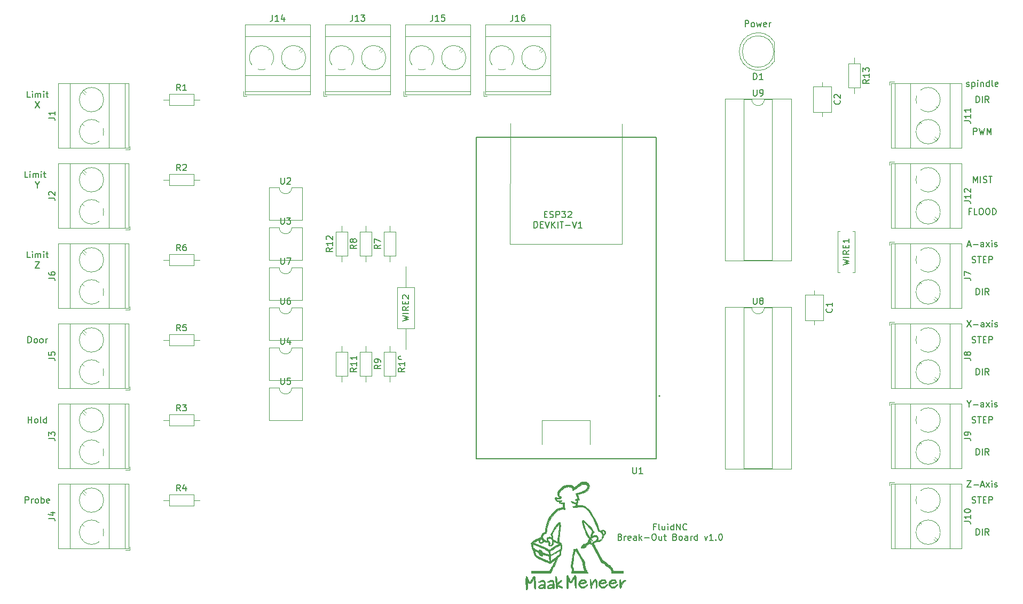
<source format=gto>
G04 #@! TF.GenerationSoftware,KiCad,Pcbnew,7.0.1-3b83917a11~171~ubuntu20.04.1*
G04 #@! TF.CreationDate,2023-03-12T14:12:20+01:00*
G04 #@! TF.ProjectId,fluidnc-bob,666c7569-646e-4632-9d62-6f622e6b6963,rev?*
G04 #@! TF.SameCoordinates,Original*
G04 #@! TF.FileFunction,Legend,Top*
G04 #@! TF.FilePolarity,Positive*
%FSLAX46Y46*%
G04 Gerber Fmt 4.6, Leading zero omitted, Abs format (unit mm)*
G04 Created by KiCad (PCBNEW 7.0.1-3b83917a11~171~ubuntu20.04.1) date 2023-03-12 14:12:20*
%MOMM*%
%LPD*%
G01*
G04 APERTURE LIST*
%ADD10C,0.150000*%
%ADD11C,0.120000*%
%ADD12C,0.127000*%
%ADD13C,0.200000*%
%ADD14C,0.010000*%
%ADD15O,1.600000X1.600000*%
%ADD16C,1.600000*%
%ADD17C,3.000000*%
%ADD18C,2.000000*%
%ADD19R,2.000000X2.000000*%
%ADD20C,2.600000*%
%ADD21R,2.600000X2.600000*%
%ADD22O,1.400000X1.400000*%
%ADD23C,1.400000*%
%ADD24R,2.400000X1.600000*%
%ADD25O,2.400000X1.600000*%
%ADD26C,1.800000*%
%ADD27R,1.800000X1.800000*%
%ADD28R,1.600000X1.600000*%
G04 APERTURE END LIST*
D10*
X177022095Y-36707619D02*
X177022095Y-35707619D01*
X177022095Y-35707619D02*
X177403047Y-35707619D01*
X177403047Y-35707619D02*
X177498285Y-35755238D01*
X177498285Y-35755238D02*
X177545904Y-35802857D01*
X177545904Y-35802857D02*
X177593523Y-35898095D01*
X177593523Y-35898095D02*
X177593523Y-36040952D01*
X177593523Y-36040952D02*
X177545904Y-36136190D01*
X177545904Y-36136190D02*
X177498285Y-36183809D01*
X177498285Y-36183809D02*
X177403047Y-36231428D01*
X177403047Y-36231428D02*
X177022095Y-36231428D01*
X178164952Y-36707619D02*
X178069714Y-36660000D01*
X178069714Y-36660000D02*
X178022095Y-36612380D01*
X178022095Y-36612380D02*
X177974476Y-36517142D01*
X177974476Y-36517142D02*
X177974476Y-36231428D01*
X177974476Y-36231428D02*
X178022095Y-36136190D01*
X178022095Y-36136190D02*
X178069714Y-36088571D01*
X178069714Y-36088571D02*
X178164952Y-36040952D01*
X178164952Y-36040952D02*
X178307809Y-36040952D01*
X178307809Y-36040952D02*
X178403047Y-36088571D01*
X178403047Y-36088571D02*
X178450666Y-36136190D01*
X178450666Y-36136190D02*
X178498285Y-36231428D01*
X178498285Y-36231428D02*
X178498285Y-36517142D01*
X178498285Y-36517142D02*
X178450666Y-36612380D01*
X178450666Y-36612380D02*
X178403047Y-36660000D01*
X178403047Y-36660000D02*
X178307809Y-36707619D01*
X178307809Y-36707619D02*
X178164952Y-36707619D01*
X178831619Y-36040952D02*
X179022095Y-36707619D01*
X179022095Y-36707619D02*
X179212571Y-36231428D01*
X179212571Y-36231428D02*
X179403047Y-36707619D01*
X179403047Y-36707619D02*
X179593523Y-36040952D01*
X180355428Y-36660000D02*
X180260190Y-36707619D01*
X180260190Y-36707619D02*
X180069714Y-36707619D01*
X180069714Y-36707619D02*
X179974476Y-36660000D01*
X179974476Y-36660000D02*
X179926857Y-36564761D01*
X179926857Y-36564761D02*
X179926857Y-36183809D01*
X179926857Y-36183809D02*
X179974476Y-36088571D01*
X179974476Y-36088571D02*
X180069714Y-36040952D01*
X180069714Y-36040952D02*
X180260190Y-36040952D01*
X180260190Y-36040952D02*
X180355428Y-36088571D01*
X180355428Y-36088571D02*
X180403047Y-36183809D01*
X180403047Y-36183809D02*
X180403047Y-36279047D01*
X180403047Y-36279047D02*
X179926857Y-36374285D01*
X180831619Y-36707619D02*
X180831619Y-36040952D01*
X180831619Y-36231428D02*
X180879238Y-36136190D01*
X180879238Y-36136190D02*
X180926857Y-36088571D01*
X180926857Y-36088571D02*
X181022095Y-36040952D01*
X181022095Y-36040952D02*
X181117333Y-36040952D01*
D11*
X152400000Y-99060000D02*
X152400000Y-102870000D01*
X144780000Y-99060000D02*
X152400000Y-99060000D01*
X144780000Y-102870000D02*
X144780000Y-99060000D01*
X157480000Y-71120000D02*
X157480000Y-52070000D01*
X139700000Y-71120000D02*
X157480000Y-71120000D01*
X139810000Y-51995000D02*
X139700000Y-71120000D01*
D10*
X162814285Y-115968809D02*
X162480952Y-115968809D01*
X162480952Y-116492619D02*
X162480952Y-115492619D01*
X162480952Y-115492619D02*
X162957142Y-115492619D01*
X163480952Y-116492619D02*
X163385714Y-116445000D01*
X163385714Y-116445000D02*
X163338095Y-116349761D01*
X163338095Y-116349761D02*
X163338095Y-115492619D01*
X164290476Y-115825952D02*
X164290476Y-116492619D01*
X163861905Y-115825952D02*
X163861905Y-116349761D01*
X163861905Y-116349761D02*
X163909524Y-116445000D01*
X163909524Y-116445000D02*
X164004762Y-116492619D01*
X164004762Y-116492619D02*
X164147619Y-116492619D01*
X164147619Y-116492619D02*
X164242857Y-116445000D01*
X164242857Y-116445000D02*
X164290476Y-116397380D01*
X164766667Y-116492619D02*
X164766667Y-115825952D01*
X164766667Y-115492619D02*
X164719048Y-115540238D01*
X164719048Y-115540238D02*
X164766667Y-115587857D01*
X164766667Y-115587857D02*
X164814286Y-115540238D01*
X164814286Y-115540238D02*
X164766667Y-115492619D01*
X164766667Y-115492619D02*
X164766667Y-115587857D01*
X165671428Y-116492619D02*
X165671428Y-115492619D01*
X165671428Y-116445000D02*
X165576190Y-116492619D01*
X165576190Y-116492619D02*
X165385714Y-116492619D01*
X165385714Y-116492619D02*
X165290476Y-116445000D01*
X165290476Y-116445000D02*
X165242857Y-116397380D01*
X165242857Y-116397380D02*
X165195238Y-116302142D01*
X165195238Y-116302142D02*
X165195238Y-116016428D01*
X165195238Y-116016428D02*
X165242857Y-115921190D01*
X165242857Y-115921190D02*
X165290476Y-115873571D01*
X165290476Y-115873571D02*
X165385714Y-115825952D01*
X165385714Y-115825952D02*
X165576190Y-115825952D01*
X165576190Y-115825952D02*
X165671428Y-115873571D01*
X166147619Y-116492619D02*
X166147619Y-115492619D01*
X166147619Y-115492619D02*
X166719047Y-116492619D01*
X166719047Y-116492619D02*
X166719047Y-115492619D01*
X167766666Y-116397380D02*
X167719047Y-116445000D01*
X167719047Y-116445000D02*
X167576190Y-116492619D01*
X167576190Y-116492619D02*
X167480952Y-116492619D01*
X167480952Y-116492619D02*
X167338095Y-116445000D01*
X167338095Y-116445000D02*
X167242857Y-116349761D01*
X167242857Y-116349761D02*
X167195238Y-116254523D01*
X167195238Y-116254523D02*
X167147619Y-116064047D01*
X167147619Y-116064047D02*
X167147619Y-115921190D01*
X167147619Y-115921190D02*
X167195238Y-115730714D01*
X167195238Y-115730714D02*
X167242857Y-115635476D01*
X167242857Y-115635476D02*
X167338095Y-115540238D01*
X167338095Y-115540238D02*
X167480952Y-115492619D01*
X167480952Y-115492619D02*
X167576190Y-115492619D01*
X167576190Y-115492619D02*
X167719047Y-115540238D01*
X167719047Y-115540238D02*
X167766666Y-115587857D01*
X157195237Y-117588809D02*
X157338094Y-117636428D01*
X157338094Y-117636428D02*
X157385713Y-117684047D01*
X157385713Y-117684047D02*
X157433332Y-117779285D01*
X157433332Y-117779285D02*
X157433332Y-117922142D01*
X157433332Y-117922142D02*
X157385713Y-118017380D01*
X157385713Y-118017380D02*
X157338094Y-118065000D01*
X157338094Y-118065000D02*
X157242856Y-118112619D01*
X157242856Y-118112619D02*
X156861904Y-118112619D01*
X156861904Y-118112619D02*
X156861904Y-117112619D01*
X156861904Y-117112619D02*
X157195237Y-117112619D01*
X157195237Y-117112619D02*
X157290475Y-117160238D01*
X157290475Y-117160238D02*
X157338094Y-117207857D01*
X157338094Y-117207857D02*
X157385713Y-117303095D01*
X157385713Y-117303095D02*
X157385713Y-117398333D01*
X157385713Y-117398333D02*
X157338094Y-117493571D01*
X157338094Y-117493571D02*
X157290475Y-117541190D01*
X157290475Y-117541190D02*
X157195237Y-117588809D01*
X157195237Y-117588809D02*
X156861904Y-117588809D01*
X157861904Y-118112619D02*
X157861904Y-117445952D01*
X157861904Y-117636428D02*
X157909523Y-117541190D01*
X157909523Y-117541190D02*
X157957142Y-117493571D01*
X157957142Y-117493571D02*
X158052380Y-117445952D01*
X158052380Y-117445952D02*
X158147618Y-117445952D01*
X158861904Y-118065000D02*
X158766666Y-118112619D01*
X158766666Y-118112619D02*
X158576190Y-118112619D01*
X158576190Y-118112619D02*
X158480952Y-118065000D01*
X158480952Y-118065000D02*
X158433333Y-117969761D01*
X158433333Y-117969761D02*
X158433333Y-117588809D01*
X158433333Y-117588809D02*
X158480952Y-117493571D01*
X158480952Y-117493571D02*
X158576190Y-117445952D01*
X158576190Y-117445952D02*
X158766666Y-117445952D01*
X158766666Y-117445952D02*
X158861904Y-117493571D01*
X158861904Y-117493571D02*
X158909523Y-117588809D01*
X158909523Y-117588809D02*
X158909523Y-117684047D01*
X158909523Y-117684047D02*
X158433333Y-117779285D01*
X159766666Y-118112619D02*
X159766666Y-117588809D01*
X159766666Y-117588809D02*
X159719047Y-117493571D01*
X159719047Y-117493571D02*
X159623809Y-117445952D01*
X159623809Y-117445952D02*
X159433333Y-117445952D01*
X159433333Y-117445952D02*
X159338095Y-117493571D01*
X159766666Y-118065000D02*
X159671428Y-118112619D01*
X159671428Y-118112619D02*
X159433333Y-118112619D01*
X159433333Y-118112619D02*
X159338095Y-118065000D01*
X159338095Y-118065000D02*
X159290476Y-117969761D01*
X159290476Y-117969761D02*
X159290476Y-117874523D01*
X159290476Y-117874523D02*
X159338095Y-117779285D01*
X159338095Y-117779285D02*
X159433333Y-117731666D01*
X159433333Y-117731666D02*
X159671428Y-117731666D01*
X159671428Y-117731666D02*
X159766666Y-117684047D01*
X160242857Y-118112619D02*
X160242857Y-117112619D01*
X160338095Y-117731666D02*
X160623809Y-118112619D01*
X160623809Y-117445952D02*
X160242857Y-117826904D01*
X161052381Y-117731666D02*
X161814286Y-117731666D01*
X162480952Y-117112619D02*
X162671428Y-117112619D01*
X162671428Y-117112619D02*
X162766666Y-117160238D01*
X162766666Y-117160238D02*
X162861904Y-117255476D01*
X162861904Y-117255476D02*
X162909523Y-117445952D01*
X162909523Y-117445952D02*
X162909523Y-117779285D01*
X162909523Y-117779285D02*
X162861904Y-117969761D01*
X162861904Y-117969761D02*
X162766666Y-118065000D01*
X162766666Y-118065000D02*
X162671428Y-118112619D01*
X162671428Y-118112619D02*
X162480952Y-118112619D01*
X162480952Y-118112619D02*
X162385714Y-118065000D01*
X162385714Y-118065000D02*
X162290476Y-117969761D01*
X162290476Y-117969761D02*
X162242857Y-117779285D01*
X162242857Y-117779285D02*
X162242857Y-117445952D01*
X162242857Y-117445952D02*
X162290476Y-117255476D01*
X162290476Y-117255476D02*
X162385714Y-117160238D01*
X162385714Y-117160238D02*
X162480952Y-117112619D01*
X163766666Y-117445952D02*
X163766666Y-118112619D01*
X163338095Y-117445952D02*
X163338095Y-117969761D01*
X163338095Y-117969761D02*
X163385714Y-118065000D01*
X163385714Y-118065000D02*
X163480952Y-118112619D01*
X163480952Y-118112619D02*
X163623809Y-118112619D01*
X163623809Y-118112619D02*
X163719047Y-118065000D01*
X163719047Y-118065000D02*
X163766666Y-118017380D01*
X164100000Y-117445952D02*
X164480952Y-117445952D01*
X164242857Y-117112619D02*
X164242857Y-117969761D01*
X164242857Y-117969761D02*
X164290476Y-118065000D01*
X164290476Y-118065000D02*
X164385714Y-118112619D01*
X164385714Y-118112619D02*
X164480952Y-118112619D01*
X165909524Y-117588809D02*
X166052381Y-117636428D01*
X166052381Y-117636428D02*
X166100000Y-117684047D01*
X166100000Y-117684047D02*
X166147619Y-117779285D01*
X166147619Y-117779285D02*
X166147619Y-117922142D01*
X166147619Y-117922142D02*
X166100000Y-118017380D01*
X166100000Y-118017380D02*
X166052381Y-118065000D01*
X166052381Y-118065000D02*
X165957143Y-118112619D01*
X165957143Y-118112619D02*
X165576191Y-118112619D01*
X165576191Y-118112619D02*
X165576191Y-117112619D01*
X165576191Y-117112619D02*
X165909524Y-117112619D01*
X165909524Y-117112619D02*
X166004762Y-117160238D01*
X166004762Y-117160238D02*
X166052381Y-117207857D01*
X166052381Y-117207857D02*
X166100000Y-117303095D01*
X166100000Y-117303095D02*
X166100000Y-117398333D01*
X166100000Y-117398333D02*
X166052381Y-117493571D01*
X166052381Y-117493571D02*
X166004762Y-117541190D01*
X166004762Y-117541190D02*
X165909524Y-117588809D01*
X165909524Y-117588809D02*
X165576191Y-117588809D01*
X166719048Y-118112619D02*
X166623810Y-118065000D01*
X166623810Y-118065000D02*
X166576191Y-118017380D01*
X166576191Y-118017380D02*
X166528572Y-117922142D01*
X166528572Y-117922142D02*
X166528572Y-117636428D01*
X166528572Y-117636428D02*
X166576191Y-117541190D01*
X166576191Y-117541190D02*
X166623810Y-117493571D01*
X166623810Y-117493571D02*
X166719048Y-117445952D01*
X166719048Y-117445952D02*
X166861905Y-117445952D01*
X166861905Y-117445952D02*
X166957143Y-117493571D01*
X166957143Y-117493571D02*
X167004762Y-117541190D01*
X167004762Y-117541190D02*
X167052381Y-117636428D01*
X167052381Y-117636428D02*
X167052381Y-117922142D01*
X167052381Y-117922142D02*
X167004762Y-118017380D01*
X167004762Y-118017380D02*
X166957143Y-118065000D01*
X166957143Y-118065000D02*
X166861905Y-118112619D01*
X166861905Y-118112619D02*
X166719048Y-118112619D01*
X167909524Y-118112619D02*
X167909524Y-117588809D01*
X167909524Y-117588809D02*
X167861905Y-117493571D01*
X167861905Y-117493571D02*
X167766667Y-117445952D01*
X167766667Y-117445952D02*
X167576191Y-117445952D01*
X167576191Y-117445952D02*
X167480953Y-117493571D01*
X167909524Y-118065000D02*
X167814286Y-118112619D01*
X167814286Y-118112619D02*
X167576191Y-118112619D01*
X167576191Y-118112619D02*
X167480953Y-118065000D01*
X167480953Y-118065000D02*
X167433334Y-117969761D01*
X167433334Y-117969761D02*
X167433334Y-117874523D01*
X167433334Y-117874523D02*
X167480953Y-117779285D01*
X167480953Y-117779285D02*
X167576191Y-117731666D01*
X167576191Y-117731666D02*
X167814286Y-117731666D01*
X167814286Y-117731666D02*
X167909524Y-117684047D01*
X168385715Y-118112619D02*
X168385715Y-117445952D01*
X168385715Y-117636428D02*
X168433334Y-117541190D01*
X168433334Y-117541190D02*
X168480953Y-117493571D01*
X168480953Y-117493571D02*
X168576191Y-117445952D01*
X168576191Y-117445952D02*
X168671429Y-117445952D01*
X169433334Y-118112619D02*
X169433334Y-117112619D01*
X169433334Y-118065000D02*
X169338096Y-118112619D01*
X169338096Y-118112619D02*
X169147620Y-118112619D01*
X169147620Y-118112619D02*
X169052382Y-118065000D01*
X169052382Y-118065000D02*
X169004763Y-118017380D01*
X169004763Y-118017380D02*
X168957144Y-117922142D01*
X168957144Y-117922142D02*
X168957144Y-117636428D01*
X168957144Y-117636428D02*
X169004763Y-117541190D01*
X169004763Y-117541190D02*
X169052382Y-117493571D01*
X169052382Y-117493571D02*
X169147620Y-117445952D01*
X169147620Y-117445952D02*
X169338096Y-117445952D01*
X169338096Y-117445952D02*
X169433334Y-117493571D01*
X170576192Y-117445952D02*
X170814287Y-118112619D01*
X170814287Y-118112619D02*
X171052382Y-117445952D01*
X171957144Y-118112619D02*
X171385716Y-118112619D01*
X171671430Y-118112619D02*
X171671430Y-117112619D01*
X171671430Y-117112619D02*
X171576192Y-117255476D01*
X171576192Y-117255476D02*
X171480954Y-117350714D01*
X171480954Y-117350714D02*
X171385716Y-117398333D01*
X172385716Y-118017380D02*
X172433335Y-118065000D01*
X172433335Y-118065000D02*
X172385716Y-118112619D01*
X172385716Y-118112619D02*
X172338097Y-118065000D01*
X172338097Y-118065000D02*
X172385716Y-118017380D01*
X172385716Y-118017380D02*
X172385716Y-118112619D01*
X173052382Y-117112619D02*
X173147620Y-117112619D01*
X173147620Y-117112619D02*
X173242858Y-117160238D01*
X173242858Y-117160238D02*
X173290477Y-117207857D01*
X173290477Y-117207857D02*
X173338096Y-117303095D01*
X173338096Y-117303095D02*
X173385715Y-117493571D01*
X173385715Y-117493571D02*
X173385715Y-117731666D01*
X173385715Y-117731666D02*
X173338096Y-117922142D01*
X173338096Y-117922142D02*
X173290477Y-118017380D01*
X173290477Y-118017380D02*
X173242858Y-118065000D01*
X173242858Y-118065000D02*
X173147620Y-118112619D01*
X173147620Y-118112619D02*
X173052382Y-118112619D01*
X173052382Y-118112619D02*
X172957144Y-118065000D01*
X172957144Y-118065000D02*
X172909525Y-118017380D01*
X172909525Y-118017380D02*
X172861906Y-117922142D01*
X172861906Y-117922142D02*
X172814287Y-117731666D01*
X172814287Y-117731666D02*
X172814287Y-117493571D01*
X172814287Y-117493571D02*
X172861906Y-117303095D01*
X172861906Y-117303095D02*
X172909525Y-117207857D01*
X172909525Y-117207857D02*
X172957144Y-117160238D01*
X172957144Y-117160238D02*
X173052382Y-117112619D01*
X145177143Y-66438809D02*
X145510476Y-66438809D01*
X145653333Y-66962619D02*
X145177143Y-66962619D01*
X145177143Y-66962619D02*
X145177143Y-65962619D01*
X145177143Y-65962619D02*
X145653333Y-65962619D01*
X146034286Y-66915000D02*
X146177143Y-66962619D01*
X146177143Y-66962619D02*
X146415238Y-66962619D01*
X146415238Y-66962619D02*
X146510476Y-66915000D01*
X146510476Y-66915000D02*
X146558095Y-66867380D01*
X146558095Y-66867380D02*
X146605714Y-66772142D01*
X146605714Y-66772142D02*
X146605714Y-66676904D01*
X146605714Y-66676904D02*
X146558095Y-66581666D01*
X146558095Y-66581666D02*
X146510476Y-66534047D01*
X146510476Y-66534047D02*
X146415238Y-66486428D01*
X146415238Y-66486428D02*
X146224762Y-66438809D01*
X146224762Y-66438809D02*
X146129524Y-66391190D01*
X146129524Y-66391190D02*
X146081905Y-66343571D01*
X146081905Y-66343571D02*
X146034286Y-66248333D01*
X146034286Y-66248333D02*
X146034286Y-66153095D01*
X146034286Y-66153095D02*
X146081905Y-66057857D01*
X146081905Y-66057857D02*
X146129524Y-66010238D01*
X146129524Y-66010238D02*
X146224762Y-65962619D01*
X146224762Y-65962619D02*
X146462857Y-65962619D01*
X146462857Y-65962619D02*
X146605714Y-66010238D01*
X147034286Y-66962619D02*
X147034286Y-65962619D01*
X147034286Y-65962619D02*
X147415238Y-65962619D01*
X147415238Y-65962619D02*
X147510476Y-66010238D01*
X147510476Y-66010238D02*
X147558095Y-66057857D01*
X147558095Y-66057857D02*
X147605714Y-66153095D01*
X147605714Y-66153095D02*
X147605714Y-66295952D01*
X147605714Y-66295952D02*
X147558095Y-66391190D01*
X147558095Y-66391190D02*
X147510476Y-66438809D01*
X147510476Y-66438809D02*
X147415238Y-66486428D01*
X147415238Y-66486428D02*
X147034286Y-66486428D01*
X147939048Y-65962619D02*
X148558095Y-65962619D01*
X148558095Y-65962619D02*
X148224762Y-66343571D01*
X148224762Y-66343571D02*
X148367619Y-66343571D01*
X148367619Y-66343571D02*
X148462857Y-66391190D01*
X148462857Y-66391190D02*
X148510476Y-66438809D01*
X148510476Y-66438809D02*
X148558095Y-66534047D01*
X148558095Y-66534047D02*
X148558095Y-66772142D01*
X148558095Y-66772142D02*
X148510476Y-66867380D01*
X148510476Y-66867380D02*
X148462857Y-66915000D01*
X148462857Y-66915000D02*
X148367619Y-66962619D01*
X148367619Y-66962619D02*
X148081905Y-66962619D01*
X148081905Y-66962619D02*
X147986667Y-66915000D01*
X147986667Y-66915000D02*
X147939048Y-66867380D01*
X148939048Y-66057857D02*
X148986667Y-66010238D01*
X148986667Y-66010238D02*
X149081905Y-65962619D01*
X149081905Y-65962619D02*
X149320000Y-65962619D01*
X149320000Y-65962619D02*
X149415238Y-66010238D01*
X149415238Y-66010238D02*
X149462857Y-66057857D01*
X149462857Y-66057857D02*
X149510476Y-66153095D01*
X149510476Y-66153095D02*
X149510476Y-66248333D01*
X149510476Y-66248333D02*
X149462857Y-66391190D01*
X149462857Y-66391190D02*
X148891429Y-66962619D01*
X148891429Y-66962619D02*
X149510476Y-66962619D01*
X143534286Y-68582619D02*
X143534286Y-67582619D01*
X143534286Y-67582619D02*
X143772381Y-67582619D01*
X143772381Y-67582619D02*
X143915238Y-67630238D01*
X143915238Y-67630238D02*
X144010476Y-67725476D01*
X144010476Y-67725476D02*
X144058095Y-67820714D01*
X144058095Y-67820714D02*
X144105714Y-68011190D01*
X144105714Y-68011190D02*
X144105714Y-68154047D01*
X144105714Y-68154047D02*
X144058095Y-68344523D01*
X144058095Y-68344523D02*
X144010476Y-68439761D01*
X144010476Y-68439761D02*
X143915238Y-68535000D01*
X143915238Y-68535000D02*
X143772381Y-68582619D01*
X143772381Y-68582619D02*
X143534286Y-68582619D01*
X144534286Y-68058809D02*
X144867619Y-68058809D01*
X145010476Y-68582619D02*
X144534286Y-68582619D01*
X144534286Y-68582619D02*
X144534286Y-67582619D01*
X144534286Y-67582619D02*
X145010476Y-67582619D01*
X145296191Y-67582619D02*
X145629524Y-68582619D01*
X145629524Y-68582619D02*
X145962857Y-67582619D01*
X146296191Y-68582619D02*
X146296191Y-67582619D01*
X146867619Y-68582619D02*
X146439048Y-68011190D01*
X146867619Y-67582619D02*
X146296191Y-68154047D01*
X147296191Y-68582619D02*
X147296191Y-67582619D01*
X147629524Y-67582619D02*
X148200952Y-67582619D01*
X147915238Y-68582619D02*
X147915238Y-67582619D01*
X148534286Y-68201666D02*
X149296191Y-68201666D01*
X149629524Y-67582619D02*
X149962857Y-68582619D01*
X149962857Y-68582619D02*
X150296190Y-67582619D01*
X151153333Y-68582619D02*
X150581905Y-68582619D01*
X150867619Y-68582619D02*
X150867619Y-67582619D01*
X150867619Y-67582619D02*
X150772381Y-67725476D01*
X150772381Y-67725476D02*
X150677143Y-67820714D01*
X150677143Y-67820714D02*
X150581905Y-67868333D01*
X62865238Y-112222619D02*
X62865238Y-111222619D01*
X62865238Y-111222619D02*
X63246190Y-111222619D01*
X63246190Y-111222619D02*
X63341428Y-111270238D01*
X63341428Y-111270238D02*
X63389047Y-111317857D01*
X63389047Y-111317857D02*
X63436666Y-111413095D01*
X63436666Y-111413095D02*
X63436666Y-111555952D01*
X63436666Y-111555952D02*
X63389047Y-111651190D01*
X63389047Y-111651190D02*
X63341428Y-111698809D01*
X63341428Y-111698809D02*
X63246190Y-111746428D01*
X63246190Y-111746428D02*
X62865238Y-111746428D01*
X63865238Y-112222619D02*
X63865238Y-111555952D01*
X63865238Y-111746428D02*
X63912857Y-111651190D01*
X63912857Y-111651190D02*
X63960476Y-111603571D01*
X63960476Y-111603571D02*
X64055714Y-111555952D01*
X64055714Y-111555952D02*
X64150952Y-111555952D01*
X64627143Y-112222619D02*
X64531905Y-112175000D01*
X64531905Y-112175000D02*
X64484286Y-112127380D01*
X64484286Y-112127380D02*
X64436667Y-112032142D01*
X64436667Y-112032142D02*
X64436667Y-111746428D01*
X64436667Y-111746428D02*
X64484286Y-111651190D01*
X64484286Y-111651190D02*
X64531905Y-111603571D01*
X64531905Y-111603571D02*
X64627143Y-111555952D01*
X64627143Y-111555952D02*
X64770000Y-111555952D01*
X64770000Y-111555952D02*
X64865238Y-111603571D01*
X64865238Y-111603571D02*
X64912857Y-111651190D01*
X64912857Y-111651190D02*
X64960476Y-111746428D01*
X64960476Y-111746428D02*
X64960476Y-112032142D01*
X64960476Y-112032142D02*
X64912857Y-112127380D01*
X64912857Y-112127380D02*
X64865238Y-112175000D01*
X64865238Y-112175000D02*
X64770000Y-112222619D01*
X64770000Y-112222619D02*
X64627143Y-112222619D01*
X65389048Y-112222619D02*
X65389048Y-111222619D01*
X65389048Y-111603571D02*
X65484286Y-111555952D01*
X65484286Y-111555952D02*
X65674762Y-111555952D01*
X65674762Y-111555952D02*
X65770000Y-111603571D01*
X65770000Y-111603571D02*
X65817619Y-111651190D01*
X65817619Y-111651190D02*
X65865238Y-111746428D01*
X65865238Y-111746428D02*
X65865238Y-112032142D01*
X65865238Y-112032142D02*
X65817619Y-112127380D01*
X65817619Y-112127380D02*
X65770000Y-112175000D01*
X65770000Y-112175000D02*
X65674762Y-112222619D01*
X65674762Y-112222619D02*
X65484286Y-112222619D01*
X65484286Y-112222619D02*
X65389048Y-112175000D01*
X66674762Y-112175000D02*
X66579524Y-112222619D01*
X66579524Y-112222619D02*
X66389048Y-112222619D01*
X66389048Y-112222619D02*
X66293810Y-112175000D01*
X66293810Y-112175000D02*
X66246191Y-112079761D01*
X66246191Y-112079761D02*
X66246191Y-111698809D01*
X66246191Y-111698809D02*
X66293810Y-111603571D01*
X66293810Y-111603571D02*
X66389048Y-111555952D01*
X66389048Y-111555952D02*
X66579524Y-111555952D01*
X66579524Y-111555952D02*
X66674762Y-111603571D01*
X66674762Y-111603571D02*
X66722381Y-111698809D01*
X66722381Y-111698809D02*
X66722381Y-111794047D01*
X66722381Y-111794047D02*
X66246191Y-111889285D01*
X63317619Y-99522619D02*
X63317619Y-98522619D01*
X63317619Y-98998809D02*
X63889047Y-98998809D01*
X63889047Y-99522619D02*
X63889047Y-98522619D01*
X64508095Y-99522619D02*
X64412857Y-99475000D01*
X64412857Y-99475000D02*
X64365238Y-99427380D01*
X64365238Y-99427380D02*
X64317619Y-99332142D01*
X64317619Y-99332142D02*
X64317619Y-99046428D01*
X64317619Y-99046428D02*
X64365238Y-98951190D01*
X64365238Y-98951190D02*
X64412857Y-98903571D01*
X64412857Y-98903571D02*
X64508095Y-98855952D01*
X64508095Y-98855952D02*
X64650952Y-98855952D01*
X64650952Y-98855952D02*
X64746190Y-98903571D01*
X64746190Y-98903571D02*
X64793809Y-98951190D01*
X64793809Y-98951190D02*
X64841428Y-99046428D01*
X64841428Y-99046428D02*
X64841428Y-99332142D01*
X64841428Y-99332142D02*
X64793809Y-99427380D01*
X64793809Y-99427380D02*
X64746190Y-99475000D01*
X64746190Y-99475000D02*
X64650952Y-99522619D01*
X64650952Y-99522619D02*
X64508095Y-99522619D01*
X65412857Y-99522619D02*
X65317619Y-99475000D01*
X65317619Y-99475000D02*
X65270000Y-99379761D01*
X65270000Y-99379761D02*
X65270000Y-98522619D01*
X66222381Y-99522619D02*
X66222381Y-98522619D01*
X66222381Y-99475000D02*
X66127143Y-99522619D01*
X66127143Y-99522619D02*
X65936667Y-99522619D01*
X65936667Y-99522619D02*
X65841429Y-99475000D01*
X65841429Y-99475000D02*
X65793810Y-99427380D01*
X65793810Y-99427380D02*
X65746191Y-99332142D01*
X65746191Y-99332142D02*
X65746191Y-99046428D01*
X65746191Y-99046428D02*
X65793810Y-98951190D01*
X65793810Y-98951190D02*
X65841429Y-98903571D01*
X65841429Y-98903571D02*
X65936667Y-98855952D01*
X65936667Y-98855952D02*
X66127143Y-98855952D01*
X66127143Y-98855952D02*
X66222381Y-98903571D01*
X63293809Y-86822619D02*
X63293809Y-85822619D01*
X63293809Y-85822619D02*
X63531904Y-85822619D01*
X63531904Y-85822619D02*
X63674761Y-85870238D01*
X63674761Y-85870238D02*
X63769999Y-85965476D01*
X63769999Y-85965476D02*
X63817618Y-86060714D01*
X63817618Y-86060714D02*
X63865237Y-86251190D01*
X63865237Y-86251190D02*
X63865237Y-86394047D01*
X63865237Y-86394047D02*
X63817618Y-86584523D01*
X63817618Y-86584523D02*
X63769999Y-86679761D01*
X63769999Y-86679761D02*
X63674761Y-86775000D01*
X63674761Y-86775000D02*
X63531904Y-86822619D01*
X63531904Y-86822619D02*
X63293809Y-86822619D01*
X64436666Y-86822619D02*
X64341428Y-86775000D01*
X64341428Y-86775000D02*
X64293809Y-86727380D01*
X64293809Y-86727380D02*
X64246190Y-86632142D01*
X64246190Y-86632142D02*
X64246190Y-86346428D01*
X64246190Y-86346428D02*
X64293809Y-86251190D01*
X64293809Y-86251190D02*
X64341428Y-86203571D01*
X64341428Y-86203571D02*
X64436666Y-86155952D01*
X64436666Y-86155952D02*
X64579523Y-86155952D01*
X64579523Y-86155952D02*
X64674761Y-86203571D01*
X64674761Y-86203571D02*
X64722380Y-86251190D01*
X64722380Y-86251190D02*
X64769999Y-86346428D01*
X64769999Y-86346428D02*
X64769999Y-86632142D01*
X64769999Y-86632142D02*
X64722380Y-86727380D01*
X64722380Y-86727380D02*
X64674761Y-86775000D01*
X64674761Y-86775000D02*
X64579523Y-86822619D01*
X64579523Y-86822619D02*
X64436666Y-86822619D01*
X65341428Y-86822619D02*
X65246190Y-86775000D01*
X65246190Y-86775000D02*
X65198571Y-86727380D01*
X65198571Y-86727380D02*
X65150952Y-86632142D01*
X65150952Y-86632142D02*
X65150952Y-86346428D01*
X65150952Y-86346428D02*
X65198571Y-86251190D01*
X65198571Y-86251190D02*
X65246190Y-86203571D01*
X65246190Y-86203571D02*
X65341428Y-86155952D01*
X65341428Y-86155952D02*
X65484285Y-86155952D01*
X65484285Y-86155952D02*
X65579523Y-86203571D01*
X65579523Y-86203571D02*
X65627142Y-86251190D01*
X65627142Y-86251190D02*
X65674761Y-86346428D01*
X65674761Y-86346428D02*
X65674761Y-86632142D01*
X65674761Y-86632142D02*
X65627142Y-86727380D01*
X65627142Y-86727380D02*
X65579523Y-86775000D01*
X65579523Y-86775000D02*
X65484285Y-86822619D01*
X65484285Y-86822619D02*
X65341428Y-86822619D01*
X66103333Y-86822619D02*
X66103333Y-86155952D01*
X66103333Y-86346428D02*
X66150952Y-86251190D01*
X66150952Y-86251190D02*
X66198571Y-86203571D01*
X66198571Y-86203571D02*
X66293809Y-86155952D01*
X66293809Y-86155952D02*
X66389047Y-86155952D01*
X63650952Y-73312619D02*
X63174762Y-73312619D01*
X63174762Y-73312619D02*
X63174762Y-72312619D01*
X63984286Y-73312619D02*
X63984286Y-72645952D01*
X63984286Y-72312619D02*
X63936667Y-72360238D01*
X63936667Y-72360238D02*
X63984286Y-72407857D01*
X63984286Y-72407857D02*
X64031905Y-72360238D01*
X64031905Y-72360238D02*
X63984286Y-72312619D01*
X63984286Y-72312619D02*
X63984286Y-72407857D01*
X64460476Y-73312619D02*
X64460476Y-72645952D01*
X64460476Y-72741190D02*
X64508095Y-72693571D01*
X64508095Y-72693571D02*
X64603333Y-72645952D01*
X64603333Y-72645952D02*
X64746190Y-72645952D01*
X64746190Y-72645952D02*
X64841428Y-72693571D01*
X64841428Y-72693571D02*
X64889047Y-72788809D01*
X64889047Y-72788809D02*
X64889047Y-73312619D01*
X64889047Y-72788809D02*
X64936666Y-72693571D01*
X64936666Y-72693571D02*
X65031904Y-72645952D01*
X65031904Y-72645952D02*
X65174761Y-72645952D01*
X65174761Y-72645952D02*
X65270000Y-72693571D01*
X65270000Y-72693571D02*
X65317619Y-72788809D01*
X65317619Y-72788809D02*
X65317619Y-73312619D01*
X65793809Y-73312619D02*
X65793809Y-72645952D01*
X65793809Y-72312619D02*
X65746190Y-72360238D01*
X65746190Y-72360238D02*
X65793809Y-72407857D01*
X65793809Y-72407857D02*
X65841428Y-72360238D01*
X65841428Y-72360238D02*
X65793809Y-72312619D01*
X65793809Y-72312619D02*
X65793809Y-72407857D01*
X66127142Y-72645952D02*
X66508094Y-72645952D01*
X66269999Y-72312619D02*
X66269999Y-73169761D01*
X66269999Y-73169761D02*
X66317618Y-73265000D01*
X66317618Y-73265000D02*
X66412856Y-73312619D01*
X66412856Y-73312619D02*
X66508094Y-73312619D01*
X64436667Y-73932619D02*
X65103333Y-73932619D01*
X65103333Y-73932619D02*
X64436667Y-74932619D01*
X64436667Y-74932619D02*
X65103333Y-74932619D01*
X63270000Y-60612619D02*
X62793810Y-60612619D01*
X62793810Y-60612619D02*
X62793810Y-59612619D01*
X63603334Y-60612619D02*
X63603334Y-59945952D01*
X63603334Y-59612619D02*
X63555715Y-59660238D01*
X63555715Y-59660238D02*
X63603334Y-59707857D01*
X63603334Y-59707857D02*
X63650953Y-59660238D01*
X63650953Y-59660238D02*
X63603334Y-59612619D01*
X63603334Y-59612619D02*
X63603334Y-59707857D01*
X64079524Y-60612619D02*
X64079524Y-59945952D01*
X64079524Y-60041190D02*
X64127143Y-59993571D01*
X64127143Y-59993571D02*
X64222381Y-59945952D01*
X64222381Y-59945952D02*
X64365238Y-59945952D01*
X64365238Y-59945952D02*
X64460476Y-59993571D01*
X64460476Y-59993571D02*
X64508095Y-60088809D01*
X64508095Y-60088809D02*
X64508095Y-60612619D01*
X64508095Y-60088809D02*
X64555714Y-59993571D01*
X64555714Y-59993571D02*
X64650952Y-59945952D01*
X64650952Y-59945952D02*
X64793809Y-59945952D01*
X64793809Y-59945952D02*
X64889048Y-59993571D01*
X64889048Y-59993571D02*
X64936667Y-60088809D01*
X64936667Y-60088809D02*
X64936667Y-60612619D01*
X65412857Y-60612619D02*
X65412857Y-59945952D01*
X65412857Y-59612619D02*
X65365238Y-59660238D01*
X65365238Y-59660238D02*
X65412857Y-59707857D01*
X65412857Y-59707857D02*
X65460476Y-59660238D01*
X65460476Y-59660238D02*
X65412857Y-59612619D01*
X65412857Y-59612619D02*
X65412857Y-59707857D01*
X65746190Y-59945952D02*
X66127142Y-59945952D01*
X65889047Y-59612619D02*
X65889047Y-60469761D01*
X65889047Y-60469761D02*
X65936666Y-60565000D01*
X65936666Y-60565000D02*
X66031904Y-60612619D01*
X66031904Y-60612619D02*
X66127142Y-60612619D01*
X64770000Y-61756428D02*
X64770000Y-62232619D01*
X64436667Y-61232619D02*
X64770000Y-61756428D01*
X64770000Y-61756428D02*
X65103333Y-61232619D01*
X63650952Y-47912619D02*
X63174762Y-47912619D01*
X63174762Y-47912619D02*
X63174762Y-46912619D01*
X63984286Y-47912619D02*
X63984286Y-47245952D01*
X63984286Y-46912619D02*
X63936667Y-46960238D01*
X63936667Y-46960238D02*
X63984286Y-47007857D01*
X63984286Y-47007857D02*
X64031905Y-46960238D01*
X64031905Y-46960238D02*
X63984286Y-46912619D01*
X63984286Y-46912619D02*
X63984286Y-47007857D01*
X64460476Y-47912619D02*
X64460476Y-47245952D01*
X64460476Y-47341190D02*
X64508095Y-47293571D01*
X64508095Y-47293571D02*
X64603333Y-47245952D01*
X64603333Y-47245952D02*
X64746190Y-47245952D01*
X64746190Y-47245952D02*
X64841428Y-47293571D01*
X64841428Y-47293571D02*
X64889047Y-47388809D01*
X64889047Y-47388809D02*
X64889047Y-47912619D01*
X64889047Y-47388809D02*
X64936666Y-47293571D01*
X64936666Y-47293571D02*
X65031904Y-47245952D01*
X65031904Y-47245952D02*
X65174761Y-47245952D01*
X65174761Y-47245952D02*
X65270000Y-47293571D01*
X65270000Y-47293571D02*
X65317619Y-47388809D01*
X65317619Y-47388809D02*
X65317619Y-47912619D01*
X65793809Y-47912619D02*
X65793809Y-47245952D01*
X65793809Y-46912619D02*
X65746190Y-46960238D01*
X65746190Y-46960238D02*
X65793809Y-47007857D01*
X65793809Y-47007857D02*
X65841428Y-46960238D01*
X65841428Y-46960238D02*
X65793809Y-46912619D01*
X65793809Y-46912619D02*
X65793809Y-47007857D01*
X66127142Y-47245952D02*
X66508094Y-47245952D01*
X66269999Y-46912619D02*
X66269999Y-47769761D01*
X66269999Y-47769761D02*
X66317618Y-47865000D01*
X66317618Y-47865000D02*
X66412856Y-47912619D01*
X66412856Y-47912619D02*
X66508094Y-47912619D01*
X64436667Y-48532619D02*
X65103333Y-49532619D01*
X65103333Y-48532619D02*
X64436667Y-49532619D01*
X213630000Y-117302619D02*
X213630000Y-116302619D01*
X213630000Y-116302619D02*
X213868095Y-116302619D01*
X213868095Y-116302619D02*
X214010952Y-116350238D01*
X214010952Y-116350238D02*
X214106190Y-116445476D01*
X214106190Y-116445476D02*
X214153809Y-116540714D01*
X214153809Y-116540714D02*
X214201428Y-116731190D01*
X214201428Y-116731190D02*
X214201428Y-116874047D01*
X214201428Y-116874047D02*
X214153809Y-117064523D01*
X214153809Y-117064523D02*
X214106190Y-117159761D01*
X214106190Y-117159761D02*
X214010952Y-117255000D01*
X214010952Y-117255000D02*
X213868095Y-117302619D01*
X213868095Y-117302619D02*
X213630000Y-117302619D01*
X214630000Y-117302619D02*
X214630000Y-116302619D01*
X215677618Y-117302619D02*
X215344285Y-116826428D01*
X215106190Y-117302619D02*
X215106190Y-116302619D01*
X215106190Y-116302619D02*
X215487142Y-116302619D01*
X215487142Y-116302619D02*
X215582380Y-116350238D01*
X215582380Y-116350238D02*
X215629999Y-116397857D01*
X215629999Y-116397857D02*
X215677618Y-116493095D01*
X215677618Y-116493095D02*
X215677618Y-116635952D01*
X215677618Y-116635952D02*
X215629999Y-116731190D01*
X215629999Y-116731190D02*
X215582380Y-116778809D01*
X215582380Y-116778809D02*
X215487142Y-116826428D01*
X215487142Y-116826428D02*
X215106190Y-116826428D01*
X213010952Y-112175000D02*
X213153809Y-112222619D01*
X213153809Y-112222619D02*
X213391904Y-112222619D01*
X213391904Y-112222619D02*
X213487142Y-112175000D01*
X213487142Y-112175000D02*
X213534761Y-112127380D01*
X213534761Y-112127380D02*
X213582380Y-112032142D01*
X213582380Y-112032142D02*
X213582380Y-111936904D01*
X213582380Y-111936904D02*
X213534761Y-111841666D01*
X213534761Y-111841666D02*
X213487142Y-111794047D01*
X213487142Y-111794047D02*
X213391904Y-111746428D01*
X213391904Y-111746428D02*
X213201428Y-111698809D01*
X213201428Y-111698809D02*
X213106190Y-111651190D01*
X213106190Y-111651190D02*
X213058571Y-111603571D01*
X213058571Y-111603571D02*
X213010952Y-111508333D01*
X213010952Y-111508333D02*
X213010952Y-111413095D01*
X213010952Y-111413095D02*
X213058571Y-111317857D01*
X213058571Y-111317857D02*
X213106190Y-111270238D01*
X213106190Y-111270238D02*
X213201428Y-111222619D01*
X213201428Y-111222619D02*
X213439523Y-111222619D01*
X213439523Y-111222619D02*
X213582380Y-111270238D01*
X213868095Y-111222619D02*
X214439523Y-111222619D01*
X214153809Y-112222619D02*
X214153809Y-111222619D01*
X214772857Y-111698809D02*
X215106190Y-111698809D01*
X215249047Y-112222619D02*
X214772857Y-112222619D01*
X214772857Y-112222619D02*
X214772857Y-111222619D01*
X214772857Y-111222619D02*
X215249047Y-111222619D01*
X215677619Y-112222619D02*
X215677619Y-111222619D01*
X215677619Y-111222619D02*
X216058571Y-111222619D01*
X216058571Y-111222619D02*
X216153809Y-111270238D01*
X216153809Y-111270238D02*
X216201428Y-111317857D01*
X216201428Y-111317857D02*
X216249047Y-111413095D01*
X216249047Y-111413095D02*
X216249047Y-111555952D01*
X216249047Y-111555952D02*
X216201428Y-111651190D01*
X216201428Y-111651190D02*
X216153809Y-111698809D01*
X216153809Y-111698809D02*
X216058571Y-111746428D01*
X216058571Y-111746428D02*
X215677619Y-111746428D01*
X212201429Y-108682619D02*
X212868095Y-108682619D01*
X212868095Y-108682619D02*
X212201429Y-109682619D01*
X212201429Y-109682619D02*
X212868095Y-109682619D01*
X213249048Y-109301666D02*
X214010953Y-109301666D01*
X214439524Y-109396904D02*
X214915714Y-109396904D01*
X214344286Y-109682619D02*
X214677619Y-108682619D01*
X214677619Y-108682619D02*
X215010952Y-109682619D01*
X215249048Y-109682619D02*
X215772857Y-109015952D01*
X215249048Y-109015952D02*
X215772857Y-109682619D01*
X216153810Y-109682619D02*
X216153810Y-109015952D01*
X216153810Y-108682619D02*
X216106191Y-108730238D01*
X216106191Y-108730238D02*
X216153810Y-108777857D01*
X216153810Y-108777857D02*
X216201429Y-108730238D01*
X216201429Y-108730238D02*
X216153810Y-108682619D01*
X216153810Y-108682619D02*
X216153810Y-108777857D01*
X216582381Y-109635000D02*
X216677619Y-109682619D01*
X216677619Y-109682619D02*
X216868095Y-109682619D01*
X216868095Y-109682619D02*
X216963333Y-109635000D01*
X216963333Y-109635000D02*
X217010952Y-109539761D01*
X217010952Y-109539761D02*
X217010952Y-109492142D01*
X217010952Y-109492142D02*
X216963333Y-109396904D01*
X216963333Y-109396904D02*
X216868095Y-109349285D01*
X216868095Y-109349285D02*
X216725238Y-109349285D01*
X216725238Y-109349285D02*
X216630000Y-109301666D01*
X216630000Y-109301666D02*
X216582381Y-109206428D01*
X216582381Y-109206428D02*
X216582381Y-109158809D01*
X216582381Y-109158809D02*
X216630000Y-109063571D01*
X216630000Y-109063571D02*
X216725238Y-109015952D01*
X216725238Y-109015952D02*
X216868095Y-109015952D01*
X216868095Y-109015952D02*
X216963333Y-109063571D01*
X213630000Y-104602619D02*
X213630000Y-103602619D01*
X213630000Y-103602619D02*
X213868095Y-103602619D01*
X213868095Y-103602619D02*
X214010952Y-103650238D01*
X214010952Y-103650238D02*
X214106190Y-103745476D01*
X214106190Y-103745476D02*
X214153809Y-103840714D01*
X214153809Y-103840714D02*
X214201428Y-104031190D01*
X214201428Y-104031190D02*
X214201428Y-104174047D01*
X214201428Y-104174047D02*
X214153809Y-104364523D01*
X214153809Y-104364523D02*
X214106190Y-104459761D01*
X214106190Y-104459761D02*
X214010952Y-104555000D01*
X214010952Y-104555000D02*
X213868095Y-104602619D01*
X213868095Y-104602619D02*
X213630000Y-104602619D01*
X214630000Y-104602619D02*
X214630000Y-103602619D01*
X215677618Y-104602619D02*
X215344285Y-104126428D01*
X215106190Y-104602619D02*
X215106190Y-103602619D01*
X215106190Y-103602619D02*
X215487142Y-103602619D01*
X215487142Y-103602619D02*
X215582380Y-103650238D01*
X215582380Y-103650238D02*
X215629999Y-103697857D01*
X215629999Y-103697857D02*
X215677618Y-103793095D01*
X215677618Y-103793095D02*
X215677618Y-103935952D01*
X215677618Y-103935952D02*
X215629999Y-104031190D01*
X215629999Y-104031190D02*
X215582380Y-104078809D01*
X215582380Y-104078809D02*
X215487142Y-104126428D01*
X215487142Y-104126428D02*
X215106190Y-104126428D01*
X213010952Y-99475000D02*
X213153809Y-99522619D01*
X213153809Y-99522619D02*
X213391904Y-99522619D01*
X213391904Y-99522619D02*
X213487142Y-99475000D01*
X213487142Y-99475000D02*
X213534761Y-99427380D01*
X213534761Y-99427380D02*
X213582380Y-99332142D01*
X213582380Y-99332142D02*
X213582380Y-99236904D01*
X213582380Y-99236904D02*
X213534761Y-99141666D01*
X213534761Y-99141666D02*
X213487142Y-99094047D01*
X213487142Y-99094047D02*
X213391904Y-99046428D01*
X213391904Y-99046428D02*
X213201428Y-98998809D01*
X213201428Y-98998809D02*
X213106190Y-98951190D01*
X213106190Y-98951190D02*
X213058571Y-98903571D01*
X213058571Y-98903571D02*
X213010952Y-98808333D01*
X213010952Y-98808333D02*
X213010952Y-98713095D01*
X213010952Y-98713095D02*
X213058571Y-98617857D01*
X213058571Y-98617857D02*
X213106190Y-98570238D01*
X213106190Y-98570238D02*
X213201428Y-98522619D01*
X213201428Y-98522619D02*
X213439523Y-98522619D01*
X213439523Y-98522619D02*
X213582380Y-98570238D01*
X213868095Y-98522619D02*
X214439523Y-98522619D01*
X214153809Y-99522619D02*
X214153809Y-98522619D01*
X214772857Y-98998809D02*
X215106190Y-98998809D01*
X215249047Y-99522619D02*
X214772857Y-99522619D01*
X214772857Y-99522619D02*
X214772857Y-98522619D01*
X214772857Y-98522619D02*
X215249047Y-98522619D01*
X215677619Y-99522619D02*
X215677619Y-98522619D01*
X215677619Y-98522619D02*
X216058571Y-98522619D01*
X216058571Y-98522619D02*
X216153809Y-98570238D01*
X216153809Y-98570238D02*
X216201428Y-98617857D01*
X216201428Y-98617857D02*
X216249047Y-98713095D01*
X216249047Y-98713095D02*
X216249047Y-98855952D01*
X216249047Y-98855952D02*
X216201428Y-98951190D01*
X216201428Y-98951190D02*
X216153809Y-98998809D01*
X216153809Y-98998809D02*
X216058571Y-99046428D01*
X216058571Y-99046428D02*
X215677619Y-99046428D01*
X212510952Y-96506428D02*
X212510952Y-96982619D01*
X212177619Y-95982619D02*
X212510952Y-96506428D01*
X212510952Y-96506428D02*
X212844285Y-95982619D01*
X213177619Y-96601666D02*
X213939524Y-96601666D01*
X214844285Y-96982619D02*
X214844285Y-96458809D01*
X214844285Y-96458809D02*
X214796666Y-96363571D01*
X214796666Y-96363571D02*
X214701428Y-96315952D01*
X214701428Y-96315952D02*
X214510952Y-96315952D01*
X214510952Y-96315952D02*
X214415714Y-96363571D01*
X214844285Y-96935000D02*
X214749047Y-96982619D01*
X214749047Y-96982619D02*
X214510952Y-96982619D01*
X214510952Y-96982619D02*
X214415714Y-96935000D01*
X214415714Y-96935000D02*
X214368095Y-96839761D01*
X214368095Y-96839761D02*
X214368095Y-96744523D01*
X214368095Y-96744523D02*
X214415714Y-96649285D01*
X214415714Y-96649285D02*
X214510952Y-96601666D01*
X214510952Y-96601666D02*
X214749047Y-96601666D01*
X214749047Y-96601666D02*
X214844285Y-96554047D01*
X215225238Y-96982619D02*
X215749047Y-96315952D01*
X215225238Y-96315952D02*
X215749047Y-96982619D01*
X216130000Y-96982619D02*
X216130000Y-96315952D01*
X216130000Y-95982619D02*
X216082381Y-96030238D01*
X216082381Y-96030238D02*
X216130000Y-96077857D01*
X216130000Y-96077857D02*
X216177619Y-96030238D01*
X216177619Y-96030238D02*
X216130000Y-95982619D01*
X216130000Y-95982619D02*
X216130000Y-96077857D01*
X216558571Y-96935000D02*
X216653809Y-96982619D01*
X216653809Y-96982619D02*
X216844285Y-96982619D01*
X216844285Y-96982619D02*
X216939523Y-96935000D01*
X216939523Y-96935000D02*
X216987142Y-96839761D01*
X216987142Y-96839761D02*
X216987142Y-96792142D01*
X216987142Y-96792142D02*
X216939523Y-96696904D01*
X216939523Y-96696904D02*
X216844285Y-96649285D01*
X216844285Y-96649285D02*
X216701428Y-96649285D01*
X216701428Y-96649285D02*
X216606190Y-96601666D01*
X216606190Y-96601666D02*
X216558571Y-96506428D01*
X216558571Y-96506428D02*
X216558571Y-96458809D01*
X216558571Y-96458809D02*
X216606190Y-96363571D01*
X216606190Y-96363571D02*
X216701428Y-96315952D01*
X216701428Y-96315952D02*
X216844285Y-96315952D01*
X216844285Y-96315952D02*
X216939523Y-96363571D01*
X213630000Y-91902619D02*
X213630000Y-90902619D01*
X213630000Y-90902619D02*
X213868095Y-90902619D01*
X213868095Y-90902619D02*
X214010952Y-90950238D01*
X214010952Y-90950238D02*
X214106190Y-91045476D01*
X214106190Y-91045476D02*
X214153809Y-91140714D01*
X214153809Y-91140714D02*
X214201428Y-91331190D01*
X214201428Y-91331190D02*
X214201428Y-91474047D01*
X214201428Y-91474047D02*
X214153809Y-91664523D01*
X214153809Y-91664523D02*
X214106190Y-91759761D01*
X214106190Y-91759761D02*
X214010952Y-91855000D01*
X214010952Y-91855000D02*
X213868095Y-91902619D01*
X213868095Y-91902619D02*
X213630000Y-91902619D01*
X214630000Y-91902619D02*
X214630000Y-90902619D01*
X215677618Y-91902619D02*
X215344285Y-91426428D01*
X215106190Y-91902619D02*
X215106190Y-90902619D01*
X215106190Y-90902619D02*
X215487142Y-90902619D01*
X215487142Y-90902619D02*
X215582380Y-90950238D01*
X215582380Y-90950238D02*
X215629999Y-90997857D01*
X215629999Y-90997857D02*
X215677618Y-91093095D01*
X215677618Y-91093095D02*
X215677618Y-91235952D01*
X215677618Y-91235952D02*
X215629999Y-91331190D01*
X215629999Y-91331190D02*
X215582380Y-91378809D01*
X215582380Y-91378809D02*
X215487142Y-91426428D01*
X215487142Y-91426428D02*
X215106190Y-91426428D01*
X213010952Y-86775000D02*
X213153809Y-86822619D01*
X213153809Y-86822619D02*
X213391904Y-86822619D01*
X213391904Y-86822619D02*
X213487142Y-86775000D01*
X213487142Y-86775000D02*
X213534761Y-86727380D01*
X213534761Y-86727380D02*
X213582380Y-86632142D01*
X213582380Y-86632142D02*
X213582380Y-86536904D01*
X213582380Y-86536904D02*
X213534761Y-86441666D01*
X213534761Y-86441666D02*
X213487142Y-86394047D01*
X213487142Y-86394047D02*
X213391904Y-86346428D01*
X213391904Y-86346428D02*
X213201428Y-86298809D01*
X213201428Y-86298809D02*
X213106190Y-86251190D01*
X213106190Y-86251190D02*
X213058571Y-86203571D01*
X213058571Y-86203571D02*
X213010952Y-86108333D01*
X213010952Y-86108333D02*
X213010952Y-86013095D01*
X213010952Y-86013095D02*
X213058571Y-85917857D01*
X213058571Y-85917857D02*
X213106190Y-85870238D01*
X213106190Y-85870238D02*
X213201428Y-85822619D01*
X213201428Y-85822619D02*
X213439523Y-85822619D01*
X213439523Y-85822619D02*
X213582380Y-85870238D01*
X213868095Y-85822619D02*
X214439523Y-85822619D01*
X214153809Y-86822619D02*
X214153809Y-85822619D01*
X214772857Y-86298809D02*
X215106190Y-86298809D01*
X215249047Y-86822619D02*
X214772857Y-86822619D01*
X214772857Y-86822619D02*
X214772857Y-85822619D01*
X214772857Y-85822619D02*
X215249047Y-85822619D01*
X215677619Y-86822619D02*
X215677619Y-85822619D01*
X215677619Y-85822619D02*
X216058571Y-85822619D01*
X216058571Y-85822619D02*
X216153809Y-85870238D01*
X216153809Y-85870238D02*
X216201428Y-85917857D01*
X216201428Y-85917857D02*
X216249047Y-86013095D01*
X216249047Y-86013095D02*
X216249047Y-86155952D01*
X216249047Y-86155952D02*
X216201428Y-86251190D01*
X216201428Y-86251190D02*
X216153809Y-86298809D01*
X216153809Y-86298809D02*
X216058571Y-86346428D01*
X216058571Y-86346428D02*
X215677619Y-86346428D01*
X212177619Y-83282619D02*
X212844285Y-84282619D01*
X212844285Y-83282619D02*
X212177619Y-84282619D01*
X213225238Y-83901666D02*
X213987143Y-83901666D01*
X214891904Y-84282619D02*
X214891904Y-83758809D01*
X214891904Y-83758809D02*
X214844285Y-83663571D01*
X214844285Y-83663571D02*
X214749047Y-83615952D01*
X214749047Y-83615952D02*
X214558571Y-83615952D01*
X214558571Y-83615952D02*
X214463333Y-83663571D01*
X214891904Y-84235000D02*
X214796666Y-84282619D01*
X214796666Y-84282619D02*
X214558571Y-84282619D01*
X214558571Y-84282619D02*
X214463333Y-84235000D01*
X214463333Y-84235000D02*
X214415714Y-84139761D01*
X214415714Y-84139761D02*
X214415714Y-84044523D01*
X214415714Y-84044523D02*
X214463333Y-83949285D01*
X214463333Y-83949285D02*
X214558571Y-83901666D01*
X214558571Y-83901666D02*
X214796666Y-83901666D01*
X214796666Y-83901666D02*
X214891904Y-83854047D01*
X215272857Y-84282619D02*
X215796666Y-83615952D01*
X215272857Y-83615952D02*
X215796666Y-84282619D01*
X216177619Y-84282619D02*
X216177619Y-83615952D01*
X216177619Y-83282619D02*
X216130000Y-83330238D01*
X216130000Y-83330238D02*
X216177619Y-83377857D01*
X216177619Y-83377857D02*
X216225238Y-83330238D01*
X216225238Y-83330238D02*
X216177619Y-83282619D01*
X216177619Y-83282619D02*
X216177619Y-83377857D01*
X216606190Y-84235000D02*
X216701428Y-84282619D01*
X216701428Y-84282619D02*
X216891904Y-84282619D01*
X216891904Y-84282619D02*
X216987142Y-84235000D01*
X216987142Y-84235000D02*
X217034761Y-84139761D01*
X217034761Y-84139761D02*
X217034761Y-84092142D01*
X217034761Y-84092142D02*
X216987142Y-83996904D01*
X216987142Y-83996904D02*
X216891904Y-83949285D01*
X216891904Y-83949285D02*
X216749047Y-83949285D01*
X216749047Y-83949285D02*
X216653809Y-83901666D01*
X216653809Y-83901666D02*
X216606190Y-83806428D01*
X216606190Y-83806428D02*
X216606190Y-83758809D01*
X216606190Y-83758809D02*
X216653809Y-83663571D01*
X216653809Y-83663571D02*
X216749047Y-83615952D01*
X216749047Y-83615952D02*
X216891904Y-83615952D01*
X216891904Y-83615952D02*
X216987142Y-83663571D01*
X213630000Y-79202619D02*
X213630000Y-78202619D01*
X213630000Y-78202619D02*
X213868095Y-78202619D01*
X213868095Y-78202619D02*
X214010952Y-78250238D01*
X214010952Y-78250238D02*
X214106190Y-78345476D01*
X214106190Y-78345476D02*
X214153809Y-78440714D01*
X214153809Y-78440714D02*
X214201428Y-78631190D01*
X214201428Y-78631190D02*
X214201428Y-78774047D01*
X214201428Y-78774047D02*
X214153809Y-78964523D01*
X214153809Y-78964523D02*
X214106190Y-79059761D01*
X214106190Y-79059761D02*
X214010952Y-79155000D01*
X214010952Y-79155000D02*
X213868095Y-79202619D01*
X213868095Y-79202619D02*
X213630000Y-79202619D01*
X214630000Y-79202619D02*
X214630000Y-78202619D01*
X215677618Y-79202619D02*
X215344285Y-78726428D01*
X215106190Y-79202619D02*
X215106190Y-78202619D01*
X215106190Y-78202619D02*
X215487142Y-78202619D01*
X215487142Y-78202619D02*
X215582380Y-78250238D01*
X215582380Y-78250238D02*
X215629999Y-78297857D01*
X215629999Y-78297857D02*
X215677618Y-78393095D01*
X215677618Y-78393095D02*
X215677618Y-78535952D01*
X215677618Y-78535952D02*
X215629999Y-78631190D01*
X215629999Y-78631190D02*
X215582380Y-78678809D01*
X215582380Y-78678809D02*
X215487142Y-78726428D01*
X215487142Y-78726428D02*
X215106190Y-78726428D01*
X213010952Y-74075000D02*
X213153809Y-74122619D01*
X213153809Y-74122619D02*
X213391904Y-74122619D01*
X213391904Y-74122619D02*
X213487142Y-74075000D01*
X213487142Y-74075000D02*
X213534761Y-74027380D01*
X213534761Y-74027380D02*
X213582380Y-73932142D01*
X213582380Y-73932142D02*
X213582380Y-73836904D01*
X213582380Y-73836904D02*
X213534761Y-73741666D01*
X213534761Y-73741666D02*
X213487142Y-73694047D01*
X213487142Y-73694047D02*
X213391904Y-73646428D01*
X213391904Y-73646428D02*
X213201428Y-73598809D01*
X213201428Y-73598809D02*
X213106190Y-73551190D01*
X213106190Y-73551190D02*
X213058571Y-73503571D01*
X213058571Y-73503571D02*
X213010952Y-73408333D01*
X213010952Y-73408333D02*
X213010952Y-73313095D01*
X213010952Y-73313095D02*
X213058571Y-73217857D01*
X213058571Y-73217857D02*
X213106190Y-73170238D01*
X213106190Y-73170238D02*
X213201428Y-73122619D01*
X213201428Y-73122619D02*
X213439523Y-73122619D01*
X213439523Y-73122619D02*
X213582380Y-73170238D01*
X213868095Y-73122619D02*
X214439523Y-73122619D01*
X214153809Y-74122619D02*
X214153809Y-73122619D01*
X214772857Y-73598809D02*
X215106190Y-73598809D01*
X215249047Y-74122619D02*
X214772857Y-74122619D01*
X214772857Y-74122619D02*
X214772857Y-73122619D01*
X214772857Y-73122619D02*
X215249047Y-73122619D01*
X215677619Y-74122619D02*
X215677619Y-73122619D01*
X215677619Y-73122619D02*
X216058571Y-73122619D01*
X216058571Y-73122619D02*
X216153809Y-73170238D01*
X216153809Y-73170238D02*
X216201428Y-73217857D01*
X216201428Y-73217857D02*
X216249047Y-73313095D01*
X216249047Y-73313095D02*
X216249047Y-73455952D01*
X216249047Y-73455952D02*
X216201428Y-73551190D01*
X216201428Y-73551190D02*
X216153809Y-73598809D01*
X216153809Y-73598809D02*
X216058571Y-73646428D01*
X216058571Y-73646428D02*
X215677619Y-73646428D01*
X212272857Y-71296904D02*
X212749047Y-71296904D01*
X212177619Y-71582619D02*
X212510952Y-70582619D01*
X212510952Y-70582619D02*
X212844285Y-71582619D01*
X213177619Y-71201666D02*
X213939524Y-71201666D01*
X214844285Y-71582619D02*
X214844285Y-71058809D01*
X214844285Y-71058809D02*
X214796666Y-70963571D01*
X214796666Y-70963571D02*
X214701428Y-70915952D01*
X214701428Y-70915952D02*
X214510952Y-70915952D01*
X214510952Y-70915952D02*
X214415714Y-70963571D01*
X214844285Y-71535000D02*
X214749047Y-71582619D01*
X214749047Y-71582619D02*
X214510952Y-71582619D01*
X214510952Y-71582619D02*
X214415714Y-71535000D01*
X214415714Y-71535000D02*
X214368095Y-71439761D01*
X214368095Y-71439761D02*
X214368095Y-71344523D01*
X214368095Y-71344523D02*
X214415714Y-71249285D01*
X214415714Y-71249285D02*
X214510952Y-71201666D01*
X214510952Y-71201666D02*
X214749047Y-71201666D01*
X214749047Y-71201666D02*
X214844285Y-71154047D01*
X215225238Y-71582619D02*
X215749047Y-70915952D01*
X215225238Y-70915952D02*
X215749047Y-71582619D01*
X216130000Y-71582619D02*
X216130000Y-70915952D01*
X216130000Y-70582619D02*
X216082381Y-70630238D01*
X216082381Y-70630238D02*
X216130000Y-70677857D01*
X216130000Y-70677857D02*
X216177619Y-70630238D01*
X216177619Y-70630238D02*
X216130000Y-70582619D01*
X216130000Y-70582619D02*
X216130000Y-70677857D01*
X216558571Y-71535000D02*
X216653809Y-71582619D01*
X216653809Y-71582619D02*
X216844285Y-71582619D01*
X216844285Y-71582619D02*
X216939523Y-71535000D01*
X216939523Y-71535000D02*
X216987142Y-71439761D01*
X216987142Y-71439761D02*
X216987142Y-71392142D01*
X216987142Y-71392142D02*
X216939523Y-71296904D01*
X216939523Y-71296904D02*
X216844285Y-71249285D01*
X216844285Y-71249285D02*
X216701428Y-71249285D01*
X216701428Y-71249285D02*
X216606190Y-71201666D01*
X216606190Y-71201666D02*
X216558571Y-71106428D01*
X216558571Y-71106428D02*
X216558571Y-71058809D01*
X216558571Y-71058809D02*
X216606190Y-70963571D01*
X216606190Y-70963571D02*
X216701428Y-70915952D01*
X216701428Y-70915952D02*
X216844285Y-70915952D01*
X216844285Y-70915952D02*
X216939523Y-70963571D01*
X212820476Y-65978809D02*
X212487143Y-65978809D01*
X212487143Y-66502619D02*
X212487143Y-65502619D01*
X212487143Y-65502619D02*
X212963333Y-65502619D01*
X213820476Y-66502619D02*
X213344286Y-66502619D01*
X213344286Y-66502619D02*
X213344286Y-65502619D01*
X214344286Y-65502619D02*
X214534762Y-65502619D01*
X214534762Y-65502619D02*
X214630000Y-65550238D01*
X214630000Y-65550238D02*
X214725238Y-65645476D01*
X214725238Y-65645476D02*
X214772857Y-65835952D01*
X214772857Y-65835952D02*
X214772857Y-66169285D01*
X214772857Y-66169285D02*
X214725238Y-66359761D01*
X214725238Y-66359761D02*
X214630000Y-66455000D01*
X214630000Y-66455000D02*
X214534762Y-66502619D01*
X214534762Y-66502619D02*
X214344286Y-66502619D01*
X214344286Y-66502619D02*
X214249048Y-66455000D01*
X214249048Y-66455000D02*
X214153810Y-66359761D01*
X214153810Y-66359761D02*
X214106191Y-66169285D01*
X214106191Y-66169285D02*
X214106191Y-65835952D01*
X214106191Y-65835952D02*
X214153810Y-65645476D01*
X214153810Y-65645476D02*
X214249048Y-65550238D01*
X214249048Y-65550238D02*
X214344286Y-65502619D01*
X215391905Y-65502619D02*
X215582381Y-65502619D01*
X215582381Y-65502619D02*
X215677619Y-65550238D01*
X215677619Y-65550238D02*
X215772857Y-65645476D01*
X215772857Y-65645476D02*
X215820476Y-65835952D01*
X215820476Y-65835952D02*
X215820476Y-66169285D01*
X215820476Y-66169285D02*
X215772857Y-66359761D01*
X215772857Y-66359761D02*
X215677619Y-66455000D01*
X215677619Y-66455000D02*
X215582381Y-66502619D01*
X215582381Y-66502619D02*
X215391905Y-66502619D01*
X215391905Y-66502619D02*
X215296667Y-66455000D01*
X215296667Y-66455000D02*
X215201429Y-66359761D01*
X215201429Y-66359761D02*
X215153810Y-66169285D01*
X215153810Y-66169285D02*
X215153810Y-65835952D01*
X215153810Y-65835952D02*
X215201429Y-65645476D01*
X215201429Y-65645476D02*
X215296667Y-65550238D01*
X215296667Y-65550238D02*
X215391905Y-65502619D01*
X216249048Y-66502619D02*
X216249048Y-65502619D01*
X216249048Y-65502619D02*
X216487143Y-65502619D01*
X216487143Y-65502619D02*
X216630000Y-65550238D01*
X216630000Y-65550238D02*
X216725238Y-65645476D01*
X216725238Y-65645476D02*
X216772857Y-65740714D01*
X216772857Y-65740714D02*
X216820476Y-65931190D01*
X216820476Y-65931190D02*
X216820476Y-66074047D01*
X216820476Y-66074047D02*
X216772857Y-66264523D01*
X216772857Y-66264523D02*
X216725238Y-66359761D01*
X216725238Y-66359761D02*
X216630000Y-66455000D01*
X216630000Y-66455000D02*
X216487143Y-66502619D01*
X216487143Y-66502619D02*
X216249048Y-66502619D01*
X213201429Y-61422619D02*
X213201429Y-60422619D01*
X213201429Y-60422619D02*
X213534762Y-61136904D01*
X213534762Y-61136904D02*
X213868095Y-60422619D01*
X213868095Y-60422619D02*
X213868095Y-61422619D01*
X214344286Y-61422619D02*
X214344286Y-60422619D01*
X214772857Y-61375000D02*
X214915714Y-61422619D01*
X214915714Y-61422619D02*
X215153809Y-61422619D01*
X215153809Y-61422619D02*
X215249047Y-61375000D01*
X215249047Y-61375000D02*
X215296666Y-61327380D01*
X215296666Y-61327380D02*
X215344285Y-61232142D01*
X215344285Y-61232142D02*
X215344285Y-61136904D01*
X215344285Y-61136904D02*
X215296666Y-61041666D01*
X215296666Y-61041666D02*
X215249047Y-60994047D01*
X215249047Y-60994047D02*
X215153809Y-60946428D01*
X215153809Y-60946428D02*
X214963333Y-60898809D01*
X214963333Y-60898809D02*
X214868095Y-60851190D01*
X214868095Y-60851190D02*
X214820476Y-60803571D01*
X214820476Y-60803571D02*
X214772857Y-60708333D01*
X214772857Y-60708333D02*
X214772857Y-60613095D01*
X214772857Y-60613095D02*
X214820476Y-60517857D01*
X214820476Y-60517857D02*
X214868095Y-60470238D01*
X214868095Y-60470238D02*
X214963333Y-60422619D01*
X214963333Y-60422619D02*
X215201428Y-60422619D01*
X215201428Y-60422619D02*
X215344285Y-60470238D01*
X215630000Y-60422619D02*
X216201428Y-60422619D01*
X215915714Y-61422619D02*
X215915714Y-60422619D01*
X213630000Y-48722619D02*
X213630000Y-47722619D01*
X213630000Y-47722619D02*
X213868095Y-47722619D01*
X213868095Y-47722619D02*
X214010952Y-47770238D01*
X214010952Y-47770238D02*
X214106190Y-47865476D01*
X214106190Y-47865476D02*
X214153809Y-47960714D01*
X214153809Y-47960714D02*
X214201428Y-48151190D01*
X214201428Y-48151190D02*
X214201428Y-48294047D01*
X214201428Y-48294047D02*
X214153809Y-48484523D01*
X214153809Y-48484523D02*
X214106190Y-48579761D01*
X214106190Y-48579761D02*
X214010952Y-48675000D01*
X214010952Y-48675000D02*
X213868095Y-48722619D01*
X213868095Y-48722619D02*
X213630000Y-48722619D01*
X214630000Y-48722619D02*
X214630000Y-47722619D01*
X215677618Y-48722619D02*
X215344285Y-48246428D01*
X215106190Y-48722619D02*
X215106190Y-47722619D01*
X215106190Y-47722619D02*
X215487142Y-47722619D01*
X215487142Y-47722619D02*
X215582380Y-47770238D01*
X215582380Y-47770238D02*
X215629999Y-47817857D01*
X215629999Y-47817857D02*
X215677618Y-47913095D01*
X215677618Y-47913095D02*
X215677618Y-48055952D01*
X215677618Y-48055952D02*
X215629999Y-48151190D01*
X215629999Y-48151190D02*
X215582380Y-48198809D01*
X215582380Y-48198809D02*
X215487142Y-48246428D01*
X215487142Y-48246428D02*
X215106190Y-48246428D01*
X212130000Y-46135000D02*
X212225238Y-46182619D01*
X212225238Y-46182619D02*
X212415714Y-46182619D01*
X212415714Y-46182619D02*
X212510952Y-46135000D01*
X212510952Y-46135000D02*
X212558571Y-46039761D01*
X212558571Y-46039761D02*
X212558571Y-45992142D01*
X212558571Y-45992142D02*
X212510952Y-45896904D01*
X212510952Y-45896904D02*
X212415714Y-45849285D01*
X212415714Y-45849285D02*
X212272857Y-45849285D01*
X212272857Y-45849285D02*
X212177619Y-45801666D01*
X212177619Y-45801666D02*
X212130000Y-45706428D01*
X212130000Y-45706428D02*
X212130000Y-45658809D01*
X212130000Y-45658809D02*
X212177619Y-45563571D01*
X212177619Y-45563571D02*
X212272857Y-45515952D01*
X212272857Y-45515952D02*
X212415714Y-45515952D01*
X212415714Y-45515952D02*
X212510952Y-45563571D01*
X212987143Y-45515952D02*
X212987143Y-46515952D01*
X212987143Y-45563571D02*
X213082381Y-45515952D01*
X213082381Y-45515952D02*
X213272857Y-45515952D01*
X213272857Y-45515952D02*
X213368095Y-45563571D01*
X213368095Y-45563571D02*
X213415714Y-45611190D01*
X213415714Y-45611190D02*
X213463333Y-45706428D01*
X213463333Y-45706428D02*
X213463333Y-45992142D01*
X213463333Y-45992142D02*
X213415714Y-46087380D01*
X213415714Y-46087380D02*
X213368095Y-46135000D01*
X213368095Y-46135000D02*
X213272857Y-46182619D01*
X213272857Y-46182619D02*
X213082381Y-46182619D01*
X213082381Y-46182619D02*
X212987143Y-46135000D01*
X213891905Y-46182619D02*
X213891905Y-45515952D01*
X213891905Y-45182619D02*
X213844286Y-45230238D01*
X213844286Y-45230238D02*
X213891905Y-45277857D01*
X213891905Y-45277857D02*
X213939524Y-45230238D01*
X213939524Y-45230238D02*
X213891905Y-45182619D01*
X213891905Y-45182619D02*
X213891905Y-45277857D01*
X214368095Y-45515952D02*
X214368095Y-46182619D01*
X214368095Y-45611190D02*
X214415714Y-45563571D01*
X214415714Y-45563571D02*
X214510952Y-45515952D01*
X214510952Y-45515952D02*
X214653809Y-45515952D01*
X214653809Y-45515952D02*
X214749047Y-45563571D01*
X214749047Y-45563571D02*
X214796666Y-45658809D01*
X214796666Y-45658809D02*
X214796666Y-46182619D01*
X215701428Y-46182619D02*
X215701428Y-45182619D01*
X215701428Y-46135000D02*
X215606190Y-46182619D01*
X215606190Y-46182619D02*
X215415714Y-46182619D01*
X215415714Y-46182619D02*
X215320476Y-46135000D01*
X215320476Y-46135000D02*
X215272857Y-46087380D01*
X215272857Y-46087380D02*
X215225238Y-45992142D01*
X215225238Y-45992142D02*
X215225238Y-45706428D01*
X215225238Y-45706428D02*
X215272857Y-45611190D01*
X215272857Y-45611190D02*
X215320476Y-45563571D01*
X215320476Y-45563571D02*
X215415714Y-45515952D01*
X215415714Y-45515952D02*
X215606190Y-45515952D01*
X215606190Y-45515952D02*
X215701428Y-45563571D01*
X216320476Y-46182619D02*
X216225238Y-46135000D01*
X216225238Y-46135000D02*
X216177619Y-46039761D01*
X216177619Y-46039761D02*
X216177619Y-45182619D01*
X217082381Y-46135000D02*
X216987143Y-46182619D01*
X216987143Y-46182619D02*
X216796667Y-46182619D01*
X216796667Y-46182619D02*
X216701429Y-46135000D01*
X216701429Y-46135000D02*
X216653810Y-46039761D01*
X216653810Y-46039761D02*
X216653810Y-45658809D01*
X216653810Y-45658809D02*
X216701429Y-45563571D01*
X216701429Y-45563571D02*
X216796667Y-45515952D01*
X216796667Y-45515952D02*
X216987143Y-45515952D01*
X216987143Y-45515952D02*
X217082381Y-45563571D01*
X217082381Y-45563571D02*
X217130000Y-45658809D01*
X217130000Y-45658809D02*
X217130000Y-45754047D01*
X217130000Y-45754047D02*
X216653810Y-45849285D01*
X213225238Y-53802619D02*
X213225238Y-52802619D01*
X213225238Y-52802619D02*
X213606190Y-52802619D01*
X213606190Y-52802619D02*
X213701428Y-52850238D01*
X213701428Y-52850238D02*
X213749047Y-52897857D01*
X213749047Y-52897857D02*
X213796666Y-52993095D01*
X213796666Y-52993095D02*
X213796666Y-53135952D01*
X213796666Y-53135952D02*
X213749047Y-53231190D01*
X213749047Y-53231190D02*
X213701428Y-53278809D01*
X213701428Y-53278809D02*
X213606190Y-53326428D01*
X213606190Y-53326428D02*
X213225238Y-53326428D01*
X214130000Y-52802619D02*
X214368095Y-53802619D01*
X214368095Y-53802619D02*
X214558571Y-53088333D01*
X214558571Y-53088333D02*
X214749047Y-53802619D01*
X214749047Y-53802619D02*
X214987143Y-52802619D01*
X215368095Y-53802619D02*
X215368095Y-52802619D01*
X215368095Y-52802619D02*
X215701428Y-53516904D01*
X215701428Y-53516904D02*
X216034761Y-52802619D01*
X216034761Y-52802619D02*
X216034761Y-53802619D01*
X122652619Y-83375237D02*
X123652619Y-83137142D01*
X123652619Y-83137142D02*
X122938333Y-82946666D01*
X122938333Y-82946666D02*
X123652619Y-82756190D01*
X123652619Y-82756190D02*
X122652619Y-82518095D01*
X123652619Y-82137142D02*
X122652619Y-82137142D01*
X123652619Y-81089524D02*
X123176428Y-81422857D01*
X123652619Y-81660952D02*
X122652619Y-81660952D01*
X122652619Y-81660952D02*
X122652619Y-81280000D01*
X122652619Y-81280000D02*
X122700238Y-81184762D01*
X122700238Y-81184762D02*
X122747857Y-81137143D01*
X122747857Y-81137143D02*
X122843095Y-81089524D01*
X122843095Y-81089524D02*
X122985952Y-81089524D01*
X122985952Y-81089524D02*
X123081190Y-81137143D01*
X123081190Y-81137143D02*
X123128809Y-81184762D01*
X123128809Y-81184762D02*
X123176428Y-81280000D01*
X123176428Y-81280000D02*
X123176428Y-81660952D01*
X123128809Y-80660952D02*
X123128809Y-80327619D01*
X123652619Y-80184762D02*
X123652619Y-80660952D01*
X123652619Y-80660952D02*
X122652619Y-80660952D01*
X122652619Y-80660952D02*
X122652619Y-80184762D01*
X122747857Y-79803809D02*
X122700238Y-79756190D01*
X122700238Y-79756190D02*
X122652619Y-79660952D01*
X122652619Y-79660952D02*
X122652619Y-79422857D01*
X122652619Y-79422857D02*
X122700238Y-79327619D01*
X122700238Y-79327619D02*
X122747857Y-79280000D01*
X122747857Y-79280000D02*
X122843095Y-79232381D01*
X122843095Y-79232381D02*
X122938333Y-79232381D01*
X122938333Y-79232381D02*
X123081190Y-79280000D01*
X123081190Y-79280000D02*
X123652619Y-79851428D01*
X123652619Y-79851428D02*
X123652619Y-79232381D01*
X159183095Y-106557619D02*
X159183095Y-107367142D01*
X159183095Y-107367142D02*
X159230714Y-107462380D01*
X159230714Y-107462380D02*
X159278333Y-107510000D01*
X159278333Y-107510000D02*
X159373571Y-107557619D01*
X159373571Y-107557619D02*
X159564047Y-107557619D01*
X159564047Y-107557619D02*
X159659285Y-107510000D01*
X159659285Y-107510000D02*
X159706904Y-107462380D01*
X159706904Y-107462380D02*
X159754523Y-107367142D01*
X159754523Y-107367142D02*
X159754523Y-106557619D01*
X160754523Y-107557619D02*
X160183095Y-107557619D01*
X160468809Y-107557619D02*
X160468809Y-106557619D01*
X160468809Y-106557619D02*
X160373571Y-106700476D01*
X160373571Y-106700476D02*
X160278333Y-106795714D01*
X160278333Y-106795714D02*
X160183095Y-106843333D01*
X140160476Y-34812619D02*
X140160476Y-35526904D01*
X140160476Y-35526904D02*
X140112857Y-35669761D01*
X140112857Y-35669761D02*
X140017619Y-35765000D01*
X140017619Y-35765000D02*
X139874762Y-35812619D01*
X139874762Y-35812619D02*
X139779524Y-35812619D01*
X141160476Y-35812619D02*
X140589048Y-35812619D01*
X140874762Y-35812619D02*
X140874762Y-34812619D01*
X140874762Y-34812619D02*
X140779524Y-34955476D01*
X140779524Y-34955476D02*
X140684286Y-35050714D01*
X140684286Y-35050714D02*
X140589048Y-35098333D01*
X142017619Y-34812619D02*
X141827143Y-34812619D01*
X141827143Y-34812619D02*
X141731905Y-34860238D01*
X141731905Y-34860238D02*
X141684286Y-34907857D01*
X141684286Y-34907857D02*
X141589048Y-35050714D01*
X141589048Y-35050714D02*
X141541429Y-35241190D01*
X141541429Y-35241190D02*
X141541429Y-35622142D01*
X141541429Y-35622142D02*
X141589048Y-35717380D01*
X141589048Y-35717380D02*
X141636667Y-35765000D01*
X141636667Y-35765000D02*
X141731905Y-35812619D01*
X141731905Y-35812619D02*
X141922381Y-35812619D01*
X141922381Y-35812619D02*
X142017619Y-35765000D01*
X142017619Y-35765000D02*
X142065238Y-35717380D01*
X142065238Y-35717380D02*
X142112857Y-35622142D01*
X142112857Y-35622142D02*
X142112857Y-35384047D01*
X142112857Y-35384047D02*
X142065238Y-35288809D01*
X142065238Y-35288809D02*
X142017619Y-35241190D01*
X142017619Y-35241190D02*
X141922381Y-35193571D01*
X141922381Y-35193571D02*
X141731905Y-35193571D01*
X141731905Y-35193571D02*
X141636667Y-35241190D01*
X141636667Y-35241190D02*
X141589048Y-35288809D01*
X141589048Y-35288809D02*
X141541429Y-35384047D01*
X127460476Y-34812619D02*
X127460476Y-35526904D01*
X127460476Y-35526904D02*
X127412857Y-35669761D01*
X127412857Y-35669761D02*
X127317619Y-35765000D01*
X127317619Y-35765000D02*
X127174762Y-35812619D01*
X127174762Y-35812619D02*
X127079524Y-35812619D01*
X128460476Y-35812619D02*
X127889048Y-35812619D01*
X128174762Y-35812619D02*
X128174762Y-34812619D01*
X128174762Y-34812619D02*
X128079524Y-34955476D01*
X128079524Y-34955476D02*
X127984286Y-35050714D01*
X127984286Y-35050714D02*
X127889048Y-35098333D01*
X129365238Y-34812619D02*
X128889048Y-34812619D01*
X128889048Y-34812619D02*
X128841429Y-35288809D01*
X128841429Y-35288809D02*
X128889048Y-35241190D01*
X128889048Y-35241190D02*
X128984286Y-35193571D01*
X128984286Y-35193571D02*
X129222381Y-35193571D01*
X129222381Y-35193571D02*
X129317619Y-35241190D01*
X129317619Y-35241190D02*
X129365238Y-35288809D01*
X129365238Y-35288809D02*
X129412857Y-35384047D01*
X129412857Y-35384047D02*
X129412857Y-35622142D01*
X129412857Y-35622142D02*
X129365238Y-35717380D01*
X129365238Y-35717380D02*
X129317619Y-35765000D01*
X129317619Y-35765000D02*
X129222381Y-35812619D01*
X129222381Y-35812619D02*
X128984286Y-35812619D01*
X128984286Y-35812619D02*
X128889048Y-35765000D01*
X128889048Y-35765000D02*
X128841429Y-35717380D01*
X102060476Y-34812619D02*
X102060476Y-35526904D01*
X102060476Y-35526904D02*
X102012857Y-35669761D01*
X102012857Y-35669761D02*
X101917619Y-35765000D01*
X101917619Y-35765000D02*
X101774762Y-35812619D01*
X101774762Y-35812619D02*
X101679524Y-35812619D01*
X103060476Y-35812619D02*
X102489048Y-35812619D01*
X102774762Y-35812619D02*
X102774762Y-34812619D01*
X102774762Y-34812619D02*
X102679524Y-34955476D01*
X102679524Y-34955476D02*
X102584286Y-35050714D01*
X102584286Y-35050714D02*
X102489048Y-35098333D01*
X103917619Y-35145952D02*
X103917619Y-35812619D01*
X103679524Y-34765000D02*
X103441429Y-35479285D01*
X103441429Y-35479285D02*
X104060476Y-35479285D01*
X114760476Y-34812619D02*
X114760476Y-35526904D01*
X114760476Y-35526904D02*
X114712857Y-35669761D01*
X114712857Y-35669761D02*
X114617619Y-35765000D01*
X114617619Y-35765000D02*
X114474762Y-35812619D01*
X114474762Y-35812619D02*
X114379524Y-35812619D01*
X115760476Y-35812619D02*
X115189048Y-35812619D01*
X115474762Y-35812619D02*
X115474762Y-34812619D01*
X115474762Y-34812619D02*
X115379524Y-34955476D01*
X115379524Y-34955476D02*
X115284286Y-35050714D01*
X115284286Y-35050714D02*
X115189048Y-35098333D01*
X116093810Y-34812619D02*
X116712857Y-34812619D01*
X116712857Y-34812619D02*
X116379524Y-35193571D01*
X116379524Y-35193571D02*
X116522381Y-35193571D01*
X116522381Y-35193571D02*
X116617619Y-35241190D01*
X116617619Y-35241190D02*
X116665238Y-35288809D01*
X116665238Y-35288809D02*
X116712857Y-35384047D01*
X116712857Y-35384047D02*
X116712857Y-35622142D01*
X116712857Y-35622142D02*
X116665238Y-35717380D01*
X116665238Y-35717380D02*
X116617619Y-35765000D01*
X116617619Y-35765000D02*
X116522381Y-35812619D01*
X116522381Y-35812619D02*
X116236667Y-35812619D01*
X116236667Y-35812619D02*
X116141429Y-35765000D01*
X116141429Y-35765000D02*
X116093810Y-35717380D01*
X192502619Y-74485237D02*
X193502619Y-74247142D01*
X193502619Y-74247142D02*
X192788333Y-74056666D01*
X192788333Y-74056666D02*
X193502619Y-73866190D01*
X193502619Y-73866190D02*
X192502619Y-73628095D01*
X193502619Y-73247142D02*
X192502619Y-73247142D01*
X193502619Y-72199524D02*
X193026428Y-72532857D01*
X193502619Y-72770952D02*
X192502619Y-72770952D01*
X192502619Y-72770952D02*
X192502619Y-72390000D01*
X192502619Y-72390000D02*
X192550238Y-72294762D01*
X192550238Y-72294762D02*
X192597857Y-72247143D01*
X192597857Y-72247143D02*
X192693095Y-72199524D01*
X192693095Y-72199524D02*
X192835952Y-72199524D01*
X192835952Y-72199524D02*
X192931190Y-72247143D01*
X192931190Y-72247143D02*
X192978809Y-72294762D01*
X192978809Y-72294762D02*
X193026428Y-72390000D01*
X193026428Y-72390000D02*
X193026428Y-72770952D01*
X192978809Y-71770952D02*
X192978809Y-71437619D01*
X193502619Y-71294762D02*
X193502619Y-71770952D01*
X193502619Y-71770952D02*
X192502619Y-71770952D01*
X192502619Y-71770952D02*
X192502619Y-71294762D01*
X193502619Y-70342381D02*
X193502619Y-70913809D01*
X193502619Y-70628095D02*
X192502619Y-70628095D01*
X192502619Y-70628095D02*
X192645476Y-70723333D01*
X192645476Y-70723333D02*
X192740714Y-70818571D01*
X192740714Y-70818571D02*
X192788333Y-70913809D01*
X119222619Y-90336666D02*
X118746428Y-90669999D01*
X119222619Y-90908094D02*
X118222619Y-90908094D01*
X118222619Y-90908094D02*
X118222619Y-90527142D01*
X118222619Y-90527142D02*
X118270238Y-90431904D01*
X118270238Y-90431904D02*
X118317857Y-90384285D01*
X118317857Y-90384285D02*
X118413095Y-90336666D01*
X118413095Y-90336666D02*
X118555952Y-90336666D01*
X118555952Y-90336666D02*
X118651190Y-90384285D01*
X118651190Y-90384285D02*
X118698809Y-90431904D01*
X118698809Y-90431904D02*
X118746428Y-90527142D01*
X118746428Y-90527142D02*
X118746428Y-90908094D01*
X119222619Y-89860475D02*
X119222619Y-89669999D01*
X119222619Y-89669999D02*
X119175000Y-89574761D01*
X119175000Y-89574761D02*
X119127380Y-89527142D01*
X119127380Y-89527142D02*
X118984523Y-89431904D01*
X118984523Y-89431904D02*
X118794047Y-89384285D01*
X118794047Y-89384285D02*
X118413095Y-89384285D01*
X118413095Y-89384285D02*
X118317857Y-89431904D01*
X118317857Y-89431904D02*
X118270238Y-89479523D01*
X118270238Y-89479523D02*
X118222619Y-89574761D01*
X118222619Y-89574761D02*
X118222619Y-89765237D01*
X118222619Y-89765237D02*
X118270238Y-89860475D01*
X118270238Y-89860475D02*
X118317857Y-89908094D01*
X118317857Y-89908094D02*
X118413095Y-89955713D01*
X118413095Y-89955713D02*
X118651190Y-89955713D01*
X118651190Y-89955713D02*
X118746428Y-89908094D01*
X118746428Y-89908094D02*
X118794047Y-89860475D01*
X118794047Y-89860475D02*
X118841666Y-89765237D01*
X118841666Y-89765237D02*
X118841666Y-89574761D01*
X118841666Y-89574761D02*
X118794047Y-89479523D01*
X118794047Y-89479523D02*
X118746428Y-89431904D01*
X118746428Y-89431904D02*
X118651190Y-89384285D01*
X196692619Y-45092857D02*
X196216428Y-45426190D01*
X196692619Y-45664285D02*
X195692619Y-45664285D01*
X195692619Y-45664285D02*
X195692619Y-45283333D01*
X195692619Y-45283333D02*
X195740238Y-45188095D01*
X195740238Y-45188095D02*
X195787857Y-45140476D01*
X195787857Y-45140476D02*
X195883095Y-45092857D01*
X195883095Y-45092857D02*
X196025952Y-45092857D01*
X196025952Y-45092857D02*
X196121190Y-45140476D01*
X196121190Y-45140476D02*
X196168809Y-45188095D01*
X196168809Y-45188095D02*
X196216428Y-45283333D01*
X196216428Y-45283333D02*
X196216428Y-45664285D01*
X196692619Y-44140476D02*
X196692619Y-44711904D01*
X196692619Y-44426190D02*
X195692619Y-44426190D01*
X195692619Y-44426190D02*
X195835476Y-44521428D01*
X195835476Y-44521428D02*
X195930714Y-44616666D01*
X195930714Y-44616666D02*
X195978333Y-44711904D01*
X195692619Y-43807142D02*
X195692619Y-43188095D01*
X195692619Y-43188095D02*
X196073571Y-43521428D01*
X196073571Y-43521428D02*
X196073571Y-43378571D01*
X196073571Y-43378571D02*
X196121190Y-43283333D01*
X196121190Y-43283333D02*
X196168809Y-43235714D01*
X196168809Y-43235714D02*
X196264047Y-43188095D01*
X196264047Y-43188095D02*
X196502142Y-43188095D01*
X196502142Y-43188095D02*
X196597380Y-43235714D01*
X196597380Y-43235714D02*
X196645000Y-43283333D01*
X196645000Y-43283333D02*
X196692619Y-43378571D01*
X196692619Y-43378571D02*
X196692619Y-43664285D01*
X196692619Y-43664285D02*
X196645000Y-43759523D01*
X196645000Y-43759523D02*
X196597380Y-43807142D01*
X111572619Y-71762857D02*
X111096428Y-72096190D01*
X111572619Y-72334285D02*
X110572619Y-72334285D01*
X110572619Y-72334285D02*
X110572619Y-71953333D01*
X110572619Y-71953333D02*
X110620238Y-71858095D01*
X110620238Y-71858095D02*
X110667857Y-71810476D01*
X110667857Y-71810476D02*
X110763095Y-71762857D01*
X110763095Y-71762857D02*
X110905952Y-71762857D01*
X110905952Y-71762857D02*
X111001190Y-71810476D01*
X111001190Y-71810476D02*
X111048809Y-71858095D01*
X111048809Y-71858095D02*
X111096428Y-71953333D01*
X111096428Y-71953333D02*
X111096428Y-72334285D01*
X111572619Y-70810476D02*
X111572619Y-71381904D01*
X111572619Y-71096190D02*
X110572619Y-71096190D01*
X110572619Y-71096190D02*
X110715476Y-71191428D01*
X110715476Y-71191428D02*
X110810714Y-71286666D01*
X110810714Y-71286666D02*
X110858333Y-71381904D01*
X110667857Y-70429523D02*
X110620238Y-70381904D01*
X110620238Y-70381904D02*
X110572619Y-70286666D01*
X110572619Y-70286666D02*
X110572619Y-70048571D01*
X110572619Y-70048571D02*
X110620238Y-69953333D01*
X110620238Y-69953333D02*
X110667857Y-69905714D01*
X110667857Y-69905714D02*
X110763095Y-69858095D01*
X110763095Y-69858095D02*
X110858333Y-69858095D01*
X110858333Y-69858095D02*
X111001190Y-69905714D01*
X111001190Y-69905714D02*
X111572619Y-70477142D01*
X111572619Y-70477142D02*
X111572619Y-69858095D01*
X115412619Y-90812857D02*
X114936428Y-91146190D01*
X115412619Y-91384285D02*
X114412619Y-91384285D01*
X114412619Y-91384285D02*
X114412619Y-91003333D01*
X114412619Y-91003333D02*
X114460238Y-90908095D01*
X114460238Y-90908095D02*
X114507857Y-90860476D01*
X114507857Y-90860476D02*
X114603095Y-90812857D01*
X114603095Y-90812857D02*
X114745952Y-90812857D01*
X114745952Y-90812857D02*
X114841190Y-90860476D01*
X114841190Y-90860476D02*
X114888809Y-90908095D01*
X114888809Y-90908095D02*
X114936428Y-91003333D01*
X114936428Y-91003333D02*
X114936428Y-91384285D01*
X115412619Y-89860476D02*
X115412619Y-90431904D01*
X115412619Y-90146190D02*
X114412619Y-90146190D01*
X114412619Y-90146190D02*
X114555476Y-90241428D01*
X114555476Y-90241428D02*
X114650714Y-90336666D01*
X114650714Y-90336666D02*
X114698333Y-90431904D01*
X115412619Y-88908095D02*
X115412619Y-89479523D01*
X115412619Y-89193809D02*
X114412619Y-89193809D01*
X114412619Y-89193809D02*
X114555476Y-89289047D01*
X114555476Y-89289047D02*
X114650714Y-89384285D01*
X114650714Y-89384285D02*
X114698333Y-89479523D01*
X123032619Y-90812857D02*
X122556428Y-91146190D01*
X123032619Y-91384285D02*
X122032619Y-91384285D01*
X122032619Y-91384285D02*
X122032619Y-91003333D01*
X122032619Y-91003333D02*
X122080238Y-90908095D01*
X122080238Y-90908095D02*
X122127857Y-90860476D01*
X122127857Y-90860476D02*
X122223095Y-90812857D01*
X122223095Y-90812857D02*
X122365952Y-90812857D01*
X122365952Y-90812857D02*
X122461190Y-90860476D01*
X122461190Y-90860476D02*
X122508809Y-90908095D01*
X122508809Y-90908095D02*
X122556428Y-91003333D01*
X122556428Y-91003333D02*
X122556428Y-91384285D01*
X123032619Y-89860476D02*
X123032619Y-90431904D01*
X123032619Y-90146190D02*
X122032619Y-90146190D01*
X122032619Y-90146190D02*
X122175476Y-90241428D01*
X122175476Y-90241428D02*
X122270714Y-90336666D01*
X122270714Y-90336666D02*
X122318333Y-90431904D01*
X122032619Y-89241428D02*
X122032619Y-89146190D01*
X122032619Y-89146190D02*
X122080238Y-89050952D01*
X122080238Y-89050952D02*
X122127857Y-89003333D01*
X122127857Y-89003333D02*
X122223095Y-88955714D01*
X122223095Y-88955714D02*
X122413571Y-88908095D01*
X122413571Y-88908095D02*
X122651666Y-88908095D01*
X122651666Y-88908095D02*
X122842142Y-88955714D01*
X122842142Y-88955714D02*
X122937380Y-89003333D01*
X122937380Y-89003333D02*
X122985000Y-89050952D01*
X122985000Y-89050952D02*
X123032619Y-89146190D01*
X123032619Y-89146190D02*
X123032619Y-89241428D01*
X123032619Y-89241428D02*
X122985000Y-89336666D01*
X122985000Y-89336666D02*
X122937380Y-89384285D01*
X122937380Y-89384285D02*
X122842142Y-89431904D01*
X122842142Y-89431904D02*
X122651666Y-89479523D01*
X122651666Y-89479523D02*
X122413571Y-89479523D01*
X122413571Y-89479523D02*
X122223095Y-89431904D01*
X122223095Y-89431904D02*
X122127857Y-89384285D01*
X122127857Y-89384285D02*
X122080238Y-89336666D01*
X122080238Y-89336666D02*
X122032619Y-89241428D01*
X115382619Y-71286666D02*
X114906428Y-71619999D01*
X115382619Y-71858094D02*
X114382619Y-71858094D01*
X114382619Y-71858094D02*
X114382619Y-71477142D01*
X114382619Y-71477142D02*
X114430238Y-71381904D01*
X114430238Y-71381904D02*
X114477857Y-71334285D01*
X114477857Y-71334285D02*
X114573095Y-71286666D01*
X114573095Y-71286666D02*
X114715952Y-71286666D01*
X114715952Y-71286666D02*
X114811190Y-71334285D01*
X114811190Y-71334285D02*
X114858809Y-71381904D01*
X114858809Y-71381904D02*
X114906428Y-71477142D01*
X114906428Y-71477142D02*
X114906428Y-71858094D01*
X114811190Y-70715237D02*
X114763571Y-70810475D01*
X114763571Y-70810475D02*
X114715952Y-70858094D01*
X114715952Y-70858094D02*
X114620714Y-70905713D01*
X114620714Y-70905713D02*
X114573095Y-70905713D01*
X114573095Y-70905713D02*
X114477857Y-70858094D01*
X114477857Y-70858094D02*
X114430238Y-70810475D01*
X114430238Y-70810475D02*
X114382619Y-70715237D01*
X114382619Y-70715237D02*
X114382619Y-70524761D01*
X114382619Y-70524761D02*
X114430238Y-70429523D01*
X114430238Y-70429523D02*
X114477857Y-70381904D01*
X114477857Y-70381904D02*
X114573095Y-70334285D01*
X114573095Y-70334285D02*
X114620714Y-70334285D01*
X114620714Y-70334285D02*
X114715952Y-70381904D01*
X114715952Y-70381904D02*
X114763571Y-70429523D01*
X114763571Y-70429523D02*
X114811190Y-70524761D01*
X114811190Y-70524761D02*
X114811190Y-70715237D01*
X114811190Y-70715237D02*
X114858809Y-70810475D01*
X114858809Y-70810475D02*
X114906428Y-70858094D01*
X114906428Y-70858094D02*
X115001666Y-70905713D01*
X115001666Y-70905713D02*
X115192142Y-70905713D01*
X115192142Y-70905713D02*
X115287380Y-70858094D01*
X115287380Y-70858094D02*
X115335000Y-70810475D01*
X115335000Y-70810475D02*
X115382619Y-70715237D01*
X115382619Y-70715237D02*
X115382619Y-70524761D01*
X115382619Y-70524761D02*
X115335000Y-70429523D01*
X115335000Y-70429523D02*
X115287380Y-70381904D01*
X115287380Y-70381904D02*
X115192142Y-70334285D01*
X115192142Y-70334285D02*
X115001666Y-70334285D01*
X115001666Y-70334285D02*
X114906428Y-70381904D01*
X114906428Y-70381904D02*
X114858809Y-70429523D01*
X114858809Y-70429523D02*
X114811190Y-70524761D01*
X119192619Y-71286666D02*
X118716428Y-71619999D01*
X119192619Y-71858094D02*
X118192619Y-71858094D01*
X118192619Y-71858094D02*
X118192619Y-71477142D01*
X118192619Y-71477142D02*
X118240238Y-71381904D01*
X118240238Y-71381904D02*
X118287857Y-71334285D01*
X118287857Y-71334285D02*
X118383095Y-71286666D01*
X118383095Y-71286666D02*
X118525952Y-71286666D01*
X118525952Y-71286666D02*
X118621190Y-71334285D01*
X118621190Y-71334285D02*
X118668809Y-71381904D01*
X118668809Y-71381904D02*
X118716428Y-71477142D01*
X118716428Y-71477142D02*
X118716428Y-71858094D01*
X118192619Y-70953332D02*
X118192619Y-70286666D01*
X118192619Y-70286666D02*
X119192619Y-70715237D01*
X87463333Y-72202619D02*
X87130000Y-71726428D01*
X86891905Y-72202619D02*
X86891905Y-71202619D01*
X86891905Y-71202619D02*
X87272857Y-71202619D01*
X87272857Y-71202619D02*
X87368095Y-71250238D01*
X87368095Y-71250238D02*
X87415714Y-71297857D01*
X87415714Y-71297857D02*
X87463333Y-71393095D01*
X87463333Y-71393095D02*
X87463333Y-71535952D01*
X87463333Y-71535952D02*
X87415714Y-71631190D01*
X87415714Y-71631190D02*
X87368095Y-71678809D01*
X87368095Y-71678809D02*
X87272857Y-71726428D01*
X87272857Y-71726428D02*
X86891905Y-71726428D01*
X88320476Y-71202619D02*
X88130000Y-71202619D01*
X88130000Y-71202619D02*
X88034762Y-71250238D01*
X88034762Y-71250238D02*
X87987143Y-71297857D01*
X87987143Y-71297857D02*
X87891905Y-71440714D01*
X87891905Y-71440714D02*
X87844286Y-71631190D01*
X87844286Y-71631190D02*
X87844286Y-72012142D01*
X87844286Y-72012142D02*
X87891905Y-72107380D01*
X87891905Y-72107380D02*
X87939524Y-72155000D01*
X87939524Y-72155000D02*
X88034762Y-72202619D01*
X88034762Y-72202619D02*
X88225238Y-72202619D01*
X88225238Y-72202619D02*
X88320476Y-72155000D01*
X88320476Y-72155000D02*
X88368095Y-72107380D01*
X88368095Y-72107380D02*
X88415714Y-72012142D01*
X88415714Y-72012142D02*
X88415714Y-71774047D01*
X88415714Y-71774047D02*
X88368095Y-71678809D01*
X88368095Y-71678809D02*
X88320476Y-71631190D01*
X88320476Y-71631190D02*
X88225238Y-71583571D01*
X88225238Y-71583571D02*
X88034762Y-71583571D01*
X88034762Y-71583571D02*
X87939524Y-71631190D01*
X87939524Y-71631190D02*
X87891905Y-71678809D01*
X87891905Y-71678809D02*
X87844286Y-71774047D01*
X87463333Y-84902619D02*
X87130000Y-84426428D01*
X86891905Y-84902619D02*
X86891905Y-83902619D01*
X86891905Y-83902619D02*
X87272857Y-83902619D01*
X87272857Y-83902619D02*
X87368095Y-83950238D01*
X87368095Y-83950238D02*
X87415714Y-83997857D01*
X87415714Y-83997857D02*
X87463333Y-84093095D01*
X87463333Y-84093095D02*
X87463333Y-84235952D01*
X87463333Y-84235952D02*
X87415714Y-84331190D01*
X87415714Y-84331190D02*
X87368095Y-84378809D01*
X87368095Y-84378809D02*
X87272857Y-84426428D01*
X87272857Y-84426428D02*
X86891905Y-84426428D01*
X88368095Y-83902619D02*
X87891905Y-83902619D01*
X87891905Y-83902619D02*
X87844286Y-84378809D01*
X87844286Y-84378809D02*
X87891905Y-84331190D01*
X87891905Y-84331190D02*
X87987143Y-84283571D01*
X87987143Y-84283571D02*
X88225238Y-84283571D01*
X88225238Y-84283571D02*
X88320476Y-84331190D01*
X88320476Y-84331190D02*
X88368095Y-84378809D01*
X88368095Y-84378809D02*
X88415714Y-84474047D01*
X88415714Y-84474047D02*
X88415714Y-84712142D01*
X88415714Y-84712142D02*
X88368095Y-84807380D01*
X88368095Y-84807380D02*
X88320476Y-84855000D01*
X88320476Y-84855000D02*
X88225238Y-84902619D01*
X88225238Y-84902619D02*
X87987143Y-84902619D01*
X87987143Y-84902619D02*
X87891905Y-84855000D01*
X87891905Y-84855000D02*
X87844286Y-84807380D01*
X87463333Y-110302619D02*
X87130000Y-109826428D01*
X86891905Y-110302619D02*
X86891905Y-109302619D01*
X86891905Y-109302619D02*
X87272857Y-109302619D01*
X87272857Y-109302619D02*
X87368095Y-109350238D01*
X87368095Y-109350238D02*
X87415714Y-109397857D01*
X87415714Y-109397857D02*
X87463333Y-109493095D01*
X87463333Y-109493095D02*
X87463333Y-109635952D01*
X87463333Y-109635952D02*
X87415714Y-109731190D01*
X87415714Y-109731190D02*
X87368095Y-109778809D01*
X87368095Y-109778809D02*
X87272857Y-109826428D01*
X87272857Y-109826428D02*
X86891905Y-109826428D01*
X88320476Y-109635952D02*
X88320476Y-110302619D01*
X88082381Y-109255000D02*
X87844286Y-109969285D01*
X87844286Y-109969285D02*
X88463333Y-109969285D01*
X87463333Y-97602619D02*
X87130000Y-97126428D01*
X86891905Y-97602619D02*
X86891905Y-96602619D01*
X86891905Y-96602619D02*
X87272857Y-96602619D01*
X87272857Y-96602619D02*
X87368095Y-96650238D01*
X87368095Y-96650238D02*
X87415714Y-96697857D01*
X87415714Y-96697857D02*
X87463333Y-96793095D01*
X87463333Y-96793095D02*
X87463333Y-96935952D01*
X87463333Y-96935952D02*
X87415714Y-97031190D01*
X87415714Y-97031190D02*
X87368095Y-97078809D01*
X87368095Y-97078809D02*
X87272857Y-97126428D01*
X87272857Y-97126428D02*
X86891905Y-97126428D01*
X87796667Y-96602619D02*
X88415714Y-96602619D01*
X88415714Y-96602619D02*
X88082381Y-96983571D01*
X88082381Y-96983571D02*
X88225238Y-96983571D01*
X88225238Y-96983571D02*
X88320476Y-97031190D01*
X88320476Y-97031190D02*
X88368095Y-97078809D01*
X88368095Y-97078809D02*
X88415714Y-97174047D01*
X88415714Y-97174047D02*
X88415714Y-97412142D01*
X88415714Y-97412142D02*
X88368095Y-97507380D01*
X88368095Y-97507380D02*
X88320476Y-97555000D01*
X88320476Y-97555000D02*
X88225238Y-97602619D01*
X88225238Y-97602619D02*
X87939524Y-97602619D01*
X87939524Y-97602619D02*
X87844286Y-97555000D01*
X87844286Y-97555000D02*
X87796667Y-97507380D01*
X87463333Y-59502619D02*
X87130000Y-59026428D01*
X86891905Y-59502619D02*
X86891905Y-58502619D01*
X86891905Y-58502619D02*
X87272857Y-58502619D01*
X87272857Y-58502619D02*
X87368095Y-58550238D01*
X87368095Y-58550238D02*
X87415714Y-58597857D01*
X87415714Y-58597857D02*
X87463333Y-58693095D01*
X87463333Y-58693095D02*
X87463333Y-58835952D01*
X87463333Y-58835952D02*
X87415714Y-58931190D01*
X87415714Y-58931190D02*
X87368095Y-58978809D01*
X87368095Y-58978809D02*
X87272857Y-59026428D01*
X87272857Y-59026428D02*
X86891905Y-59026428D01*
X87844286Y-58597857D02*
X87891905Y-58550238D01*
X87891905Y-58550238D02*
X87987143Y-58502619D01*
X87987143Y-58502619D02*
X88225238Y-58502619D01*
X88225238Y-58502619D02*
X88320476Y-58550238D01*
X88320476Y-58550238D02*
X88368095Y-58597857D01*
X88368095Y-58597857D02*
X88415714Y-58693095D01*
X88415714Y-58693095D02*
X88415714Y-58788333D01*
X88415714Y-58788333D02*
X88368095Y-58931190D01*
X88368095Y-58931190D02*
X87796667Y-59502619D01*
X87796667Y-59502619D02*
X88415714Y-59502619D01*
X87463333Y-46802619D02*
X87130000Y-46326428D01*
X86891905Y-46802619D02*
X86891905Y-45802619D01*
X86891905Y-45802619D02*
X87272857Y-45802619D01*
X87272857Y-45802619D02*
X87368095Y-45850238D01*
X87368095Y-45850238D02*
X87415714Y-45897857D01*
X87415714Y-45897857D02*
X87463333Y-45993095D01*
X87463333Y-45993095D02*
X87463333Y-46135952D01*
X87463333Y-46135952D02*
X87415714Y-46231190D01*
X87415714Y-46231190D02*
X87368095Y-46278809D01*
X87368095Y-46278809D02*
X87272857Y-46326428D01*
X87272857Y-46326428D02*
X86891905Y-46326428D01*
X88415714Y-46802619D02*
X87844286Y-46802619D01*
X88130000Y-46802619D02*
X88130000Y-45802619D01*
X88130000Y-45802619D02*
X88034762Y-45945476D01*
X88034762Y-45945476D02*
X87939524Y-46040714D01*
X87939524Y-46040714D02*
X87844286Y-46088333D01*
X211762619Y-64309523D02*
X212476904Y-64309523D01*
X212476904Y-64309523D02*
X212619761Y-64357142D01*
X212619761Y-64357142D02*
X212715000Y-64452380D01*
X212715000Y-64452380D02*
X212762619Y-64595237D01*
X212762619Y-64595237D02*
X212762619Y-64690475D01*
X212762619Y-63309523D02*
X212762619Y-63880951D01*
X212762619Y-63595237D02*
X211762619Y-63595237D01*
X211762619Y-63595237D02*
X211905476Y-63690475D01*
X211905476Y-63690475D02*
X212000714Y-63785713D01*
X212000714Y-63785713D02*
X212048333Y-63880951D01*
X211857857Y-62928570D02*
X211810238Y-62880951D01*
X211810238Y-62880951D02*
X211762619Y-62785713D01*
X211762619Y-62785713D02*
X211762619Y-62547618D01*
X211762619Y-62547618D02*
X211810238Y-62452380D01*
X211810238Y-62452380D02*
X211857857Y-62404761D01*
X211857857Y-62404761D02*
X211953095Y-62357142D01*
X211953095Y-62357142D02*
X212048333Y-62357142D01*
X212048333Y-62357142D02*
X212191190Y-62404761D01*
X212191190Y-62404761D02*
X212762619Y-62976189D01*
X212762619Y-62976189D02*
X212762619Y-62357142D01*
X211762619Y-51609523D02*
X212476904Y-51609523D01*
X212476904Y-51609523D02*
X212619761Y-51657142D01*
X212619761Y-51657142D02*
X212715000Y-51752380D01*
X212715000Y-51752380D02*
X212762619Y-51895237D01*
X212762619Y-51895237D02*
X212762619Y-51990475D01*
X212762619Y-50609523D02*
X212762619Y-51180951D01*
X212762619Y-50895237D02*
X211762619Y-50895237D01*
X211762619Y-50895237D02*
X211905476Y-50990475D01*
X211905476Y-50990475D02*
X212000714Y-51085713D01*
X212000714Y-51085713D02*
X212048333Y-51180951D01*
X212762619Y-49657142D02*
X212762619Y-50228570D01*
X212762619Y-49942856D02*
X211762619Y-49942856D01*
X211762619Y-49942856D02*
X211905476Y-50038094D01*
X211905476Y-50038094D02*
X212000714Y-50133332D01*
X212000714Y-50133332D02*
X212048333Y-50228570D01*
X211762619Y-115109523D02*
X212476904Y-115109523D01*
X212476904Y-115109523D02*
X212619761Y-115157142D01*
X212619761Y-115157142D02*
X212715000Y-115252380D01*
X212715000Y-115252380D02*
X212762619Y-115395237D01*
X212762619Y-115395237D02*
X212762619Y-115490475D01*
X212762619Y-114109523D02*
X212762619Y-114680951D01*
X212762619Y-114395237D02*
X211762619Y-114395237D01*
X211762619Y-114395237D02*
X211905476Y-114490475D01*
X211905476Y-114490475D02*
X212000714Y-114585713D01*
X212000714Y-114585713D02*
X212048333Y-114680951D01*
X211762619Y-113490475D02*
X211762619Y-113395237D01*
X211762619Y-113395237D02*
X211810238Y-113299999D01*
X211810238Y-113299999D02*
X211857857Y-113252380D01*
X211857857Y-113252380D02*
X211953095Y-113204761D01*
X211953095Y-113204761D02*
X212143571Y-113157142D01*
X212143571Y-113157142D02*
X212381666Y-113157142D01*
X212381666Y-113157142D02*
X212572142Y-113204761D01*
X212572142Y-113204761D02*
X212667380Y-113252380D01*
X212667380Y-113252380D02*
X212715000Y-113299999D01*
X212715000Y-113299999D02*
X212762619Y-113395237D01*
X212762619Y-113395237D02*
X212762619Y-113490475D01*
X212762619Y-113490475D02*
X212715000Y-113585713D01*
X212715000Y-113585713D02*
X212667380Y-113633332D01*
X212667380Y-113633332D02*
X212572142Y-113680951D01*
X212572142Y-113680951D02*
X212381666Y-113728570D01*
X212381666Y-113728570D02*
X212143571Y-113728570D01*
X212143571Y-113728570D02*
X211953095Y-113680951D01*
X211953095Y-113680951D02*
X211857857Y-113633332D01*
X211857857Y-113633332D02*
X211810238Y-113585713D01*
X211810238Y-113585713D02*
X211762619Y-113490475D01*
X211762619Y-101933333D02*
X212476904Y-101933333D01*
X212476904Y-101933333D02*
X212619761Y-101980952D01*
X212619761Y-101980952D02*
X212715000Y-102076190D01*
X212715000Y-102076190D02*
X212762619Y-102219047D01*
X212762619Y-102219047D02*
X212762619Y-102314285D01*
X212762619Y-101409523D02*
X212762619Y-101219047D01*
X212762619Y-101219047D02*
X212715000Y-101123809D01*
X212715000Y-101123809D02*
X212667380Y-101076190D01*
X212667380Y-101076190D02*
X212524523Y-100980952D01*
X212524523Y-100980952D02*
X212334047Y-100933333D01*
X212334047Y-100933333D02*
X211953095Y-100933333D01*
X211953095Y-100933333D02*
X211857857Y-100980952D01*
X211857857Y-100980952D02*
X211810238Y-101028571D01*
X211810238Y-101028571D02*
X211762619Y-101123809D01*
X211762619Y-101123809D02*
X211762619Y-101314285D01*
X211762619Y-101314285D02*
X211810238Y-101409523D01*
X211810238Y-101409523D02*
X211857857Y-101457142D01*
X211857857Y-101457142D02*
X211953095Y-101504761D01*
X211953095Y-101504761D02*
X212191190Y-101504761D01*
X212191190Y-101504761D02*
X212286428Y-101457142D01*
X212286428Y-101457142D02*
X212334047Y-101409523D01*
X212334047Y-101409523D02*
X212381666Y-101314285D01*
X212381666Y-101314285D02*
X212381666Y-101123809D01*
X212381666Y-101123809D02*
X212334047Y-101028571D01*
X212334047Y-101028571D02*
X212286428Y-100980952D01*
X212286428Y-100980952D02*
X212191190Y-100933333D01*
X211762619Y-89233333D02*
X212476904Y-89233333D01*
X212476904Y-89233333D02*
X212619761Y-89280952D01*
X212619761Y-89280952D02*
X212715000Y-89376190D01*
X212715000Y-89376190D02*
X212762619Y-89519047D01*
X212762619Y-89519047D02*
X212762619Y-89614285D01*
X212191190Y-88614285D02*
X212143571Y-88709523D01*
X212143571Y-88709523D02*
X212095952Y-88757142D01*
X212095952Y-88757142D02*
X212000714Y-88804761D01*
X212000714Y-88804761D02*
X211953095Y-88804761D01*
X211953095Y-88804761D02*
X211857857Y-88757142D01*
X211857857Y-88757142D02*
X211810238Y-88709523D01*
X211810238Y-88709523D02*
X211762619Y-88614285D01*
X211762619Y-88614285D02*
X211762619Y-88423809D01*
X211762619Y-88423809D02*
X211810238Y-88328571D01*
X211810238Y-88328571D02*
X211857857Y-88280952D01*
X211857857Y-88280952D02*
X211953095Y-88233333D01*
X211953095Y-88233333D02*
X212000714Y-88233333D01*
X212000714Y-88233333D02*
X212095952Y-88280952D01*
X212095952Y-88280952D02*
X212143571Y-88328571D01*
X212143571Y-88328571D02*
X212191190Y-88423809D01*
X212191190Y-88423809D02*
X212191190Y-88614285D01*
X212191190Y-88614285D02*
X212238809Y-88709523D01*
X212238809Y-88709523D02*
X212286428Y-88757142D01*
X212286428Y-88757142D02*
X212381666Y-88804761D01*
X212381666Y-88804761D02*
X212572142Y-88804761D01*
X212572142Y-88804761D02*
X212667380Y-88757142D01*
X212667380Y-88757142D02*
X212715000Y-88709523D01*
X212715000Y-88709523D02*
X212762619Y-88614285D01*
X212762619Y-88614285D02*
X212762619Y-88423809D01*
X212762619Y-88423809D02*
X212715000Y-88328571D01*
X212715000Y-88328571D02*
X212667380Y-88280952D01*
X212667380Y-88280952D02*
X212572142Y-88233333D01*
X212572142Y-88233333D02*
X212381666Y-88233333D01*
X212381666Y-88233333D02*
X212286428Y-88280952D01*
X212286428Y-88280952D02*
X212238809Y-88328571D01*
X212238809Y-88328571D02*
X212191190Y-88423809D01*
X211762619Y-76533333D02*
X212476904Y-76533333D01*
X212476904Y-76533333D02*
X212619761Y-76580952D01*
X212619761Y-76580952D02*
X212715000Y-76676190D01*
X212715000Y-76676190D02*
X212762619Y-76819047D01*
X212762619Y-76819047D02*
X212762619Y-76914285D01*
X211762619Y-76152380D02*
X211762619Y-75485714D01*
X211762619Y-75485714D02*
X212762619Y-75914285D01*
X66562619Y-76533333D02*
X67276904Y-76533333D01*
X67276904Y-76533333D02*
X67419761Y-76580952D01*
X67419761Y-76580952D02*
X67515000Y-76676190D01*
X67515000Y-76676190D02*
X67562619Y-76819047D01*
X67562619Y-76819047D02*
X67562619Y-76914285D01*
X66562619Y-75628571D02*
X66562619Y-75819047D01*
X66562619Y-75819047D02*
X66610238Y-75914285D01*
X66610238Y-75914285D02*
X66657857Y-75961904D01*
X66657857Y-75961904D02*
X66800714Y-76057142D01*
X66800714Y-76057142D02*
X66991190Y-76104761D01*
X66991190Y-76104761D02*
X67372142Y-76104761D01*
X67372142Y-76104761D02*
X67467380Y-76057142D01*
X67467380Y-76057142D02*
X67515000Y-76009523D01*
X67515000Y-76009523D02*
X67562619Y-75914285D01*
X67562619Y-75914285D02*
X67562619Y-75723809D01*
X67562619Y-75723809D02*
X67515000Y-75628571D01*
X67515000Y-75628571D02*
X67467380Y-75580952D01*
X67467380Y-75580952D02*
X67372142Y-75533333D01*
X67372142Y-75533333D02*
X67134047Y-75533333D01*
X67134047Y-75533333D02*
X67038809Y-75580952D01*
X67038809Y-75580952D02*
X66991190Y-75628571D01*
X66991190Y-75628571D02*
X66943571Y-75723809D01*
X66943571Y-75723809D02*
X66943571Y-75914285D01*
X66943571Y-75914285D02*
X66991190Y-76009523D01*
X66991190Y-76009523D02*
X67038809Y-76057142D01*
X67038809Y-76057142D02*
X67134047Y-76104761D01*
X66562619Y-89233333D02*
X67276904Y-89233333D01*
X67276904Y-89233333D02*
X67419761Y-89280952D01*
X67419761Y-89280952D02*
X67515000Y-89376190D01*
X67515000Y-89376190D02*
X67562619Y-89519047D01*
X67562619Y-89519047D02*
X67562619Y-89614285D01*
X66562619Y-88280952D02*
X66562619Y-88757142D01*
X66562619Y-88757142D02*
X67038809Y-88804761D01*
X67038809Y-88804761D02*
X66991190Y-88757142D01*
X66991190Y-88757142D02*
X66943571Y-88661904D01*
X66943571Y-88661904D02*
X66943571Y-88423809D01*
X66943571Y-88423809D02*
X66991190Y-88328571D01*
X66991190Y-88328571D02*
X67038809Y-88280952D01*
X67038809Y-88280952D02*
X67134047Y-88233333D01*
X67134047Y-88233333D02*
X67372142Y-88233333D01*
X67372142Y-88233333D02*
X67467380Y-88280952D01*
X67467380Y-88280952D02*
X67515000Y-88328571D01*
X67515000Y-88328571D02*
X67562619Y-88423809D01*
X67562619Y-88423809D02*
X67562619Y-88661904D01*
X67562619Y-88661904D02*
X67515000Y-88757142D01*
X67515000Y-88757142D02*
X67467380Y-88804761D01*
X66562619Y-114633333D02*
X67276904Y-114633333D01*
X67276904Y-114633333D02*
X67419761Y-114680952D01*
X67419761Y-114680952D02*
X67515000Y-114776190D01*
X67515000Y-114776190D02*
X67562619Y-114919047D01*
X67562619Y-114919047D02*
X67562619Y-115014285D01*
X66895952Y-113728571D02*
X67562619Y-113728571D01*
X66515000Y-113966666D02*
X67229285Y-114204761D01*
X67229285Y-114204761D02*
X67229285Y-113585714D01*
X66562619Y-101933333D02*
X67276904Y-101933333D01*
X67276904Y-101933333D02*
X67419761Y-101980952D01*
X67419761Y-101980952D02*
X67515000Y-102076190D01*
X67515000Y-102076190D02*
X67562619Y-102219047D01*
X67562619Y-102219047D02*
X67562619Y-102314285D01*
X66562619Y-101552380D02*
X66562619Y-100933333D01*
X66562619Y-100933333D02*
X66943571Y-101266666D01*
X66943571Y-101266666D02*
X66943571Y-101123809D01*
X66943571Y-101123809D02*
X66991190Y-101028571D01*
X66991190Y-101028571D02*
X67038809Y-100980952D01*
X67038809Y-100980952D02*
X67134047Y-100933333D01*
X67134047Y-100933333D02*
X67372142Y-100933333D01*
X67372142Y-100933333D02*
X67467380Y-100980952D01*
X67467380Y-100980952D02*
X67515000Y-101028571D01*
X67515000Y-101028571D02*
X67562619Y-101123809D01*
X67562619Y-101123809D02*
X67562619Y-101409523D01*
X67562619Y-101409523D02*
X67515000Y-101504761D01*
X67515000Y-101504761D02*
X67467380Y-101552380D01*
X66562619Y-63833333D02*
X67276904Y-63833333D01*
X67276904Y-63833333D02*
X67419761Y-63880952D01*
X67419761Y-63880952D02*
X67515000Y-63976190D01*
X67515000Y-63976190D02*
X67562619Y-64119047D01*
X67562619Y-64119047D02*
X67562619Y-64214285D01*
X66657857Y-63404761D02*
X66610238Y-63357142D01*
X66610238Y-63357142D02*
X66562619Y-63261904D01*
X66562619Y-63261904D02*
X66562619Y-63023809D01*
X66562619Y-63023809D02*
X66610238Y-62928571D01*
X66610238Y-62928571D02*
X66657857Y-62880952D01*
X66657857Y-62880952D02*
X66753095Y-62833333D01*
X66753095Y-62833333D02*
X66848333Y-62833333D01*
X66848333Y-62833333D02*
X66991190Y-62880952D01*
X66991190Y-62880952D02*
X67562619Y-63452380D01*
X67562619Y-63452380D02*
X67562619Y-62833333D01*
X66562619Y-51133333D02*
X67276904Y-51133333D01*
X67276904Y-51133333D02*
X67419761Y-51180952D01*
X67419761Y-51180952D02*
X67515000Y-51276190D01*
X67515000Y-51276190D02*
X67562619Y-51419047D01*
X67562619Y-51419047D02*
X67562619Y-51514285D01*
X67562619Y-50133333D02*
X67562619Y-50704761D01*
X67562619Y-50419047D02*
X66562619Y-50419047D01*
X66562619Y-50419047D02*
X66705476Y-50514285D01*
X66705476Y-50514285D02*
X66800714Y-50609523D01*
X66800714Y-50609523D02*
X66848333Y-50704761D01*
X178308095Y-46662619D02*
X178308095Y-47472142D01*
X178308095Y-47472142D02*
X178355714Y-47567380D01*
X178355714Y-47567380D02*
X178403333Y-47615000D01*
X178403333Y-47615000D02*
X178498571Y-47662619D01*
X178498571Y-47662619D02*
X178689047Y-47662619D01*
X178689047Y-47662619D02*
X178784285Y-47615000D01*
X178784285Y-47615000D02*
X178831904Y-47567380D01*
X178831904Y-47567380D02*
X178879523Y-47472142D01*
X178879523Y-47472142D02*
X178879523Y-46662619D01*
X179403333Y-47662619D02*
X179593809Y-47662619D01*
X179593809Y-47662619D02*
X179689047Y-47615000D01*
X179689047Y-47615000D02*
X179736666Y-47567380D01*
X179736666Y-47567380D02*
X179831904Y-47424523D01*
X179831904Y-47424523D02*
X179879523Y-47234047D01*
X179879523Y-47234047D02*
X179879523Y-46853095D01*
X179879523Y-46853095D02*
X179831904Y-46757857D01*
X179831904Y-46757857D02*
X179784285Y-46710238D01*
X179784285Y-46710238D02*
X179689047Y-46662619D01*
X179689047Y-46662619D02*
X179498571Y-46662619D01*
X179498571Y-46662619D02*
X179403333Y-46710238D01*
X179403333Y-46710238D02*
X179355714Y-46757857D01*
X179355714Y-46757857D02*
X179308095Y-46853095D01*
X179308095Y-46853095D02*
X179308095Y-47091190D01*
X179308095Y-47091190D02*
X179355714Y-47186428D01*
X179355714Y-47186428D02*
X179403333Y-47234047D01*
X179403333Y-47234047D02*
X179498571Y-47281666D01*
X179498571Y-47281666D02*
X179689047Y-47281666D01*
X179689047Y-47281666D02*
X179784285Y-47234047D01*
X179784285Y-47234047D02*
X179831904Y-47186428D01*
X179831904Y-47186428D02*
X179879523Y-47091190D01*
X178308095Y-79682619D02*
X178308095Y-80492142D01*
X178308095Y-80492142D02*
X178355714Y-80587380D01*
X178355714Y-80587380D02*
X178403333Y-80635000D01*
X178403333Y-80635000D02*
X178498571Y-80682619D01*
X178498571Y-80682619D02*
X178689047Y-80682619D01*
X178689047Y-80682619D02*
X178784285Y-80635000D01*
X178784285Y-80635000D02*
X178831904Y-80587380D01*
X178831904Y-80587380D02*
X178879523Y-80492142D01*
X178879523Y-80492142D02*
X178879523Y-79682619D01*
X179498571Y-80111190D02*
X179403333Y-80063571D01*
X179403333Y-80063571D02*
X179355714Y-80015952D01*
X179355714Y-80015952D02*
X179308095Y-79920714D01*
X179308095Y-79920714D02*
X179308095Y-79873095D01*
X179308095Y-79873095D02*
X179355714Y-79777857D01*
X179355714Y-79777857D02*
X179403333Y-79730238D01*
X179403333Y-79730238D02*
X179498571Y-79682619D01*
X179498571Y-79682619D02*
X179689047Y-79682619D01*
X179689047Y-79682619D02*
X179784285Y-79730238D01*
X179784285Y-79730238D02*
X179831904Y-79777857D01*
X179831904Y-79777857D02*
X179879523Y-79873095D01*
X179879523Y-79873095D02*
X179879523Y-79920714D01*
X179879523Y-79920714D02*
X179831904Y-80015952D01*
X179831904Y-80015952D02*
X179784285Y-80063571D01*
X179784285Y-80063571D02*
X179689047Y-80111190D01*
X179689047Y-80111190D02*
X179498571Y-80111190D01*
X179498571Y-80111190D02*
X179403333Y-80158809D01*
X179403333Y-80158809D02*
X179355714Y-80206428D01*
X179355714Y-80206428D02*
X179308095Y-80301666D01*
X179308095Y-80301666D02*
X179308095Y-80492142D01*
X179308095Y-80492142D02*
X179355714Y-80587380D01*
X179355714Y-80587380D02*
X179403333Y-80635000D01*
X179403333Y-80635000D02*
X179498571Y-80682619D01*
X179498571Y-80682619D02*
X179689047Y-80682619D01*
X179689047Y-80682619D02*
X179784285Y-80635000D01*
X179784285Y-80635000D02*
X179831904Y-80587380D01*
X179831904Y-80587380D02*
X179879523Y-80492142D01*
X179879523Y-80492142D02*
X179879523Y-80301666D01*
X179879523Y-80301666D02*
X179831904Y-80206428D01*
X179831904Y-80206428D02*
X179784285Y-80158809D01*
X179784285Y-80158809D02*
X179689047Y-80111190D01*
X178331905Y-45062619D02*
X178331905Y-44062619D01*
X178331905Y-44062619D02*
X178570000Y-44062619D01*
X178570000Y-44062619D02*
X178712857Y-44110238D01*
X178712857Y-44110238D02*
X178808095Y-44205476D01*
X178808095Y-44205476D02*
X178855714Y-44300714D01*
X178855714Y-44300714D02*
X178903333Y-44491190D01*
X178903333Y-44491190D02*
X178903333Y-44634047D01*
X178903333Y-44634047D02*
X178855714Y-44824523D01*
X178855714Y-44824523D02*
X178808095Y-44919761D01*
X178808095Y-44919761D02*
X178712857Y-45015000D01*
X178712857Y-45015000D02*
X178570000Y-45062619D01*
X178570000Y-45062619D02*
X178331905Y-45062619D01*
X179855714Y-45062619D02*
X179284286Y-45062619D01*
X179570000Y-45062619D02*
X179570000Y-44062619D01*
X179570000Y-44062619D02*
X179474762Y-44205476D01*
X179474762Y-44205476D02*
X179379524Y-44300714D01*
X179379524Y-44300714D02*
X179284286Y-44348333D01*
X192017380Y-48366666D02*
X192065000Y-48414285D01*
X192065000Y-48414285D02*
X192112619Y-48557142D01*
X192112619Y-48557142D02*
X192112619Y-48652380D01*
X192112619Y-48652380D02*
X192065000Y-48795237D01*
X192065000Y-48795237D02*
X191969761Y-48890475D01*
X191969761Y-48890475D02*
X191874523Y-48938094D01*
X191874523Y-48938094D02*
X191684047Y-48985713D01*
X191684047Y-48985713D02*
X191541190Y-48985713D01*
X191541190Y-48985713D02*
X191350714Y-48938094D01*
X191350714Y-48938094D02*
X191255476Y-48890475D01*
X191255476Y-48890475D02*
X191160238Y-48795237D01*
X191160238Y-48795237D02*
X191112619Y-48652380D01*
X191112619Y-48652380D02*
X191112619Y-48557142D01*
X191112619Y-48557142D02*
X191160238Y-48414285D01*
X191160238Y-48414285D02*
X191207857Y-48366666D01*
X191207857Y-47985713D02*
X191160238Y-47938094D01*
X191160238Y-47938094D02*
X191112619Y-47842856D01*
X191112619Y-47842856D02*
X191112619Y-47604761D01*
X191112619Y-47604761D02*
X191160238Y-47509523D01*
X191160238Y-47509523D02*
X191207857Y-47461904D01*
X191207857Y-47461904D02*
X191303095Y-47414285D01*
X191303095Y-47414285D02*
X191398333Y-47414285D01*
X191398333Y-47414285D02*
X191541190Y-47461904D01*
X191541190Y-47461904D02*
X192112619Y-48033332D01*
X192112619Y-48033332D02*
X192112619Y-47414285D01*
X190747380Y-81386666D02*
X190795000Y-81434285D01*
X190795000Y-81434285D02*
X190842619Y-81577142D01*
X190842619Y-81577142D02*
X190842619Y-81672380D01*
X190842619Y-81672380D02*
X190795000Y-81815237D01*
X190795000Y-81815237D02*
X190699761Y-81910475D01*
X190699761Y-81910475D02*
X190604523Y-81958094D01*
X190604523Y-81958094D02*
X190414047Y-82005713D01*
X190414047Y-82005713D02*
X190271190Y-82005713D01*
X190271190Y-82005713D02*
X190080714Y-81958094D01*
X190080714Y-81958094D02*
X189985476Y-81910475D01*
X189985476Y-81910475D02*
X189890238Y-81815237D01*
X189890238Y-81815237D02*
X189842619Y-81672380D01*
X189842619Y-81672380D02*
X189842619Y-81577142D01*
X189842619Y-81577142D02*
X189890238Y-81434285D01*
X189890238Y-81434285D02*
X189937857Y-81386666D01*
X190842619Y-80434285D02*
X190842619Y-81005713D01*
X190842619Y-80719999D02*
X189842619Y-80719999D01*
X189842619Y-80719999D02*
X189985476Y-80815237D01*
X189985476Y-80815237D02*
X190080714Y-80910475D01*
X190080714Y-80910475D02*
X190128333Y-81005713D01*
X103378095Y-73332619D02*
X103378095Y-74142142D01*
X103378095Y-74142142D02*
X103425714Y-74237380D01*
X103425714Y-74237380D02*
X103473333Y-74285000D01*
X103473333Y-74285000D02*
X103568571Y-74332619D01*
X103568571Y-74332619D02*
X103759047Y-74332619D01*
X103759047Y-74332619D02*
X103854285Y-74285000D01*
X103854285Y-74285000D02*
X103901904Y-74237380D01*
X103901904Y-74237380D02*
X103949523Y-74142142D01*
X103949523Y-74142142D02*
X103949523Y-73332619D01*
X104330476Y-73332619D02*
X104997142Y-73332619D01*
X104997142Y-73332619D02*
X104568571Y-74332619D01*
X103378095Y-79682619D02*
X103378095Y-80492142D01*
X103378095Y-80492142D02*
X103425714Y-80587380D01*
X103425714Y-80587380D02*
X103473333Y-80635000D01*
X103473333Y-80635000D02*
X103568571Y-80682619D01*
X103568571Y-80682619D02*
X103759047Y-80682619D01*
X103759047Y-80682619D02*
X103854285Y-80635000D01*
X103854285Y-80635000D02*
X103901904Y-80587380D01*
X103901904Y-80587380D02*
X103949523Y-80492142D01*
X103949523Y-80492142D02*
X103949523Y-79682619D01*
X104854285Y-79682619D02*
X104663809Y-79682619D01*
X104663809Y-79682619D02*
X104568571Y-79730238D01*
X104568571Y-79730238D02*
X104520952Y-79777857D01*
X104520952Y-79777857D02*
X104425714Y-79920714D01*
X104425714Y-79920714D02*
X104378095Y-80111190D01*
X104378095Y-80111190D02*
X104378095Y-80492142D01*
X104378095Y-80492142D02*
X104425714Y-80587380D01*
X104425714Y-80587380D02*
X104473333Y-80635000D01*
X104473333Y-80635000D02*
X104568571Y-80682619D01*
X104568571Y-80682619D02*
X104759047Y-80682619D01*
X104759047Y-80682619D02*
X104854285Y-80635000D01*
X104854285Y-80635000D02*
X104901904Y-80587380D01*
X104901904Y-80587380D02*
X104949523Y-80492142D01*
X104949523Y-80492142D02*
X104949523Y-80254047D01*
X104949523Y-80254047D02*
X104901904Y-80158809D01*
X104901904Y-80158809D02*
X104854285Y-80111190D01*
X104854285Y-80111190D02*
X104759047Y-80063571D01*
X104759047Y-80063571D02*
X104568571Y-80063571D01*
X104568571Y-80063571D02*
X104473333Y-80111190D01*
X104473333Y-80111190D02*
X104425714Y-80158809D01*
X104425714Y-80158809D02*
X104378095Y-80254047D01*
X103378095Y-92382619D02*
X103378095Y-93192142D01*
X103378095Y-93192142D02*
X103425714Y-93287380D01*
X103425714Y-93287380D02*
X103473333Y-93335000D01*
X103473333Y-93335000D02*
X103568571Y-93382619D01*
X103568571Y-93382619D02*
X103759047Y-93382619D01*
X103759047Y-93382619D02*
X103854285Y-93335000D01*
X103854285Y-93335000D02*
X103901904Y-93287380D01*
X103901904Y-93287380D02*
X103949523Y-93192142D01*
X103949523Y-93192142D02*
X103949523Y-92382619D01*
X104901904Y-92382619D02*
X104425714Y-92382619D01*
X104425714Y-92382619D02*
X104378095Y-92858809D01*
X104378095Y-92858809D02*
X104425714Y-92811190D01*
X104425714Y-92811190D02*
X104520952Y-92763571D01*
X104520952Y-92763571D02*
X104759047Y-92763571D01*
X104759047Y-92763571D02*
X104854285Y-92811190D01*
X104854285Y-92811190D02*
X104901904Y-92858809D01*
X104901904Y-92858809D02*
X104949523Y-92954047D01*
X104949523Y-92954047D02*
X104949523Y-93192142D01*
X104949523Y-93192142D02*
X104901904Y-93287380D01*
X104901904Y-93287380D02*
X104854285Y-93335000D01*
X104854285Y-93335000D02*
X104759047Y-93382619D01*
X104759047Y-93382619D02*
X104520952Y-93382619D01*
X104520952Y-93382619D02*
X104425714Y-93335000D01*
X104425714Y-93335000D02*
X104378095Y-93287380D01*
X103378095Y-86032619D02*
X103378095Y-86842142D01*
X103378095Y-86842142D02*
X103425714Y-86937380D01*
X103425714Y-86937380D02*
X103473333Y-86985000D01*
X103473333Y-86985000D02*
X103568571Y-87032619D01*
X103568571Y-87032619D02*
X103759047Y-87032619D01*
X103759047Y-87032619D02*
X103854285Y-86985000D01*
X103854285Y-86985000D02*
X103901904Y-86937380D01*
X103901904Y-86937380D02*
X103949523Y-86842142D01*
X103949523Y-86842142D02*
X103949523Y-86032619D01*
X104854285Y-86365952D02*
X104854285Y-87032619D01*
X104616190Y-85985000D02*
X104378095Y-86699285D01*
X104378095Y-86699285D02*
X104997142Y-86699285D01*
X103378095Y-66982619D02*
X103378095Y-67792142D01*
X103378095Y-67792142D02*
X103425714Y-67887380D01*
X103425714Y-67887380D02*
X103473333Y-67935000D01*
X103473333Y-67935000D02*
X103568571Y-67982619D01*
X103568571Y-67982619D02*
X103759047Y-67982619D01*
X103759047Y-67982619D02*
X103854285Y-67935000D01*
X103854285Y-67935000D02*
X103901904Y-67887380D01*
X103901904Y-67887380D02*
X103949523Y-67792142D01*
X103949523Y-67792142D02*
X103949523Y-66982619D01*
X104330476Y-66982619D02*
X104949523Y-66982619D01*
X104949523Y-66982619D02*
X104616190Y-67363571D01*
X104616190Y-67363571D02*
X104759047Y-67363571D01*
X104759047Y-67363571D02*
X104854285Y-67411190D01*
X104854285Y-67411190D02*
X104901904Y-67458809D01*
X104901904Y-67458809D02*
X104949523Y-67554047D01*
X104949523Y-67554047D02*
X104949523Y-67792142D01*
X104949523Y-67792142D02*
X104901904Y-67887380D01*
X104901904Y-67887380D02*
X104854285Y-67935000D01*
X104854285Y-67935000D02*
X104759047Y-67982619D01*
X104759047Y-67982619D02*
X104473333Y-67982619D01*
X104473333Y-67982619D02*
X104378095Y-67935000D01*
X104378095Y-67935000D02*
X104330476Y-67887380D01*
X103378095Y-60632619D02*
X103378095Y-61442142D01*
X103378095Y-61442142D02*
X103425714Y-61537380D01*
X103425714Y-61537380D02*
X103473333Y-61585000D01*
X103473333Y-61585000D02*
X103568571Y-61632619D01*
X103568571Y-61632619D02*
X103759047Y-61632619D01*
X103759047Y-61632619D02*
X103854285Y-61585000D01*
X103854285Y-61585000D02*
X103901904Y-61537380D01*
X103901904Y-61537380D02*
X103949523Y-61442142D01*
X103949523Y-61442142D02*
X103949523Y-60632619D01*
X104378095Y-60727857D02*
X104425714Y-60680238D01*
X104425714Y-60680238D02*
X104520952Y-60632619D01*
X104520952Y-60632619D02*
X104759047Y-60632619D01*
X104759047Y-60632619D02*
X104854285Y-60680238D01*
X104854285Y-60680238D02*
X104901904Y-60727857D01*
X104901904Y-60727857D02*
X104949523Y-60823095D01*
X104949523Y-60823095D02*
X104949523Y-60918333D01*
X104949523Y-60918333D02*
X104901904Y-61061190D01*
X104901904Y-61061190D02*
X104330476Y-61632619D01*
X104330476Y-61632619D02*
X104949523Y-61632619D01*
D11*
X123190000Y-74700000D02*
X123190000Y-78010000D01*
X123190000Y-87860000D02*
X123190000Y-84550000D01*
X121820000Y-78010000D02*
X121820000Y-84550000D01*
X124560000Y-78010000D02*
X121820000Y-78010000D01*
X124560000Y-84550000D02*
X124560000Y-78010000D01*
X121820000Y-84550000D02*
X124560000Y-84550000D01*
D12*
X139810000Y-54260000D02*
X134360000Y-54260000D01*
X157500000Y-54260000D02*
X139810000Y-54260000D01*
X162870000Y-54260000D02*
X157500000Y-54260000D01*
X134360000Y-105210000D02*
X134360000Y-54260000D01*
X162870000Y-54260000D02*
X162870000Y-105210000D01*
X145090000Y-105210000D02*
X134360000Y-105210000D01*
X151801000Y-105210000D02*
X145090000Y-105210000D01*
X162870000Y-105210000D02*
X151801000Y-105210000D01*
D13*
X163540000Y-95250000D02*
G75*
G03*
X163540000Y-95250000I-100000J0D01*
G01*
D12*
X162870000Y-54260000D02*
X162870000Y-105210000D01*
X162870000Y-105210000D02*
X134360000Y-105210000D01*
X134360000Y-54260000D02*
X162870000Y-54260000D01*
X134360000Y-105210000D02*
X134360000Y-54260000D01*
D11*
X135590000Y-47710000D02*
X136090000Y-47710000D01*
X135590000Y-46970000D02*
X135590000Y-47710000D01*
X142154000Y-42731000D02*
X142047000Y-42838000D01*
X144739000Y-40146000D02*
X144348000Y-40536000D01*
X142363000Y-42993000D02*
X142282000Y-43074000D01*
X144974000Y-40381000D02*
X144624000Y-40731000D01*
X139659000Y-40146000D02*
X139443000Y-40361000D01*
X146110000Y-36350000D02*
X146110000Y-47470000D01*
X135830000Y-36350000D02*
X135830000Y-47470000D01*
X135830000Y-47470000D02*
X146110000Y-47470000D01*
X135830000Y-36350000D02*
X146110000Y-36350000D01*
X135830000Y-38210000D02*
X146110000Y-38210000D01*
X135830000Y-44410000D02*
X146110000Y-44410000D01*
X135830000Y-46910000D02*
X146110000Y-46910000D01*
X145440000Y-41610000D02*
G75*
G03*
X145440000Y-41610000I-1930000J0D01*
G01*
X137833000Y-43445999D02*
G75*
G03*
X138463269Y-43540335I597000J1835999D01*
G01*
X136909000Y-40421000D02*
G75*
G03*
X136908355Y-42798175I1521000J-1189000D01*
G01*
X139930000Y-40395000D02*
G75*
G03*
X136929683Y-40395391I-1500000J-1215000D01*
G01*
X139951000Y-42799000D02*
G75*
G03*
X139951645Y-40421825I-1521000J1189000D01*
G01*
X138430000Y-43539999D02*
G75*
G03*
X139026403Y-43445538I0J1929999D01*
G01*
X122890000Y-47710000D02*
X123390000Y-47710000D01*
X122890000Y-46970000D02*
X122890000Y-47710000D01*
X129454000Y-42731000D02*
X129347000Y-42838000D01*
X132039000Y-40146000D02*
X131648000Y-40536000D01*
X129663000Y-42993000D02*
X129582000Y-43074000D01*
X132274000Y-40381000D02*
X131924000Y-40731000D01*
X126959000Y-40146000D02*
X126743000Y-40361000D01*
X133410000Y-36350000D02*
X133410000Y-47470000D01*
X123130000Y-36350000D02*
X123130000Y-47470000D01*
X123130000Y-47470000D02*
X133410000Y-47470000D01*
X123130000Y-36350000D02*
X133410000Y-36350000D01*
X123130000Y-38210000D02*
X133410000Y-38210000D01*
X123130000Y-44410000D02*
X133410000Y-44410000D01*
X123130000Y-46910000D02*
X133410000Y-46910000D01*
X132740000Y-41610000D02*
G75*
G03*
X132740000Y-41610000I-1930000J0D01*
G01*
X125133000Y-43445999D02*
G75*
G03*
X125763269Y-43540335I597000J1835999D01*
G01*
X124209000Y-40421000D02*
G75*
G03*
X124208355Y-42798175I1521000J-1189000D01*
G01*
X127230000Y-40395000D02*
G75*
G03*
X124229683Y-40395391I-1500000J-1215000D01*
G01*
X127251000Y-42799000D02*
G75*
G03*
X127251645Y-40421825I-1521000J1189000D01*
G01*
X125730000Y-43539999D02*
G75*
G03*
X126326403Y-43445538I0J1929999D01*
G01*
X97490000Y-47710000D02*
X97990000Y-47710000D01*
X97490000Y-46970000D02*
X97490000Y-47710000D01*
X104054000Y-42731000D02*
X103947000Y-42838000D01*
X106639000Y-40146000D02*
X106248000Y-40536000D01*
X104263000Y-42993000D02*
X104182000Y-43074000D01*
X106874000Y-40381000D02*
X106524000Y-40731000D01*
X101559000Y-40146000D02*
X101343000Y-40361000D01*
X108010000Y-36350000D02*
X108010000Y-47470000D01*
X97730000Y-36350000D02*
X97730000Y-47470000D01*
X97730000Y-47470000D02*
X108010000Y-47470000D01*
X97730000Y-36350000D02*
X108010000Y-36350000D01*
X97730000Y-38210000D02*
X108010000Y-38210000D01*
X97730000Y-44410000D02*
X108010000Y-44410000D01*
X97730000Y-46910000D02*
X108010000Y-46910000D01*
X107340000Y-41610000D02*
G75*
G03*
X107340000Y-41610000I-1930000J0D01*
G01*
X99733000Y-43445999D02*
G75*
G03*
X100363269Y-43540335I597000J1835999D01*
G01*
X98809000Y-40421000D02*
G75*
G03*
X98808355Y-42798175I1521000J-1189000D01*
G01*
X101830000Y-40395000D02*
G75*
G03*
X98829683Y-40395391I-1500000J-1215000D01*
G01*
X101851000Y-42799000D02*
G75*
G03*
X101851645Y-40421825I-1521000J1189000D01*
G01*
X100330000Y-43539999D02*
G75*
G03*
X100926403Y-43445538I0J1929999D01*
G01*
X110190000Y-47710000D02*
X110690000Y-47710000D01*
X110190000Y-46970000D02*
X110190000Y-47710000D01*
X116754000Y-42731000D02*
X116647000Y-42838000D01*
X119339000Y-40146000D02*
X118948000Y-40536000D01*
X116963000Y-42993000D02*
X116882000Y-43074000D01*
X119574000Y-40381000D02*
X119224000Y-40731000D01*
X114259000Y-40146000D02*
X114043000Y-40361000D01*
X120710000Y-36350000D02*
X120710000Y-47470000D01*
X110430000Y-36350000D02*
X110430000Y-47470000D01*
X110430000Y-47470000D02*
X120710000Y-47470000D01*
X110430000Y-36350000D02*
X120710000Y-36350000D01*
X110430000Y-38210000D02*
X120710000Y-38210000D01*
X110430000Y-44410000D02*
X120710000Y-44410000D01*
X110430000Y-46910000D02*
X120710000Y-46910000D01*
X120040000Y-41610000D02*
G75*
G03*
X120040000Y-41610000I-1930000J0D01*
G01*
X112433000Y-43445999D02*
G75*
G03*
X113063269Y-43540335I597000J1835999D01*
G01*
X111509000Y-40421000D02*
G75*
G03*
X111508355Y-42798175I1521000J-1189000D01*
G01*
X114530000Y-40395000D02*
G75*
G03*
X111529683Y-40395391I-1500000J-1215000D01*
G01*
X114551000Y-42799000D02*
G75*
G03*
X114551645Y-40421825I-1521000J1189000D01*
G01*
X113030000Y-43539999D02*
G75*
G03*
X113626403Y-43445538I0J1929999D01*
G01*
D14*
X149398965Y-122154118D02*
X149653318Y-122154118D01*
X149658188Y-122277013D01*
X149674723Y-122366831D01*
X149702277Y-122430720D01*
X149713179Y-122446674D01*
X149752535Y-122544334D01*
X149773544Y-122692913D01*
X149775333Y-122753591D01*
X149775333Y-122978333D01*
X151546575Y-122978333D01*
X151426774Y-122734916D01*
X151360278Y-122576129D01*
X151310566Y-122395663D01*
X151271517Y-122168450D01*
X151253660Y-122025833D01*
X151234730Y-121867959D01*
X151214289Y-121732909D01*
X151187495Y-121609998D01*
X151149504Y-121488537D01*
X151095475Y-121357842D01*
X151020566Y-121207225D01*
X150919933Y-121026000D01*
X150788734Y-120803481D01*
X150622127Y-120528981D01*
X150443185Y-120237250D01*
X150300425Y-120009298D01*
X150192588Y-119855841D01*
X150112268Y-119778042D01*
X150052063Y-119777067D01*
X150004569Y-119854081D01*
X149962383Y-120010250D01*
X149918101Y-120246739D01*
X149905265Y-120321916D01*
X149826572Y-120793355D01*
X149763421Y-121188835D01*
X149715166Y-121515505D01*
X149681162Y-121780511D01*
X149660761Y-121991000D01*
X149653318Y-122154118D01*
X149398965Y-122154118D01*
X149398219Y-122108511D01*
X149421197Y-121867704D01*
X149470314Y-121560679D01*
X149501484Y-121395746D01*
X149549217Y-121144135D01*
X149603825Y-120843707D01*
X149659103Y-120529294D01*
X149708842Y-120235729D01*
X149716485Y-120189276D01*
X149753723Y-119964122D01*
X149786430Y-119770887D01*
X149812126Y-119623865D01*
X149828333Y-119537347D01*
X149832515Y-119520373D01*
X149875119Y-119510877D01*
X149975797Y-119495051D01*
X150057589Y-119483705D01*
X150274809Y-119454889D01*
X150519396Y-119872528D01*
X150629671Y-120057498D01*
X150770915Y-120289509D01*
X150928267Y-120544409D01*
X151086869Y-120798049D01*
X151160860Y-120915062D01*
X151288512Y-121119889D01*
X151396565Y-121300661D01*
X151478100Y-121445183D01*
X151526200Y-121541262D01*
X151535662Y-121575677D01*
X151527802Y-121640618D01*
X151535469Y-121767945D01*
X151555432Y-121937479D01*
X151584458Y-122129043D01*
X151619317Y-122322460D01*
X151656775Y-122497553D01*
X151693602Y-122634144D01*
X151714006Y-122689126D01*
X151790585Y-122838543D01*
X151886731Y-123001175D01*
X151926173Y-123061329D01*
X151994414Y-123171908D01*
X152032291Y-123255053D01*
X152034658Y-123283579D01*
X151989542Y-123291129D01*
X151872494Y-123297860D01*
X151696241Y-123303706D01*
X151473514Y-123308601D01*
X151217044Y-123312478D01*
X150939558Y-123315273D01*
X150653788Y-123316917D01*
X150372463Y-123317346D01*
X150108313Y-123316493D01*
X149874068Y-123314292D01*
X149682457Y-123310677D01*
X149546210Y-123305581D01*
X149478057Y-123298938D01*
X149473009Y-123296898D01*
X149470874Y-123248694D01*
X149483534Y-123139491D01*
X149508322Y-122991134D01*
X149513949Y-122961524D01*
X149543740Y-122799586D01*
X149554808Y-122696479D01*
X149545515Y-122628108D01*
X149514218Y-122570378D01*
X149484662Y-122531417D01*
X149430096Y-122430589D01*
X149401233Y-122292880D01*
X149398965Y-122154118D01*
G36*
X149398965Y-122154118D02*
G01*
X149653318Y-122154118D01*
X149658188Y-122277013D01*
X149674723Y-122366831D01*
X149702277Y-122430720D01*
X149713179Y-122446674D01*
X149752535Y-122544334D01*
X149773544Y-122692913D01*
X149775333Y-122753591D01*
X149775333Y-122978333D01*
X151546575Y-122978333D01*
X151426774Y-122734916D01*
X151360278Y-122576129D01*
X151310566Y-122395663D01*
X151271517Y-122168450D01*
X151253660Y-122025833D01*
X151234730Y-121867959D01*
X151214289Y-121732909D01*
X151187495Y-121609998D01*
X151149504Y-121488537D01*
X151095475Y-121357842D01*
X151020566Y-121207225D01*
X150919933Y-121026000D01*
X150788734Y-120803481D01*
X150622127Y-120528981D01*
X150443185Y-120237250D01*
X150300425Y-120009298D01*
X150192588Y-119855841D01*
X150112268Y-119778042D01*
X150052063Y-119777067D01*
X150004569Y-119854081D01*
X149962383Y-120010250D01*
X149918101Y-120246739D01*
X149905265Y-120321916D01*
X149826572Y-120793355D01*
X149763421Y-121188835D01*
X149715166Y-121515505D01*
X149681162Y-121780511D01*
X149660761Y-121991000D01*
X149653318Y-122154118D01*
X149398965Y-122154118D01*
X149398219Y-122108511D01*
X149421197Y-121867704D01*
X149470314Y-121560679D01*
X149501484Y-121395746D01*
X149549217Y-121144135D01*
X149603825Y-120843707D01*
X149659103Y-120529294D01*
X149708842Y-120235729D01*
X149716485Y-120189276D01*
X149753723Y-119964122D01*
X149786430Y-119770887D01*
X149812126Y-119623865D01*
X149828333Y-119537347D01*
X149832515Y-119520373D01*
X149875119Y-119510877D01*
X149975797Y-119495051D01*
X150057589Y-119483705D01*
X150274809Y-119454889D01*
X150519396Y-119872528D01*
X150629671Y-120057498D01*
X150770915Y-120289509D01*
X150928267Y-120544409D01*
X151086869Y-120798049D01*
X151160860Y-120915062D01*
X151288512Y-121119889D01*
X151396565Y-121300661D01*
X151478100Y-121445183D01*
X151526200Y-121541262D01*
X151535662Y-121575677D01*
X151527802Y-121640618D01*
X151535469Y-121767945D01*
X151555432Y-121937479D01*
X151584458Y-122129043D01*
X151619317Y-122322460D01*
X151656775Y-122497553D01*
X151693602Y-122634144D01*
X151714006Y-122689126D01*
X151790585Y-122838543D01*
X151886731Y-123001175D01*
X151926173Y-123061329D01*
X151994414Y-123171908D01*
X152032291Y-123255053D01*
X152034658Y-123283579D01*
X151989542Y-123291129D01*
X151872494Y-123297860D01*
X151696241Y-123303706D01*
X151473514Y-123308601D01*
X151217044Y-123312478D01*
X150939558Y-123315273D01*
X150653788Y-123316917D01*
X150372463Y-123317346D01*
X150108313Y-123316493D01*
X149874068Y-123314292D01*
X149682457Y-123310677D01*
X149546210Y-123305581D01*
X149478057Y-123298938D01*
X149473009Y-123296898D01*
X149470874Y-123248694D01*
X149483534Y-123139491D01*
X149508322Y-122991134D01*
X149513949Y-122961524D01*
X149543740Y-122799586D01*
X149554808Y-122696479D01*
X149545515Y-122628108D01*
X149514218Y-122570378D01*
X149484662Y-122531417D01*
X149430096Y-122430589D01*
X149401233Y-122292880D01*
X149398965Y-122154118D01*
G37*
X151165937Y-115258154D02*
X151387486Y-115258154D01*
X151397801Y-115356462D01*
X151434731Y-115517632D01*
X151491480Y-115724014D01*
X151682023Y-116312343D01*
X151901263Y-116852047D01*
X152142878Y-117328108D01*
X152224502Y-117465546D01*
X152312930Y-117585465D01*
X152389053Y-117633764D01*
X152421166Y-117634879D01*
X152468154Y-117616552D01*
X152498084Y-117565057D01*
X152517897Y-117461627D01*
X152530169Y-117340118D01*
X152563227Y-117123422D01*
X152625445Y-116956675D01*
X152664329Y-116891115D01*
X152774153Y-116725160D01*
X152659626Y-116552165D01*
X152592941Y-116463044D01*
X152485450Y-116332564D01*
X152347867Y-116172512D01*
X152190908Y-115994671D01*
X152025290Y-115810829D01*
X151861727Y-115632770D01*
X151710936Y-115472281D01*
X151583632Y-115341147D01*
X151490530Y-115251153D01*
X151443332Y-115214425D01*
X151402945Y-115213783D01*
X151387486Y-115258154D01*
X151165937Y-115258154D01*
X151142897Y-115129422D01*
X151136889Y-115040609D01*
X151152979Y-114988882D01*
X151191147Y-114952651D01*
X151260062Y-114922660D01*
X151342489Y-114932034D01*
X151448191Y-114986308D01*
X151586925Y-115091013D01*
X151768454Y-115251685D01*
X151845369Y-115323547D01*
X152191099Y-115663855D01*
X152479627Y-115980649D01*
X152727204Y-116292525D01*
X152871185Y-116497413D01*
X153081502Y-116810993D01*
X152932596Y-116963487D01*
X152842466Y-117073168D01*
X152765587Y-117196618D01*
X152713481Y-117310911D01*
X152697667Y-117393123D01*
X152706105Y-117414216D01*
X152753631Y-117411970D01*
X152847722Y-117382211D01*
X152878973Y-117369722D01*
X153113757Y-117306498D01*
X153323950Y-117320537D01*
X153503143Y-117410374D01*
X153622610Y-117539797D01*
X153697488Y-117719220D01*
X153690333Y-117917845D01*
X153650755Y-118035916D01*
X153642028Y-118086335D01*
X153687661Y-118106898D01*
X153760720Y-118109841D01*
X153932080Y-118074759D01*
X154101065Y-117983839D01*
X154229650Y-117858040D01*
X154236831Y-117847437D01*
X154313147Y-117677259D01*
X154353692Y-117476408D01*
X154351235Y-117287124D01*
X154341012Y-117238837D01*
X154250301Y-117049456D01*
X154098648Y-116877878D01*
X153909460Y-116749226D01*
X153866689Y-116729821D01*
X153814709Y-116706131D01*
X154271316Y-116706131D01*
X154292383Y-116757127D01*
X154335039Y-116806020D01*
X154419230Y-116921057D01*
X154474801Y-117030500D01*
X154523243Y-117157500D01*
X154604621Y-117057560D01*
X154663985Y-116958359D01*
X154686000Y-116874860D01*
X154651795Y-116737475D01*
X154563044Y-116649984D01*
X154440542Y-116623650D01*
X154306109Y-116669085D01*
X154271316Y-116706131D01*
X153814709Y-116706131D01*
X153771335Y-116686364D01*
X153710388Y-116638453D01*
X153668364Y-116563711D01*
X153629781Y-116439764D01*
X153607795Y-116355668D01*
X153512799Y-116048861D01*
X153377123Y-115698399D01*
X153208934Y-115319442D01*
X153016397Y-114927145D01*
X152807678Y-114536669D01*
X152590944Y-114163169D01*
X152374359Y-113821803D01*
X152166090Y-113527730D01*
X151974303Y-113296106D01*
X151940164Y-113260167D01*
X151697135Y-113042387D01*
X151454384Y-112895203D01*
X151195292Y-112813656D01*
X150903241Y-112792790D01*
X150561614Y-112827648D01*
X150516166Y-112835399D01*
X150229620Y-112879937D01*
X150012133Y-112898718D01*
X149852113Y-112891757D01*
X149737972Y-112859073D01*
X149699377Y-112836603D01*
X149632282Y-112769710D01*
X149646115Y-112722079D01*
X149738883Y-112695873D01*
X149833240Y-112691333D01*
X150009714Y-112670767D01*
X150114776Y-112607586D01*
X150151429Y-112499562D01*
X150149381Y-112456721D01*
X150132669Y-112380287D01*
X150089383Y-112337953D01*
X149995901Y-112313080D01*
X149931429Y-112303188D01*
X149703303Y-112243409D01*
X149535205Y-112133671D01*
X149452688Y-112033255D01*
X149404783Y-111941238D01*
X149418268Y-111906541D01*
X149491932Y-111929477D01*
X149601340Y-111994774D01*
X149754515Y-112072641D01*
X149921885Y-112121506D01*
X150077286Y-112136960D01*
X150194557Y-112114594D01*
X150219491Y-112098950D01*
X150277364Y-112006349D01*
X150281329Y-111894668D01*
X150235286Y-111798655D01*
X150181612Y-111761563D01*
X150079595Y-111707606D01*
X150056133Y-111657322D01*
X150112920Y-111617576D01*
X150144018Y-111609139D01*
X150290895Y-111574855D01*
X150371968Y-111545018D01*
X150403966Y-111505175D01*
X150403614Y-111440871D01*
X150395950Y-111391435D01*
X150365218Y-111275749D01*
X150308768Y-111120163D01*
X150245588Y-110973358D01*
X150187277Y-110838073D01*
X150152377Y-110735389D01*
X150147840Y-110686054D01*
X150148978Y-110685045D01*
X150203539Y-110668330D01*
X150315585Y-110643313D01*
X150437778Y-110619699D01*
X150733929Y-110546172D01*
X151031896Y-110436808D01*
X151314360Y-110300956D01*
X151564000Y-110147969D01*
X151763497Y-109987197D01*
X151891342Y-109834896D01*
X151962594Y-109681468D01*
X151961342Y-109550541D01*
X151885530Y-109417654D01*
X151853043Y-109379417D01*
X151778145Y-109303240D01*
X151707317Y-109262007D01*
X151610895Y-109245389D01*
X151461459Y-109243037D01*
X151174514Y-109282748D01*
X150874038Y-109399140D01*
X150556118Y-109593997D01*
X150359992Y-109745486D01*
X150172183Y-109893979D01*
X149991978Y-110024282D01*
X149832498Y-110128055D01*
X149706862Y-110196956D01*
X149628190Y-110222646D01*
X149613976Y-110219763D01*
X149593622Y-110166387D01*
X149595982Y-110073392D01*
X149584134Y-109908302D01*
X149499067Y-109778329D01*
X149346328Y-109687528D01*
X149131462Y-109639953D01*
X148994619Y-109633650D01*
X148666752Y-109675752D01*
X148348029Y-109794505D01*
X148052378Y-109982027D01*
X147793730Y-110230437D01*
X147681562Y-110376568D01*
X147587043Y-110524580D01*
X147535587Y-110642182D01*
X147514912Y-110763035D01*
X147512228Y-110840708D01*
X147514407Y-110970999D01*
X147535231Y-111046318D01*
X147592197Y-111096353D01*
X147692023Y-111145786D01*
X147818508Y-111224700D01*
X147860845Y-111307825D01*
X147819554Y-111399779D01*
X147729645Y-111480586D01*
X147632078Y-111534822D01*
X147507749Y-111562253D01*
X147338062Y-111569500D01*
X147198813Y-111574004D01*
X147100719Y-111585777D01*
X147066000Y-111601250D01*
X147099720Y-111665666D01*
X147181599Y-111741428D01*
X147282716Y-111804851D01*
X147342385Y-111827588D01*
X147448746Y-111838480D01*
X147598515Y-111836676D01*
X147752445Y-111824345D01*
X147871289Y-111803659D01*
X147891500Y-111797218D01*
X147943515Y-111811806D01*
X147949692Y-111822893D01*
X147925288Y-111865246D01*
X147845360Y-111925532D01*
X147790050Y-111957427D01*
X147696751Y-112016278D01*
X147654529Y-112062849D01*
X147659187Y-112077821D01*
X147721106Y-112094392D01*
X147842368Y-112112201D01*
X147997792Y-112127615D01*
X148012233Y-112128734D01*
X148320641Y-112152059D01*
X148366001Y-112707446D01*
X148381833Y-112914453D01*
X148393128Y-113088762D01*
X148398992Y-113214254D01*
X148398534Y-113274810D01*
X148397584Y-113277734D01*
X148357448Y-113267387D01*
X148286984Y-113224817D01*
X148171602Y-113178899D01*
X148007579Y-113157642D01*
X147972435Y-113157000D01*
X147721533Y-113195440D01*
X147451435Y-113305706D01*
X147172314Y-113480212D01*
X146894342Y-113711374D01*
X146627693Y-113991608D01*
X146382540Y-114313330D01*
X146344239Y-114370829D01*
X146116405Y-114747277D01*
X145934288Y-115115024D01*
X145789224Y-115497017D01*
X145672549Y-115916200D01*
X145575601Y-116395522D01*
X145572073Y-116415906D01*
X145473851Y-116986646D01*
X145277312Y-117042156D01*
X145074679Y-117133929D01*
X144938961Y-117268367D01*
X144872326Y-117433578D01*
X144876942Y-117617671D01*
X144954979Y-117808754D01*
X145104303Y-117990890D01*
X145229275Y-118086239D01*
X145369060Y-118159900D01*
X145488844Y-118194052D01*
X145502422Y-118194666D01*
X145526150Y-118156852D01*
X145540278Y-118061305D01*
X145542000Y-118006527D01*
X145554341Y-117926639D01*
X145720688Y-117926639D01*
X145729665Y-118023156D01*
X145808201Y-118139966D01*
X145880666Y-118215833D01*
X146002441Y-118361828D01*
X146048219Y-118494977D01*
X146022047Y-118630022D01*
X146004406Y-118666424D01*
X145977156Y-118759398D01*
X145981911Y-118811807D01*
X146038201Y-118857140D01*
X146134375Y-118870638D01*
X146230271Y-118848054D01*
X146244745Y-118839601D01*
X146324594Y-118743311D01*
X146382735Y-118592230D01*
X146414429Y-118414518D01*
X146414936Y-118238333D01*
X146379518Y-118091833D01*
X146372908Y-118078124D01*
X146264936Y-117927397D01*
X146130803Y-117823813D01*
X145988545Y-117774656D01*
X145856198Y-117787208D01*
X145777857Y-117837857D01*
X145720688Y-117926639D01*
X145554341Y-117926639D01*
X145572131Y-117811478D01*
X145661617Y-117676223D01*
X145809094Y-117602253D01*
X145925002Y-117587905D01*
X146057268Y-117592472D01*
X146161566Y-117609153D01*
X146183758Y-117617002D01*
X146249029Y-117618113D01*
X146282849Y-117558335D01*
X146281307Y-117456842D01*
X146241349Y-117334603D01*
X146192455Y-117231564D01*
X146407431Y-117231564D01*
X146428900Y-117300597D01*
X146476285Y-117490797D01*
X146473839Y-117684711D01*
X146458147Y-117752488D01*
X146459887Y-117831441D01*
X146521953Y-117923042D01*
X146568417Y-117970011D01*
X146673795Y-118054772D01*
X146812324Y-118146515D01*
X146958931Y-118230840D01*
X147088545Y-118293347D01*
X147176094Y-118319636D01*
X147177270Y-118319695D01*
X147206761Y-118281498D01*
X147239527Y-118176146D01*
X147270462Y-118020735D01*
X147274716Y-117993583D01*
X147339267Y-117547273D01*
X147393882Y-117128929D01*
X147437934Y-116746175D01*
X147470792Y-116406634D01*
X147491830Y-116117931D01*
X147500417Y-115887690D01*
X147495925Y-115723534D01*
X147477725Y-115633087D01*
X147470291Y-115622206D01*
X147424080Y-115631411D01*
X147342712Y-115702512D01*
X147234245Y-115824600D01*
X147106734Y-115986762D01*
X146968237Y-116178087D01*
X146826808Y-116387664D01*
X146690506Y-116604581D01*
X146567385Y-116817926D01*
X146515783Y-116914988D01*
X146444365Y-117060939D01*
X146410090Y-117158289D01*
X146407431Y-117231564D01*
X146192455Y-117231564D01*
X146173689Y-117192019D01*
X146472470Y-116632912D01*
X146668882Y-116272294D01*
X146836551Y-115981118D01*
X146981154Y-115751470D01*
X147108367Y-115575437D01*
X147223866Y-115445106D01*
X147333327Y-115352563D01*
X147432515Y-115294499D01*
X147533721Y-115251227D01*
X147593062Y-115247515D01*
X147643372Y-115283060D01*
X147652888Y-115292482D01*
X147692230Y-115382433D01*
X147713180Y-115553849D01*
X147715760Y-115805556D01*
X147699991Y-116136377D01*
X147665894Y-116545138D01*
X147623336Y-116945833D01*
X147592451Y-117222391D01*
X147562917Y-117499450D01*
X147537086Y-117754029D01*
X147517310Y-117963146D01*
X147508520Y-118067666D01*
X147480999Y-118427500D01*
X147671648Y-118504114D01*
X147862297Y-118580729D01*
X147892653Y-119066566D01*
X147904485Y-119282419D01*
X147907334Y-119430438D01*
X147900075Y-119527091D01*
X147881587Y-119588845D01*
X147854338Y-119628285D01*
X147817207Y-119694411D01*
X147795319Y-119803354D01*
X147785908Y-119972368D01*
X147785018Y-120060666D01*
X147781223Y-120229186D01*
X147771687Y-120365988D01*
X147758221Y-120448325D01*
X147753268Y-120459606D01*
X147705830Y-120504969D01*
X147610499Y-120584128D01*
X147487376Y-120680427D01*
X147480046Y-120686004D01*
X147362701Y-120778687D01*
X147283760Y-120857550D01*
X147227536Y-120946969D01*
X147178344Y-121071317D01*
X147126429Y-121235504D01*
X147011000Y-121601894D01*
X146912423Y-121888307D01*
X146829562Y-122097499D01*
X146761282Y-122232227D01*
X146706447Y-122295248D01*
X146687557Y-122301000D01*
X146587202Y-122340020D01*
X146501034Y-122443927D01*
X146449810Y-122576166D01*
X146416968Y-122678406D01*
X146359548Y-122825406D01*
X146289853Y-122985711D01*
X146288382Y-122988916D01*
X146157073Y-123274666D01*
X145538862Y-123274666D01*
X145293666Y-123276140D01*
X144990563Y-123280235D01*
X144656256Y-123286457D01*
X144317447Y-123294316D01*
X144024825Y-123302565D01*
X143129000Y-123330464D01*
X143129000Y-122978333D01*
X145856295Y-122978333D01*
X146037814Y-122800185D01*
X146164314Y-122654356D01*
X146217160Y-122535799D01*
X146219333Y-122509561D01*
X146251643Y-122382636D01*
X146331893Y-122257171D01*
X146435064Y-122168851D01*
X146468321Y-122154424D01*
X146525419Y-122098076D01*
X146601147Y-121959322D01*
X146695545Y-121738088D01*
X146721217Y-121672100D01*
X146790442Y-121489278D01*
X146846789Y-121336247D01*
X146884195Y-121229768D01*
X146896666Y-121187203D01*
X146865658Y-121201085D01*
X146781055Y-121258682D01*
X146655490Y-121350962D01*
X146501593Y-121468890D01*
X146488809Y-121478870D01*
X146328302Y-121599945D01*
X146189445Y-121696513D01*
X146086715Y-121759066D01*
X146034586Y-121778096D01*
X146033726Y-121777804D01*
X145980151Y-121755630D01*
X145862612Y-121707200D01*
X145695463Y-121638424D01*
X145493059Y-121555208D01*
X145352487Y-121497444D01*
X144860728Y-121288281D01*
X144448332Y-121097512D01*
X144115910Y-120925471D01*
X143864079Y-120772494D01*
X143693451Y-120638916D01*
X143619519Y-120552269D01*
X143584721Y-120471355D01*
X143539920Y-120331271D01*
X143492347Y-120155739D01*
X143468685Y-120057333D01*
X143410622Y-119837689D01*
X143403077Y-119816551D01*
X143656003Y-119816551D01*
X143670004Y-119924478D01*
X143696623Y-120069781D01*
X143699016Y-120081420D01*
X143742637Y-120257225D01*
X143793223Y-120374933D01*
X143863177Y-120460937D01*
X143887562Y-120482625D01*
X144071881Y-120614189D01*
X144333918Y-120764322D01*
X144669329Y-120930743D01*
X145073772Y-121111172D01*
X145129738Y-121134924D01*
X145342415Y-121225136D01*
X145537171Y-121308535D01*
X145695721Y-121377235D01*
X145799785Y-121423353D01*
X145817166Y-121431379D01*
X145933005Y-121480315D01*
X145988963Y-121480078D01*
X145999028Y-121422875D01*
X145984877Y-121337916D01*
X145960021Y-121208976D01*
X145928893Y-121038894D01*
X145925635Y-121020416D01*
X146135095Y-121020416D01*
X146137043Y-121190736D01*
X146142626Y-121323610D01*
X146150848Y-121400405D01*
X146155976Y-121412000D01*
X146194492Y-121387455D01*
X146289817Y-121318907D01*
X146431661Y-121213986D01*
X146609733Y-121080322D01*
X146813741Y-120925546D01*
X146870469Y-120882247D01*
X147111904Y-120696071D01*
X147293180Y-120551665D01*
X147422780Y-120441233D01*
X147509184Y-120356976D01*
X147560876Y-120291099D01*
X147586335Y-120235804D01*
X147589992Y-120220789D01*
X147608903Y-120087545D01*
X147615412Y-119956590D01*
X147609663Y-119853660D01*
X147591802Y-119804493D01*
X147587628Y-119803333D01*
X147543761Y-119823628D01*
X147438507Y-119880171D01*
X147283553Y-119966446D01*
X147090587Y-120075938D01*
X146871295Y-120202132D01*
X146847223Y-120216083D01*
X146135525Y-120628833D01*
X146135095Y-121020416D01*
X145925635Y-121020416D01*
X145905294Y-120905062D01*
X145857923Y-120630957D01*
X144885833Y-120325749D01*
X144872815Y-120487874D01*
X144857665Y-120588699D01*
X144822359Y-120635667D01*
X144751075Y-120632169D01*
X144627987Y-120581597D01*
X144568928Y-120553005D01*
X144443700Y-120479424D01*
X144375673Y-120400505D01*
X144344815Y-120311333D01*
X144315845Y-120229477D01*
X144260525Y-120155103D01*
X144163327Y-120072501D01*
X144008723Y-119965960D01*
X143993806Y-119956191D01*
X143851638Y-119866638D01*
X143737840Y-119801203D01*
X143669334Y-119769329D01*
X143657610Y-119768611D01*
X143656003Y-119816551D01*
X143403077Y-119816551D01*
X143350335Y-119668799D01*
X143293608Y-119566613D01*
X143288862Y-119561220D01*
X143237804Y-119478305D01*
X143191028Y-119338659D01*
X143145117Y-119130914D01*
X143123884Y-119012509D01*
X143092329Y-118827281D01*
X143330569Y-118827281D01*
X143343568Y-118955909D01*
X143345165Y-118967250D01*
X143363855Y-119106514D01*
X143376741Y-119217515D01*
X143379909Y-119255474D01*
X143415370Y-119298011D01*
X143507715Y-119369798D01*
X143639297Y-119459912D01*
X143792468Y-119557434D01*
X143949581Y-119651442D01*
X144092990Y-119731015D01*
X144205047Y-119785234D01*
X144265201Y-119803333D01*
X144302436Y-119767230D01*
X144314333Y-119699998D01*
X144330975Y-119604090D01*
X144386789Y-119570684D01*
X144490611Y-119597861D01*
X144579492Y-119642376D01*
X144703942Y-119726340D01*
X144772312Y-119821273D01*
X144798303Y-119900270D01*
X144820581Y-119977000D01*
X144853227Y-120030158D01*
X144913709Y-120071388D01*
X145019495Y-120112335D01*
X145188052Y-120164644D01*
X145200470Y-120168376D01*
X145377288Y-120221831D01*
X145534198Y-120269862D01*
X145645255Y-120304505D01*
X145669000Y-120312161D01*
X145790657Y-120346553D01*
X145853900Y-120338457D01*
X145872860Y-120274528D01*
X145861671Y-120141419D01*
X145860410Y-120131416D01*
X145840720Y-119991284D01*
X145821609Y-119879076D01*
X145813095Y-119840891D01*
X145796251Y-119824500D01*
X146048470Y-119824500D01*
X146072713Y-120015000D01*
X146101221Y-120214423D01*
X146126806Y-120337309D01*
X146151318Y-120391655D01*
X146160871Y-120396000D01*
X146203027Y-120375507D01*
X146307169Y-120318170D01*
X146462382Y-120230198D01*
X146657748Y-120117798D01*
X146882352Y-119987181D01*
X146976264Y-119932205D01*
X147767064Y-119468410D01*
X147740929Y-119148879D01*
X147726153Y-118993593D01*
X147710933Y-118874558D01*
X147698187Y-118813936D01*
X147696423Y-118810978D01*
X147656902Y-118827022D01*
X147558721Y-118882931D01*
X147413632Y-118971557D01*
X147233387Y-119085748D01*
X147065109Y-119195078D01*
X146846974Y-119337193D01*
X146637561Y-119471608D01*
X146453743Y-119587639D01*
X146312392Y-119674604D01*
X146250318Y-119711024D01*
X146048470Y-119824500D01*
X145796251Y-119824500D01*
X145769342Y-119798317D01*
X145662887Y-119729926D01*
X145508415Y-119644258D01*
X145320607Y-119549848D01*
X145276407Y-119528816D01*
X145066868Y-119432465D01*
X144827391Y-119326208D01*
X144570777Y-119215312D01*
X144309827Y-119105045D01*
X144057341Y-119000675D01*
X143826120Y-118907469D01*
X143628964Y-118830695D01*
X143478673Y-118775621D01*
X143388049Y-118747514D01*
X143371726Y-118745000D01*
X143339270Y-118762706D01*
X143330569Y-118827281D01*
X143092329Y-118827281D01*
X143046410Y-118557745D01*
X143084581Y-118517113D01*
X143468440Y-118517113D01*
X144071303Y-118740214D01*
X144464507Y-118892421D01*
X144843641Y-119051844D01*
X145191960Y-119210832D01*
X145492717Y-119361736D01*
X145729165Y-119496908D01*
X145732500Y-119499005D01*
X145847617Y-119570299D01*
X145930063Y-119619015D01*
X145958208Y-119633195D01*
X145996112Y-119609424D01*
X146078547Y-119547460D01*
X146148708Y-119491951D01*
X146273988Y-119399162D01*
X146440896Y-119290200D01*
X146658488Y-119159592D01*
X146935819Y-119001868D01*
X147210976Y-118850200D01*
X147504119Y-118690254D01*
X147264439Y-118569058D01*
X147092741Y-118486337D01*
X146911500Y-118405206D01*
X146814224Y-118364876D01*
X146603689Y-118281891D01*
X146577280Y-118439362D01*
X146528623Y-118667129D01*
X146465119Y-118825748D01*
X146375889Y-118930644D01*
X146250052Y-118997242D01*
X146166416Y-119021889D01*
X145995279Y-119033685D01*
X145871722Y-118978421D01*
X145801290Y-118862533D01*
X145789529Y-118692454D01*
X145804432Y-118601829D01*
X145823247Y-118493293D01*
X145824752Y-118425312D01*
X145821457Y-118417679D01*
X145770223Y-118405570D01*
X145668305Y-118400543D01*
X145640072Y-118400742D01*
X145495973Y-118392607D01*
X145328820Y-118368769D01*
X145274553Y-118357733D01*
X145147451Y-118333678D01*
X145070919Y-118337563D01*
X145014225Y-118373691D01*
X144990838Y-118397469D01*
X144844772Y-118503041D01*
X144674938Y-118548658D01*
X144505176Y-118534173D01*
X144359325Y-118459437D01*
X144304522Y-118401736D01*
X144252065Y-118306539D01*
X144253630Y-118283188D01*
X144461847Y-118283188D01*
X144505908Y-118373729D01*
X144600757Y-118404700D01*
X144734246Y-118365789D01*
X144739479Y-118363029D01*
X144826533Y-118289634D01*
X144866069Y-118234378D01*
X144886006Y-118164063D01*
X144856393Y-118089201D01*
X144803540Y-118020433D01*
X144733861Y-117926230D01*
X144696393Y-117853432D01*
X144694392Y-117842168D01*
X144676136Y-117828825D01*
X144632081Y-117871730D01*
X144575577Y-117952063D01*
X144519976Y-118051002D01*
X144480721Y-118143388D01*
X144461847Y-118283188D01*
X144253630Y-118283188D01*
X144258350Y-118212791D01*
X144271089Y-118175894D01*
X144299739Y-118088168D01*
X144305045Y-118044417D01*
X144304934Y-118044300D01*
X144266115Y-118059737D01*
X144169612Y-118110443D01*
X144030423Y-118188265D01*
X143880803Y-118274894D01*
X143468440Y-118517113D01*
X143084581Y-118517113D01*
X143139368Y-118458796D01*
X143281109Y-118335370D01*
X143498980Y-118186168D01*
X143794227Y-118010399D01*
X144163111Y-117809890D01*
X144366761Y-117700954D01*
X144505864Y-117620334D01*
X144592070Y-117559444D01*
X144637034Y-117509698D01*
X144652409Y-117462509D01*
X144653000Y-117448932D01*
X144682811Y-117286837D01*
X144758572Y-117119043D01*
X144856021Y-116994724D01*
X144955264Y-116928728D01*
X145084518Y-116868565D01*
X145104584Y-116861316D01*
X145265439Y-116806017D01*
X145340081Y-116346758D01*
X145479100Y-115679572D01*
X145668897Y-115078839D01*
X145910418Y-114542564D01*
X146204608Y-114068754D01*
X146552412Y-113655414D01*
X146670405Y-113540048D01*
X147005271Y-113267362D01*
X147344286Y-113068965D01*
X147680665Y-112948324D01*
X147898530Y-112912931D01*
X148059279Y-112893605D01*
X148140487Y-112867137D01*
X148151611Y-112840161D01*
X148135775Y-112771970D01*
X148115857Y-112650824D01*
X148102683Y-112553956D01*
X148073282Y-112318639D01*
X147881624Y-112289898D01*
X147672781Y-112244659D01*
X147538451Y-112180517D01*
X147469683Y-112092779D01*
X147462562Y-112070242D01*
X147413470Y-111990739D01*
X147330990Y-111971666D01*
X147171842Y-111933482D01*
X147021602Y-111832025D01*
X146906312Y-111686937D01*
X146879771Y-111631330D01*
X146821834Y-111459010D01*
X146816313Y-111351001D01*
X146868184Y-111302276D01*
X146982426Y-111307811D01*
X147150666Y-111357833D01*
X147332714Y-111409077D01*
X147463698Y-111420050D01*
X147536706Y-111393886D01*
X147544823Y-111333718D01*
X147481135Y-111242682D01*
X147456964Y-111218974D01*
X147319084Y-111037737D01*
X147255871Y-110827740D01*
X147265766Y-110597085D01*
X147347214Y-110353871D01*
X147498659Y-110106199D01*
X147717448Y-109863206D01*
X148020389Y-109627996D01*
X148357862Y-109465292D01*
X148736567Y-109372610D01*
X149109449Y-109346999D01*
X149406448Y-109370768D01*
X149633876Y-109442187D01*
X149792267Y-109561425D01*
X149796274Y-109566118D01*
X149871242Y-109644564D01*
X149926857Y-109684414D01*
X149933150Y-109685666D01*
X149978102Y-109660504D01*
X150074866Y-109591760D01*
X150209788Y-109489548D01*
X150369218Y-109363979D01*
X150390966Y-109346520D01*
X150637367Y-109153853D01*
X150837314Y-109012672D01*
X151005335Y-108915731D01*
X151155958Y-108855782D01*
X151303711Y-108825579D01*
X151450819Y-108817833D01*
X151625066Y-108827210D01*
X151762065Y-108863768D01*
X151907980Y-108940144D01*
X151916486Y-108945325D01*
X152116895Y-109109180D01*
X152243948Y-109303211D01*
X152298534Y-109516899D01*
X152281541Y-109739727D01*
X152193860Y-109961175D01*
X152036379Y-110170726D01*
X151809987Y-110357861D01*
X151796325Y-110366795D01*
X151553612Y-110498072D01*
X151260995Y-110617131D01*
X150953240Y-110711588D01*
X150668522Y-110768606D01*
X150546760Y-110789391D01*
X150468702Y-110811617D01*
X150453139Y-110823537D01*
X150465211Y-110872741D01*
X150497328Y-110983934D01*
X150543983Y-111138384D01*
X150578127Y-111248714D01*
X150628987Y-111421606D01*
X150665173Y-111564340D01*
X150682147Y-111657779D01*
X150680989Y-111682631D01*
X150625486Y-111711964D01*
X150577168Y-111717666D01*
X150524783Y-111731596D01*
X150500624Y-111787715D01*
X150495000Y-111900075D01*
X150480833Y-112034401D01*
X150445562Y-112143981D01*
X150432846Y-112164658D01*
X150391774Y-112260235D01*
X150370212Y-112390497D01*
X150369346Y-112416166D01*
X150368000Y-112585500D01*
X150823973Y-112585500D01*
X151031579Y-112587128D01*
X151180144Y-112595267D01*
X151295280Y-112614802D01*
X151402597Y-112650616D01*
X151527706Y-112707593D01*
X151568219Y-112727415D01*
X151762034Y-112836542D01*
X151944687Y-112970805D01*
X152122758Y-113138257D01*
X152302830Y-113346950D01*
X152491482Y-113604936D01*
X152695298Y-113920268D01*
X152920857Y-114300996D01*
X153069204Y-114563881D01*
X153284781Y-114963331D01*
X153456212Y-115309790D01*
X153589778Y-115618281D01*
X153691759Y-115903825D01*
X153768435Y-116181444D01*
X153794413Y-116298374D01*
X153851592Y-116472700D01*
X153938573Y-116569157D01*
X154062087Y-116591337D01*
X154228861Y-116542834D01*
X154241684Y-116537174D01*
X154399675Y-116477449D01*
X154521412Y-116465439D01*
X154639719Y-116499901D01*
X154682139Y-116520503D01*
X154792494Y-116614203D01*
X154865608Y-116745421D01*
X154885449Y-116881129D01*
X154877221Y-116922392D01*
X154835870Y-117006913D01*
X154761807Y-117123628D01*
X154714001Y-117190096D01*
X154622211Y-117337941D01*
X154538171Y-117516078D01*
X154504067Y-117610127D01*
X154395326Y-117850187D01*
X154237835Y-118050646D01*
X154045783Y-118201081D01*
X153833359Y-118291067D01*
X153614753Y-118310178D01*
X153561310Y-118302757D01*
X153427289Y-118312225D01*
X153256022Y-118386111D01*
X153042428Y-118526739D01*
X152997551Y-118560498D01*
X152994038Y-118580857D01*
X153007854Y-118629535D01*
X153042257Y-118713391D01*
X153100503Y-118839282D01*
X153185849Y-119014067D01*
X153301552Y-119244602D01*
X153450868Y-119537745D01*
X153595527Y-119819643D01*
X153794478Y-120204805D01*
X153960266Y-120520988D01*
X154097289Y-120775091D01*
X154209951Y-120974012D01*
X154302651Y-121124648D01*
X154379791Y-121233897D01*
X154445771Y-121308658D01*
X154504993Y-121355829D01*
X154561858Y-121382308D01*
X154598358Y-121391453D01*
X154692538Y-121424287D01*
X154799596Y-121495280D01*
X154933824Y-121615229D01*
X155050906Y-121733381D01*
X155183917Y-121864881D01*
X155301922Y-121969252D01*
X155389227Y-122033268D01*
X155423020Y-122047000D01*
X155505646Y-122081465D01*
X155615001Y-122174224D01*
X155737129Y-122309317D01*
X155858075Y-122470784D01*
X155963884Y-122642668D01*
X155993085Y-122698922D01*
X156130638Y-122978333D01*
X157649333Y-122978333D01*
X157649333Y-123274666D01*
X157190252Y-123274666D01*
X156934637Y-123277619D01*
X156647217Y-123285499D01*
X156376729Y-123296839D01*
X156286422Y-123301878D01*
X155841674Y-123329090D01*
X155765977Y-123049443D01*
X155693977Y-122819271D01*
X155614276Y-122653965D01*
X155512773Y-122533967D01*
X155375371Y-122439718D01*
X155298234Y-122400572D01*
X155049685Y-122239709D01*
X154909391Y-122094011D01*
X154780399Y-121936937D01*
X154676044Y-121832714D01*
X154573464Y-121764107D01*
X154449798Y-121713879D01*
X154374502Y-121690732D01*
X154150729Y-121625680D01*
X153990089Y-121254256D01*
X153930554Y-121125626D01*
X153837881Y-120936504D01*
X153719330Y-120700806D01*
X153582161Y-120432447D01*
X153433636Y-120145342D01*
X153281014Y-119853407D01*
X153131557Y-119570557D01*
X152992525Y-119310707D01*
X152871180Y-119087773D01*
X152774780Y-118915669D01*
X152730516Y-118840250D01*
X152657826Y-118745435D01*
X152571618Y-118707642D01*
X152489680Y-118702666D01*
X152375402Y-118692397D01*
X152298115Y-118667142D01*
X152291344Y-118661744D01*
X152231916Y-118660642D01*
X152114292Y-118712465D01*
X151985001Y-118788644D01*
X151849464Y-118877494D01*
X151775033Y-118938274D01*
X151749430Y-118985142D01*
X151760374Y-119032255D01*
X151765323Y-119041937D01*
X151784095Y-119096106D01*
X151759959Y-119137786D01*
X151678112Y-119183576D01*
X151613639Y-119212035D01*
X151351068Y-119312087D01*
X151153252Y-119359471D01*
X151020713Y-119354093D01*
X150974468Y-119327278D01*
X150939141Y-119262398D01*
X150954255Y-119178822D01*
X151024824Y-119066516D01*
X151155866Y-118915448D01*
X151207385Y-118861416D01*
X151344748Y-118731084D01*
X151440343Y-118668867D01*
X151499111Y-118672265D01*
X151518507Y-118704022D01*
X151555783Y-118700094D01*
X151642838Y-118652175D01*
X151763697Y-118569611D01*
X151818368Y-118528639D01*
X151963569Y-118412062D01*
X152050828Y-118326131D01*
X152093173Y-118255319D01*
X152103666Y-118188617D01*
X152106917Y-118174505D01*
X152294217Y-118174505D01*
X152342186Y-118160492D01*
X152353291Y-118154675D01*
X152441502Y-118143491D01*
X152513115Y-118192295D01*
X152555369Y-118276494D01*
X152555504Y-118371496D01*
X152505833Y-118448666D01*
X152452481Y-118511759D01*
X152465964Y-118547891D01*
X152532210Y-118555057D01*
X152637149Y-118531251D01*
X152749687Y-118483420D01*
X152860598Y-118417840D01*
X153001389Y-118322779D01*
X153150978Y-118213970D01*
X153288286Y-118107149D01*
X153392231Y-118018049D01*
X153436955Y-117970455D01*
X153491921Y-117843114D01*
X153498223Y-117709453D01*
X153457833Y-117599563D01*
X153409827Y-117556363D01*
X153257658Y-117518425D01*
X153067752Y-117536802D01*
X152861494Y-117607206D01*
X152697510Y-117699169D01*
X152577992Y-117783194D01*
X152522064Y-117834928D01*
X152520709Y-117865630D01*
X152551111Y-117881998D01*
X152689250Y-117961232D01*
X152768512Y-118070813D01*
X152781000Y-118137727D01*
X152763905Y-118220567D01*
X152717161Y-118226109D01*
X152648580Y-118154891D01*
X152562410Y-118083888D01*
X152454570Y-118056083D01*
X152355980Y-118073491D01*
X152299648Y-118132146D01*
X152294217Y-118174505D01*
X152106917Y-118174505D01*
X152131017Y-118069913D01*
X152182623Y-117988710D01*
X152219431Y-117946474D01*
X152230429Y-117903417D01*
X152210366Y-117841120D01*
X152153993Y-117741162D01*
X152077066Y-117618293D01*
X151929662Y-117358318D01*
X151774107Y-117036741D01*
X151618719Y-116675008D01*
X151471814Y-116294568D01*
X151341709Y-115916866D01*
X151236724Y-115563351D01*
X151169492Y-115278022D01*
X151165937Y-115258154D01*
G36*
X151165937Y-115258154D02*
G01*
X151387486Y-115258154D01*
X151397801Y-115356462D01*
X151434731Y-115517632D01*
X151491480Y-115724014D01*
X151682023Y-116312343D01*
X151901263Y-116852047D01*
X152142878Y-117328108D01*
X152224502Y-117465546D01*
X152312930Y-117585465D01*
X152389053Y-117633764D01*
X152421166Y-117634879D01*
X152468154Y-117616552D01*
X152498084Y-117565057D01*
X152517897Y-117461627D01*
X152530169Y-117340118D01*
X152563227Y-117123422D01*
X152625445Y-116956675D01*
X152664329Y-116891115D01*
X152774153Y-116725160D01*
X152659626Y-116552165D01*
X152592941Y-116463044D01*
X152485450Y-116332564D01*
X152347867Y-116172512D01*
X152190908Y-115994671D01*
X152025290Y-115810829D01*
X151861727Y-115632770D01*
X151710936Y-115472281D01*
X151583632Y-115341147D01*
X151490530Y-115251153D01*
X151443332Y-115214425D01*
X151402945Y-115213783D01*
X151387486Y-115258154D01*
X151165937Y-115258154D01*
X151142897Y-115129422D01*
X151136889Y-115040609D01*
X151152979Y-114988882D01*
X151191147Y-114952651D01*
X151260062Y-114922660D01*
X151342489Y-114932034D01*
X151448191Y-114986308D01*
X151586925Y-115091013D01*
X151768454Y-115251685D01*
X151845369Y-115323547D01*
X152191099Y-115663855D01*
X152479627Y-115980649D01*
X152727204Y-116292525D01*
X152871185Y-116497413D01*
X153081502Y-116810993D01*
X152932596Y-116963487D01*
X152842466Y-117073168D01*
X152765587Y-117196618D01*
X152713481Y-117310911D01*
X152697667Y-117393123D01*
X152706105Y-117414216D01*
X152753631Y-117411970D01*
X152847722Y-117382211D01*
X152878973Y-117369722D01*
X153113757Y-117306498D01*
X153323950Y-117320537D01*
X153503143Y-117410374D01*
X153622610Y-117539797D01*
X153697488Y-117719220D01*
X153690333Y-117917845D01*
X153650755Y-118035916D01*
X153642028Y-118086335D01*
X153687661Y-118106898D01*
X153760720Y-118109841D01*
X153932080Y-118074759D01*
X154101065Y-117983839D01*
X154229650Y-117858040D01*
X154236831Y-117847437D01*
X154313147Y-117677259D01*
X154353692Y-117476408D01*
X154351235Y-117287124D01*
X154341012Y-117238837D01*
X154250301Y-117049456D01*
X154098648Y-116877878D01*
X153909460Y-116749226D01*
X153866689Y-116729821D01*
X153814709Y-116706131D01*
X154271316Y-116706131D01*
X154292383Y-116757127D01*
X154335039Y-116806020D01*
X154419230Y-116921057D01*
X154474801Y-117030500D01*
X154523243Y-117157500D01*
X154604621Y-117057560D01*
X154663985Y-116958359D01*
X154686000Y-116874860D01*
X154651795Y-116737475D01*
X154563044Y-116649984D01*
X154440542Y-116623650D01*
X154306109Y-116669085D01*
X154271316Y-116706131D01*
X153814709Y-116706131D01*
X153771335Y-116686364D01*
X153710388Y-116638453D01*
X153668364Y-116563711D01*
X153629781Y-116439764D01*
X153607795Y-116355668D01*
X153512799Y-116048861D01*
X153377123Y-115698399D01*
X153208934Y-115319442D01*
X153016397Y-114927145D01*
X152807678Y-114536669D01*
X152590944Y-114163169D01*
X152374359Y-113821803D01*
X152166090Y-113527730D01*
X151974303Y-113296106D01*
X151940164Y-113260167D01*
X151697135Y-113042387D01*
X151454384Y-112895203D01*
X151195292Y-112813656D01*
X150903241Y-112792790D01*
X150561614Y-112827648D01*
X150516166Y-112835399D01*
X150229620Y-112879937D01*
X150012133Y-112898718D01*
X149852113Y-112891757D01*
X149737972Y-112859073D01*
X149699377Y-112836603D01*
X149632282Y-112769710D01*
X149646115Y-112722079D01*
X149738883Y-112695873D01*
X149833240Y-112691333D01*
X150009714Y-112670767D01*
X150114776Y-112607586D01*
X150151429Y-112499562D01*
X150149381Y-112456721D01*
X150132669Y-112380287D01*
X150089383Y-112337953D01*
X149995901Y-112313080D01*
X149931429Y-112303188D01*
X149703303Y-112243409D01*
X149535205Y-112133671D01*
X149452688Y-112033255D01*
X149404783Y-111941238D01*
X149418268Y-111906541D01*
X149491932Y-111929477D01*
X149601340Y-111994774D01*
X149754515Y-112072641D01*
X149921885Y-112121506D01*
X150077286Y-112136960D01*
X150194557Y-112114594D01*
X150219491Y-112098950D01*
X150277364Y-112006349D01*
X150281329Y-111894668D01*
X150235286Y-111798655D01*
X150181612Y-111761563D01*
X150079595Y-111707606D01*
X150056133Y-111657322D01*
X150112920Y-111617576D01*
X150144018Y-111609139D01*
X150290895Y-111574855D01*
X150371968Y-111545018D01*
X150403966Y-111505175D01*
X150403614Y-111440871D01*
X150395950Y-111391435D01*
X150365218Y-111275749D01*
X150308768Y-111120163D01*
X150245588Y-110973358D01*
X150187277Y-110838073D01*
X150152377Y-110735389D01*
X150147840Y-110686054D01*
X150148978Y-110685045D01*
X150203539Y-110668330D01*
X150315585Y-110643313D01*
X150437778Y-110619699D01*
X150733929Y-110546172D01*
X151031896Y-110436808D01*
X151314360Y-110300956D01*
X151564000Y-110147969D01*
X151763497Y-109987197D01*
X151891342Y-109834896D01*
X151962594Y-109681468D01*
X151961342Y-109550541D01*
X151885530Y-109417654D01*
X151853043Y-109379417D01*
X151778145Y-109303240D01*
X151707317Y-109262007D01*
X151610895Y-109245389D01*
X151461459Y-109243037D01*
X151174514Y-109282748D01*
X150874038Y-109399140D01*
X150556118Y-109593997D01*
X150359992Y-109745486D01*
X150172183Y-109893979D01*
X149991978Y-110024282D01*
X149832498Y-110128055D01*
X149706862Y-110196956D01*
X149628190Y-110222646D01*
X149613976Y-110219763D01*
X149593622Y-110166387D01*
X149595982Y-110073392D01*
X149584134Y-109908302D01*
X149499067Y-109778329D01*
X149346328Y-109687528D01*
X149131462Y-109639953D01*
X148994619Y-109633650D01*
X148666752Y-109675752D01*
X148348029Y-109794505D01*
X148052378Y-109982027D01*
X147793730Y-110230437D01*
X147681562Y-110376568D01*
X147587043Y-110524580D01*
X147535587Y-110642182D01*
X147514912Y-110763035D01*
X147512228Y-110840708D01*
X147514407Y-110970999D01*
X147535231Y-111046318D01*
X147592197Y-111096353D01*
X147692023Y-111145786D01*
X147818508Y-111224700D01*
X147860845Y-111307825D01*
X147819554Y-111399779D01*
X147729645Y-111480586D01*
X147632078Y-111534822D01*
X147507749Y-111562253D01*
X147338062Y-111569500D01*
X147198813Y-111574004D01*
X147100719Y-111585777D01*
X147066000Y-111601250D01*
X147099720Y-111665666D01*
X147181599Y-111741428D01*
X147282716Y-111804851D01*
X147342385Y-111827588D01*
X147448746Y-111838480D01*
X147598515Y-111836676D01*
X147752445Y-111824345D01*
X147871289Y-111803659D01*
X147891500Y-111797218D01*
X147943515Y-111811806D01*
X147949692Y-111822893D01*
X147925288Y-111865246D01*
X147845360Y-111925532D01*
X147790050Y-111957427D01*
X147696751Y-112016278D01*
X147654529Y-112062849D01*
X147659187Y-112077821D01*
X147721106Y-112094392D01*
X147842368Y-112112201D01*
X147997792Y-112127615D01*
X148012233Y-112128734D01*
X148320641Y-112152059D01*
X148366001Y-112707446D01*
X148381833Y-112914453D01*
X148393128Y-113088762D01*
X148398992Y-113214254D01*
X148398534Y-113274810D01*
X148397584Y-113277734D01*
X148357448Y-113267387D01*
X148286984Y-113224817D01*
X148171602Y-113178899D01*
X148007579Y-113157642D01*
X147972435Y-113157000D01*
X147721533Y-113195440D01*
X147451435Y-113305706D01*
X147172314Y-113480212D01*
X146894342Y-113711374D01*
X146627693Y-113991608D01*
X146382540Y-114313330D01*
X146344239Y-114370829D01*
X146116405Y-114747277D01*
X145934288Y-115115024D01*
X145789224Y-115497017D01*
X145672549Y-115916200D01*
X145575601Y-116395522D01*
X145572073Y-116415906D01*
X145473851Y-116986646D01*
X145277312Y-117042156D01*
X145074679Y-117133929D01*
X144938961Y-117268367D01*
X144872326Y-117433578D01*
X144876942Y-117617671D01*
X144954979Y-117808754D01*
X145104303Y-117990890D01*
X145229275Y-118086239D01*
X145369060Y-118159900D01*
X145488844Y-118194052D01*
X145502422Y-118194666D01*
X145526150Y-118156852D01*
X145540278Y-118061305D01*
X145542000Y-118006527D01*
X145554341Y-117926639D01*
X145720688Y-117926639D01*
X145729665Y-118023156D01*
X145808201Y-118139966D01*
X145880666Y-118215833D01*
X146002441Y-118361828D01*
X146048219Y-118494977D01*
X146022047Y-118630022D01*
X146004406Y-118666424D01*
X145977156Y-118759398D01*
X145981911Y-118811807D01*
X146038201Y-118857140D01*
X146134375Y-118870638D01*
X146230271Y-118848054D01*
X146244745Y-118839601D01*
X146324594Y-118743311D01*
X146382735Y-118592230D01*
X146414429Y-118414518D01*
X146414936Y-118238333D01*
X146379518Y-118091833D01*
X146372908Y-118078124D01*
X146264936Y-117927397D01*
X146130803Y-117823813D01*
X145988545Y-117774656D01*
X145856198Y-117787208D01*
X145777857Y-117837857D01*
X145720688Y-117926639D01*
X145554341Y-117926639D01*
X145572131Y-117811478D01*
X145661617Y-117676223D01*
X145809094Y-117602253D01*
X145925002Y-117587905D01*
X146057268Y-117592472D01*
X146161566Y-117609153D01*
X146183758Y-117617002D01*
X146249029Y-117618113D01*
X146282849Y-117558335D01*
X146281307Y-117456842D01*
X146241349Y-117334603D01*
X146192455Y-117231564D01*
X146407431Y-117231564D01*
X146428900Y-117300597D01*
X146476285Y-117490797D01*
X146473839Y-117684711D01*
X146458147Y-117752488D01*
X146459887Y-117831441D01*
X146521953Y-117923042D01*
X146568417Y-117970011D01*
X146673795Y-118054772D01*
X146812324Y-118146515D01*
X146958931Y-118230840D01*
X147088545Y-118293347D01*
X147176094Y-118319636D01*
X147177270Y-118319695D01*
X147206761Y-118281498D01*
X147239527Y-118176146D01*
X147270462Y-118020735D01*
X147274716Y-117993583D01*
X147339267Y-117547273D01*
X147393882Y-117128929D01*
X147437934Y-116746175D01*
X147470792Y-116406634D01*
X147491830Y-116117931D01*
X147500417Y-115887690D01*
X147495925Y-115723534D01*
X147477725Y-115633087D01*
X147470291Y-115622206D01*
X147424080Y-115631411D01*
X147342712Y-115702512D01*
X147234245Y-115824600D01*
X147106734Y-115986762D01*
X146968237Y-116178087D01*
X146826808Y-116387664D01*
X146690506Y-116604581D01*
X146567385Y-116817926D01*
X146515783Y-116914988D01*
X146444365Y-117060939D01*
X146410090Y-117158289D01*
X146407431Y-117231564D01*
X146192455Y-117231564D01*
X146173689Y-117192019D01*
X146472470Y-116632912D01*
X146668882Y-116272294D01*
X146836551Y-115981118D01*
X146981154Y-115751470D01*
X147108367Y-115575437D01*
X147223866Y-115445106D01*
X147333327Y-115352563D01*
X147432515Y-115294499D01*
X147533721Y-115251227D01*
X147593062Y-115247515D01*
X147643372Y-115283060D01*
X147652888Y-115292482D01*
X147692230Y-115382433D01*
X147713180Y-115553849D01*
X147715760Y-115805556D01*
X147699991Y-116136377D01*
X147665894Y-116545138D01*
X147623336Y-116945833D01*
X147592451Y-117222391D01*
X147562917Y-117499450D01*
X147537086Y-117754029D01*
X147517310Y-117963146D01*
X147508520Y-118067666D01*
X147480999Y-118427500D01*
X147671648Y-118504114D01*
X147862297Y-118580729D01*
X147892653Y-119066566D01*
X147904485Y-119282419D01*
X147907334Y-119430438D01*
X147900075Y-119527091D01*
X147881587Y-119588845D01*
X147854338Y-119628285D01*
X147817207Y-119694411D01*
X147795319Y-119803354D01*
X147785908Y-119972368D01*
X147785018Y-120060666D01*
X147781223Y-120229186D01*
X147771687Y-120365988D01*
X147758221Y-120448325D01*
X147753268Y-120459606D01*
X147705830Y-120504969D01*
X147610499Y-120584128D01*
X147487376Y-120680427D01*
X147480046Y-120686004D01*
X147362701Y-120778687D01*
X147283760Y-120857550D01*
X147227536Y-120946969D01*
X147178344Y-121071317D01*
X147126429Y-121235504D01*
X147011000Y-121601894D01*
X146912423Y-121888307D01*
X146829562Y-122097499D01*
X146761282Y-122232227D01*
X146706447Y-122295248D01*
X146687557Y-122301000D01*
X146587202Y-122340020D01*
X146501034Y-122443927D01*
X146449810Y-122576166D01*
X146416968Y-122678406D01*
X146359548Y-122825406D01*
X146289853Y-122985711D01*
X146288382Y-122988916D01*
X146157073Y-123274666D01*
X145538862Y-123274666D01*
X145293666Y-123276140D01*
X144990563Y-123280235D01*
X144656256Y-123286457D01*
X144317447Y-123294316D01*
X144024825Y-123302565D01*
X143129000Y-123330464D01*
X143129000Y-122978333D01*
X145856295Y-122978333D01*
X146037814Y-122800185D01*
X146164314Y-122654356D01*
X146217160Y-122535799D01*
X146219333Y-122509561D01*
X146251643Y-122382636D01*
X146331893Y-122257171D01*
X146435064Y-122168851D01*
X146468321Y-122154424D01*
X146525419Y-122098076D01*
X146601147Y-121959322D01*
X146695545Y-121738088D01*
X146721217Y-121672100D01*
X146790442Y-121489278D01*
X146846789Y-121336247D01*
X146884195Y-121229768D01*
X146896666Y-121187203D01*
X146865658Y-121201085D01*
X146781055Y-121258682D01*
X146655490Y-121350962D01*
X146501593Y-121468890D01*
X146488809Y-121478870D01*
X146328302Y-121599945D01*
X146189445Y-121696513D01*
X146086715Y-121759066D01*
X146034586Y-121778096D01*
X146033726Y-121777804D01*
X145980151Y-121755630D01*
X145862612Y-121707200D01*
X145695463Y-121638424D01*
X145493059Y-121555208D01*
X145352487Y-121497444D01*
X144860728Y-121288281D01*
X144448332Y-121097512D01*
X144115910Y-120925471D01*
X143864079Y-120772494D01*
X143693451Y-120638916D01*
X143619519Y-120552269D01*
X143584721Y-120471355D01*
X143539920Y-120331271D01*
X143492347Y-120155739D01*
X143468685Y-120057333D01*
X143410622Y-119837689D01*
X143403077Y-119816551D01*
X143656003Y-119816551D01*
X143670004Y-119924478D01*
X143696623Y-120069781D01*
X143699016Y-120081420D01*
X143742637Y-120257225D01*
X143793223Y-120374933D01*
X143863177Y-120460937D01*
X143887562Y-120482625D01*
X144071881Y-120614189D01*
X144333918Y-120764322D01*
X144669329Y-120930743D01*
X145073772Y-121111172D01*
X145129738Y-121134924D01*
X145342415Y-121225136D01*
X145537171Y-121308535D01*
X145695721Y-121377235D01*
X145799785Y-121423353D01*
X145817166Y-121431379D01*
X145933005Y-121480315D01*
X145988963Y-121480078D01*
X145999028Y-121422875D01*
X145984877Y-121337916D01*
X145960021Y-121208976D01*
X145928893Y-121038894D01*
X145925635Y-121020416D01*
X146135095Y-121020416D01*
X146137043Y-121190736D01*
X146142626Y-121323610D01*
X146150848Y-121400405D01*
X146155976Y-121412000D01*
X146194492Y-121387455D01*
X146289817Y-121318907D01*
X146431661Y-121213986D01*
X146609733Y-121080322D01*
X146813741Y-120925546D01*
X146870469Y-120882247D01*
X147111904Y-120696071D01*
X147293180Y-120551665D01*
X147422780Y-120441233D01*
X147509184Y-120356976D01*
X147560876Y-120291099D01*
X147586335Y-120235804D01*
X147589992Y-120220789D01*
X147608903Y-120087545D01*
X147615412Y-119956590D01*
X147609663Y-119853660D01*
X147591802Y-119804493D01*
X147587628Y-119803333D01*
X147543761Y-119823628D01*
X147438507Y-119880171D01*
X147283553Y-119966446D01*
X147090587Y-120075938D01*
X146871295Y-120202132D01*
X146847223Y-120216083D01*
X146135525Y-120628833D01*
X146135095Y-121020416D01*
X145925635Y-121020416D01*
X145905294Y-120905062D01*
X145857923Y-120630957D01*
X144885833Y-120325749D01*
X144872815Y-120487874D01*
X144857665Y-120588699D01*
X144822359Y-120635667D01*
X144751075Y-120632169D01*
X144627987Y-120581597D01*
X144568928Y-120553005D01*
X144443700Y-120479424D01*
X144375673Y-120400505D01*
X144344815Y-120311333D01*
X144315845Y-120229477D01*
X144260525Y-120155103D01*
X144163327Y-120072501D01*
X144008723Y-119965960D01*
X143993806Y-119956191D01*
X143851638Y-119866638D01*
X143737840Y-119801203D01*
X143669334Y-119769329D01*
X143657610Y-119768611D01*
X143656003Y-119816551D01*
X143403077Y-119816551D01*
X143350335Y-119668799D01*
X143293608Y-119566613D01*
X143288862Y-119561220D01*
X143237804Y-119478305D01*
X143191028Y-119338659D01*
X143145117Y-119130914D01*
X143123884Y-119012509D01*
X143092329Y-118827281D01*
X143330569Y-118827281D01*
X143343568Y-118955909D01*
X143345165Y-118967250D01*
X143363855Y-119106514D01*
X143376741Y-119217515D01*
X143379909Y-119255474D01*
X143415370Y-119298011D01*
X143507715Y-119369798D01*
X143639297Y-119459912D01*
X143792468Y-119557434D01*
X143949581Y-119651442D01*
X144092990Y-119731015D01*
X144205047Y-119785234D01*
X144265201Y-119803333D01*
X144302436Y-119767230D01*
X144314333Y-119699998D01*
X144330975Y-119604090D01*
X144386789Y-119570684D01*
X144490611Y-119597861D01*
X144579492Y-119642376D01*
X144703942Y-119726340D01*
X144772312Y-119821273D01*
X144798303Y-119900270D01*
X144820581Y-119977000D01*
X144853227Y-120030158D01*
X144913709Y-120071388D01*
X145019495Y-120112335D01*
X145188052Y-120164644D01*
X145200470Y-120168376D01*
X145377288Y-120221831D01*
X145534198Y-120269862D01*
X145645255Y-120304505D01*
X145669000Y-120312161D01*
X145790657Y-120346553D01*
X145853900Y-120338457D01*
X145872860Y-120274528D01*
X145861671Y-120141419D01*
X145860410Y-120131416D01*
X145840720Y-119991284D01*
X145821609Y-119879076D01*
X145813095Y-119840891D01*
X145796251Y-119824500D01*
X146048470Y-119824500D01*
X146072713Y-120015000D01*
X146101221Y-120214423D01*
X146126806Y-120337309D01*
X146151318Y-120391655D01*
X146160871Y-120396000D01*
X146203027Y-120375507D01*
X146307169Y-120318170D01*
X146462382Y-120230198D01*
X146657748Y-120117798D01*
X146882352Y-119987181D01*
X146976264Y-119932205D01*
X147767064Y-119468410D01*
X147740929Y-119148879D01*
X147726153Y-118993593D01*
X147710933Y-118874558D01*
X147698187Y-118813936D01*
X147696423Y-118810978D01*
X147656902Y-118827022D01*
X147558721Y-118882931D01*
X147413632Y-118971557D01*
X147233387Y-119085748D01*
X147065109Y-119195078D01*
X146846974Y-119337193D01*
X146637561Y-119471608D01*
X146453743Y-119587639D01*
X146312392Y-119674604D01*
X146250318Y-119711024D01*
X146048470Y-119824500D01*
X145796251Y-119824500D01*
X145769342Y-119798317D01*
X145662887Y-119729926D01*
X145508415Y-119644258D01*
X145320607Y-119549848D01*
X145276407Y-119528816D01*
X145066868Y-119432465D01*
X144827391Y-119326208D01*
X144570777Y-119215312D01*
X144309827Y-119105045D01*
X144057341Y-119000675D01*
X143826120Y-118907469D01*
X143628964Y-118830695D01*
X143478673Y-118775621D01*
X143388049Y-118747514D01*
X143371726Y-118745000D01*
X143339270Y-118762706D01*
X143330569Y-118827281D01*
X143092329Y-118827281D01*
X143046410Y-118557745D01*
X143084581Y-118517113D01*
X143468440Y-118517113D01*
X144071303Y-118740214D01*
X144464507Y-118892421D01*
X144843641Y-119051844D01*
X145191960Y-119210832D01*
X145492717Y-119361736D01*
X145729165Y-119496908D01*
X145732500Y-119499005D01*
X145847617Y-119570299D01*
X145930063Y-119619015D01*
X145958208Y-119633195D01*
X145996112Y-119609424D01*
X146078547Y-119547460D01*
X146148708Y-119491951D01*
X146273988Y-119399162D01*
X146440896Y-119290200D01*
X146658488Y-119159592D01*
X146935819Y-119001868D01*
X147210976Y-118850200D01*
X147504119Y-118690254D01*
X147264439Y-118569058D01*
X147092741Y-118486337D01*
X146911500Y-118405206D01*
X146814224Y-118364876D01*
X146603689Y-118281891D01*
X146577280Y-118439362D01*
X146528623Y-118667129D01*
X146465119Y-118825748D01*
X146375889Y-118930644D01*
X146250052Y-118997242D01*
X146166416Y-119021889D01*
X145995279Y-119033685D01*
X145871722Y-118978421D01*
X145801290Y-118862533D01*
X145789529Y-118692454D01*
X145804432Y-118601829D01*
X145823247Y-118493293D01*
X145824752Y-118425312D01*
X145821457Y-118417679D01*
X145770223Y-118405570D01*
X145668305Y-118400543D01*
X145640072Y-118400742D01*
X145495973Y-118392607D01*
X145328820Y-118368769D01*
X145274553Y-118357733D01*
X145147451Y-118333678D01*
X145070919Y-118337563D01*
X145014225Y-118373691D01*
X144990838Y-118397469D01*
X144844772Y-118503041D01*
X144674938Y-118548658D01*
X144505176Y-118534173D01*
X144359325Y-118459437D01*
X144304522Y-118401736D01*
X144252065Y-118306539D01*
X144253630Y-118283188D01*
X144461847Y-118283188D01*
X144505908Y-118373729D01*
X144600757Y-118404700D01*
X144734246Y-118365789D01*
X144739479Y-118363029D01*
X144826533Y-118289634D01*
X144866069Y-118234378D01*
X144886006Y-118164063D01*
X144856393Y-118089201D01*
X144803540Y-118020433D01*
X144733861Y-117926230D01*
X144696393Y-117853432D01*
X144694392Y-117842168D01*
X144676136Y-117828825D01*
X144632081Y-117871730D01*
X144575577Y-117952063D01*
X144519976Y-118051002D01*
X144480721Y-118143388D01*
X144461847Y-118283188D01*
X144253630Y-118283188D01*
X144258350Y-118212791D01*
X144271089Y-118175894D01*
X144299739Y-118088168D01*
X144305045Y-118044417D01*
X144304934Y-118044300D01*
X144266115Y-118059737D01*
X144169612Y-118110443D01*
X144030423Y-118188265D01*
X143880803Y-118274894D01*
X143468440Y-118517113D01*
X143084581Y-118517113D01*
X143139368Y-118458796D01*
X143281109Y-118335370D01*
X143498980Y-118186168D01*
X143794227Y-118010399D01*
X144163111Y-117809890D01*
X144366761Y-117700954D01*
X144505864Y-117620334D01*
X144592070Y-117559444D01*
X144637034Y-117509698D01*
X144652409Y-117462509D01*
X144653000Y-117448932D01*
X144682811Y-117286837D01*
X144758572Y-117119043D01*
X144856021Y-116994724D01*
X144955264Y-116928728D01*
X145084518Y-116868565D01*
X145104584Y-116861316D01*
X145265439Y-116806017D01*
X145340081Y-116346758D01*
X145479100Y-115679572D01*
X145668897Y-115078839D01*
X145910418Y-114542564D01*
X146204608Y-114068754D01*
X146552412Y-113655414D01*
X146670405Y-113540048D01*
X147005271Y-113267362D01*
X147344286Y-113068965D01*
X147680665Y-112948324D01*
X147898530Y-112912931D01*
X148059279Y-112893605D01*
X148140487Y-112867137D01*
X148151611Y-112840161D01*
X148135775Y-112771970D01*
X148115857Y-112650824D01*
X148102683Y-112553956D01*
X148073282Y-112318639D01*
X147881624Y-112289898D01*
X147672781Y-112244659D01*
X147538451Y-112180517D01*
X147469683Y-112092779D01*
X147462562Y-112070242D01*
X147413470Y-111990739D01*
X147330990Y-111971666D01*
X147171842Y-111933482D01*
X147021602Y-111832025D01*
X146906312Y-111686937D01*
X146879771Y-111631330D01*
X146821834Y-111459010D01*
X146816313Y-111351001D01*
X146868184Y-111302276D01*
X146982426Y-111307811D01*
X147150666Y-111357833D01*
X147332714Y-111409077D01*
X147463698Y-111420050D01*
X147536706Y-111393886D01*
X147544823Y-111333718D01*
X147481135Y-111242682D01*
X147456964Y-111218974D01*
X147319084Y-111037737D01*
X147255871Y-110827740D01*
X147265766Y-110597085D01*
X147347214Y-110353871D01*
X147498659Y-110106199D01*
X147717448Y-109863206D01*
X148020389Y-109627996D01*
X148357862Y-109465292D01*
X148736567Y-109372610D01*
X149109449Y-109346999D01*
X149406448Y-109370768D01*
X149633876Y-109442187D01*
X149792267Y-109561425D01*
X149796274Y-109566118D01*
X149871242Y-109644564D01*
X149926857Y-109684414D01*
X149933150Y-109685666D01*
X149978102Y-109660504D01*
X150074866Y-109591760D01*
X150209788Y-109489548D01*
X150369218Y-109363979D01*
X150390966Y-109346520D01*
X150637367Y-109153853D01*
X150837314Y-109012672D01*
X151005335Y-108915731D01*
X151155958Y-108855782D01*
X151303711Y-108825579D01*
X151450819Y-108817833D01*
X151625066Y-108827210D01*
X151762065Y-108863768D01*
X151907980Y-108940144D01*
X151916486Y-108945325D01*
X152116895Y-109109180D01*
X152243948Y-109303211D01*
X152298534Y-109516899D01*
X152281541Y-109739727D01*
X152193860Y-109961175D01*
X152036379Y-110170726D01*
X151809987Y-110357861D01*
X151796325Y-110366795D01*
X151553612Y-110498072D01*
X151260995Y-110617131D01*
X150953240Y-110711588D01*
X150668522Y-110768606D01*
X150546760Y-110789391D01*
X150468702Y-110811617D01*
X150453139Y-110823537D01*
X150465211Y-110872741D01*
X150497328Y-110983934D01*
X150543983Y-111138384D01*
X150578127Y-111248714D01*
X150628987Y-111421606D01*
X150665173Y-111564340D01*
X150682147Y-111657779D01*
X150680989Y-111682631D01*
X150625486Y-111711964D01*
X150577168Y-111717666D01*
X150524783Y-111731596D01*
X150500624Y-111787715D01*
X150495000Y-111900075D01*
X150480833Y-112034401D01*
X150445562Y-112143981D01*
X150432846Y-112164658D01*
X150391774Y-112260235D01*
X150370212Y-112390497D01*
X150369346Y-112416166D01*
X150368000Y-112585500D01*
X150823973Y-112585500D01*
X151031579Y-112587128D01*
X151180144Y-112595267D01*
X151295280Y-112614802D01*
X151402597Y-112650616D01*
X151527706Y-112707593D01*
X151568219Y-112727415D01*
X151762034Y-112836542D01*
X151944687Y-112970805D01*
X152122758Y-113138257D01*
X152302830Y-113346950D01*
X152491482Y-113604936D01*
X152695298Y-113920268D01*
X152920857Y-114300996D01*
X153069204Y-114563881D01*
X153284781Y-114963331D01*
X153456212Y-115309790D01*
X153589778Y-115618281D01*
X153691759Y-115903825D01*
X153768435Y-116181444D01*
X153794413Y-116298374D01*
X153851592Y-116472700D01*
X153938573Y-116569157D01*
X154062087Y-116591337D01*
X154228861Y-116542834D01*
X154241684Y-116537174D01*
X154399675Y-116477449D01*
X154521412Y-116465439D01*
X154639719Y-116499901D01*
X154682139Y-116520503D01*
X154792494Y-116614203D01*
X154865608Y-116745421D01*
X154885449Y-116881129D01*
X154877221Y-116922392D01*
X154835870Y-117006913D01*
X154761807Y-117123628D01*
X154714001Y-117190096D01*
X154622211Y-117337941D01*
X154538171Y-117516078D01*
X154504067Y-117610127D01*
X154395326Y-117850187D01*
X154237835Y-118050646D01*
X154045783Y-118201081D01*
X153833359Y-118291067D01*
X153614753Y-118310178D01*
X153561310Y-118302757D01*
X153427289Y-118312225D01*
X153256022Y-118386111D01*
X153042428Y-118526739D01*
X152997551Y-118560498D01*
X152994038Y-118580857D01*
X153007854Y-118629535D01*
X153042257Y-118713391D01*
X153100503Y-118839282D01*
X153185849Y-119014067D01*
X153301552Y-119244602D01*
X153450868Y-119537745D01*
X153595527Y-119819643D01*
X153794478Y-120204805D01*
X153960266Y-120520988D01*
X154097289Y-120775091D01*
X154209951Y-120974012D01*
X154302651Y-121124648D01*
X154379791Y-121233897D01*
X154445771Y-121308658D01*
X154504993Y-121355829D01*
X154561858Y-121382308D01*
X154598358Y-121391453D01*
X154692538Y-121424287D01*
X154799596Y-121495280D01*
X154933824Y-121615229D01*
X155050906Y-121733381D01*
X155183917Y-121864881D01*
X155301922Y-121969252D01*
X155389227Y-122033268D01*
X155423020Y-122047000D01*
X155505646Y-122081465D01*
X155615001Y-122174224D01*
X155737129Y-122309317D01*
X155858075Y-122470784D01*
X155963884Y-122642668D01*
X155993085Y-122698922D01*
X156130638Y-122978333D01*
X157649333Y-122978333D01*
X157649333Y-123274666D01*
X157190252Y-123274666D01*
X156934637Y-123277619D01*
X156647217Y-123285499D01*
X156376729Y-123296839D01*
X156286422Y-123301878D01*
X155841674Y-123329090D01*
X155765977Y-123049443D01*
X155693977Y-122819271D01*
X155614276Y-122653965D01*
X155512773Y-122533967D01*
X155375371Y-122439718D01*
X155298234Y-122400572D01*
X155049685Y-122239709D01*
X154909391Y-122094011D01*
X154780399Y-121936937D01*
X154676044Y-121832714D01*
X154573464Y-121764107D01*
X154449798Y-121713879D01*
X154374502Y-121690732D01*
X154150729Y-121625680D01*
X153990089Y-121254256D01*
X153930554Y-121125626D01*
X153837881Y-120936504D01*
X153719330Y-120700806D01*
X153582161Y-120432447D01*
X153433636Y-120145342D01*
X153281014Y-119853407D01*
X153131557Y-119570557D01*
X152992525Y-119310707D01*
X152871180Y-119087773D01*
X152774780Y-118915669D01*
X152730516Y-118840250D01*
X152657826Y-118745435D01*
X152571618Y-118707642D01*
X152489680Y-118702666D01*
X152375402Y-118692397D01*
X152298115Y-118667142D01*
X152291344Y-118661744D01*
X152231916Y-118660642D01*
X152114292Y-118712465D01*
X151985001Y-118788644D01*
X151849464Y-118877494D01*
X151775033Y-118938274D01*
X151749430Y-118985142D01*
X151760374Y-119032255D01*
X151765323Y-119041937D01*
X151784095Y-119096106D01*
X151759959Y-119137786D01*
X151678112Y-119183576D01*
X151613639Y-119212035D01*
X151351068Y-119312087D01*
X151153252Y-119359471D01*
X151020713Y-119354093D01*
X150974468Y-119327278D01*
X150939141Y-119262398D01*
X150954255Y-119178822D01*
X151024824Y-119066516D01*
X151155866Y-118915448D01*
X151207385Y-118861416D01*
X151344748Y-118731084D01*
X151440343Y-118668867D01*
X151499111Y-118672265D01*
X151518507Y-118704022D01*
X151555783Y-118700094D01*
X151642838Y-118652175D01*
X151763697Y-118569611D01*
X151818368Y-118528639D01*
X151963569Y-118412062D01*
X152050828Y-118326131D01*
X152093173Y-118255319D01*
X152103666Y-118188617D01*
X152106917Y-118174505D01*
X152294217Y-118174505D01*
X152342186Y-118160492D01*
X152353291Y-118154675D01*
X152441502Y-118143491D01*
X152513115Y-118192295D01*
X152555369Y-118276494D01*
X152555504Y-118371496D01*
X152505833Y-118448666D01*
X152452481Y-118511759D01*
X152465964Y-118547891D01*
X152532210Y-118555057D01*
X152637149Y-118531251D01*
X152749687Y-118483420D01*
X152860598Y-118417840D01*
X153001389Y-118322779D01*
X153150978Y-118213970D01*
X153288286Y-118107149D01*
X153392231Y-118018049D01*
X153436955Y-117970455D01*
X153491921Y-117843114D01*
X153498223Y-117709453D01*
X153457833Y-117599563D01*
X153409827Y-117556363D01*
X153257658Y-117518425D01*
X153067752Y-117536802D01*
X152861494Y-117607206D01*
X152697510Y-117699169D01*
X152577992Y-117783194D01*
X152522064Y-117834928D01*
X152520709Y-117865630D01*
X152551111Y-117881998D01*
X152689250Y-117961232D01*
X152768512Y-118070813D01*
X152781000Y-118137727D01*
X152763905Y-118220567D01*
X152717161Y-118226109D01*
X152648580Y-118154891D01*
X152562410Y-118083888D01*
X152454570Y-118056083D01*
X152355980Y-118073491D01*
X152299648Y-118132146D01*
X152294217Y-118174505D01*
X152106917Y-118174505D01*
X152131017Y-118069913D01*
X152182623Y-117988710D01*
X152219431Y-117946474D01*
X152230429Y-117903417D01*
X152210366Y-117841120D01*
X152153993Y-117741162D01*
X152077066Y-117618293D01*
X151929662Y-117358318D01*
X151774107Y-117036741D01*
X151618719Y-116675008D01*
X151471814Y-116294568D01*
X151341709Y-115916866D01*
X151236724Y-115563351D01*
X151169492Y-115278022D01*
X151165937Y-115258154D01*
G37*
X155400404Y-124803592D02*
X155617333Y-124803592D01*
X155657163Y-124832357D01*
X155774710Y-124835393D01*
X155967063Y-124812800D01*
X156121861Y-124786107D01*
X156263433Y-124753122D01*
X156367390Y-124716800D01*
X156409582Y-124686920D01*
X156387342Y-124635346D01*
X156311478Y-124570984D01*
X156207918Y-124510032D01*
X156102586Y-124468688D01*
X156046375Y-124460000D01*
X155972722Y-124486003D01*
X155869321Y-124551223D01*
X155760129Y-124636470D01*
X155669106Y-124722559D01*
X155620212Y-124790301D01*
X155617333Y-124803592D01*
X155400404Y-124803592D01*
X155446285Y-124683198D01*
X155583456Y-124516251D01*
X155637113Y-124466895D01*
X155795026Y-124352260D01*
X155950979Y-124300862D01*
X156139180Y-124302897D01*
X156186948Y-124309337D01*
X156345732Y-124354924D01*
X156472984Y-124451294D01*
X156503905Y-124484869D01*
X156603211Y-124624377D01*
X156627708Y-124736849D01*
X156578864Y-124831992D01*
X156559250Y-124850835D01*
X156455946Y-124906219D01*
X156292055Y-124954416D01*
X156091630Y-124990336D01*
X155878725Y-125008886D01*
X155805749Y-125010333D01*
X155672332Y-125013843D01*
X155603101Y-125029604D01*
X155577688Y-125065464D01*
X155575000Y-125099233D01*
X155603673Y-125180132D01*
X155676485Y-125284913D01*
X155724310Y-125337443D01*
X155822703Y-125427322D01*
X155903646Y-125467126D01*
X156004763Y-125471087D01*
X156062706Y-125465440D01*
X156281049Y-125400403D01*
X156403888Y-125322480D01*
X156579263Y-125190892D01*
X156703480Y-125116421D01*
X156774152Y-125099241D01*
X156788890Y-125139524D01*
X156745308Y-125237443D01*
X156705870Y-125300602D01*
X156573068Y-125443210D01*
X156389556Y-125566873D01*
X156187278Y-125654166D01*
X155998181Y-125687662D01*
X155996281Y-125687666D01*
X155836084Y-125657819D01*
X155701569Y-125592416D01*
X155520713Y-125434068D01*
X155413804Y-125249226D01*
X155373876Y-125062830D01*
X155379547Y-124858324D01*
X155400404Y-124803592D01*
G36*
X155400404Y-124803592D02*
G01*
X155617333Y-124803592D01*
X155657163Y-124832357D01*
X155774710Y-124835393D01*
X155967063Y-124812800D01*
X156121861Y-124786107D01*
X156263433Y-124753122D01*
X156367390Y-124716800D01*
X156409582Y-124686920D01*
X156387342Y-124635346D01*
X156311478Y-124570984D01*
X156207918Y-124510032D01*
X156102586Y-124468688D01*
X156046375Y-124460000D01*
X155972722Y-124486003D01*
X155869321Y-124551223D01*
X155760129Y-124636470D01*
X155669106Y-124722559D01*
X155620212Y-124790301D01*
X155617333Y-124803592D01*
X155400404Y-124803592D01*
X155446285Y-124683198D01*
X155583456Y-124516251D01*
X155637113Y-124466895D01*
X155795026Y-124352260D01*
X155950979Y-124300862D01*
X156139180Y-124302897D01*
X156186948Y-124309337D01*
X156345732Y-124354924D01*
X156472984Y-124451294D01*
X156503905Y-124484869D01*
X156603211Y-124624377D01*
X156627708Y-124736849D01*
X156578864Y-124831992D01*
X156559250Y-124850835D01*
X156455946Y-124906219D01*
X156292055Y-124954416D01*
X156091630Y-124990336D01*
X155878725Y-125008886D01*
X155805749Y-125010333D01*
X155672332Y-125013843D01*
X155603101Y-125029604D01*
X155577688Y-125065464D01*
X155575000Y-125099233D01*
X155603673Y-125180132D01*
X155676485Y-125284913D01*
X155724310Y-125337443D01*
X155822703Y-125427322D01*
X155903646Y-125467126D01*
X156004763Y-125471087D01*
X156062706Y-125465440D01*
X156281049Y-125400403D01*
X156403888Y-125322480D01*
X156579263Y-125190892D01*
X156703480Y-125116421D01*
X156774152Y-125099241D01*
X156788890Y-125139524D01*
X156745308Y-125237443D01*
X156705870Y-125300602D01*
X156573068Y-125443210D01*
X156389556Y-125566873D01*
X156187278Y-125654166D01*
X155998181Y-125687662D01*
X155996281Y-125687666D01*
X155836084Y-125657819D01*
X155701569Y-125592416D01*
X155520713Y-125434068D01*
X155413804Y-125249226D01*
X155373876Y-125062830D01*
X155379547Y-124858324D01*
X155400404Y-124803592D01*
G37*
X153791737Y-124803592D02*
X154008666Y-124803592D01*
X154048496Y-124832357D01*
X154166043Y-124835393D01*
X154358396Y-124812800D01*
X154513195Y-124786107D01*
X154654766Y-124753122D01*
X154758724Y-124716800D01*
X154800915Y-124686920D01*
X154778675Y-124635346D01*
X154702812Y-124570984D01*
X154599251Y-124510032D01*
X154493920Y-124468688D01*
X154437708Y-124460000D01*
X154364056Y-124486003D01*
X154260654Y-124551223D01*
X154151462Y-124636470D01*
X154060440Y-124722559D01*
X154011545Y-124790301D01*
X154008666Y-124803592D01*
X153791737Y-124803592D01*
X153837619Y-124683198D01*
X153974789Y-124516251D01*
X154028447Y-124466895D01*
X154186359Y-124352260D01*
X154342312Y-124300862D01*
X154530513Y-124302897D01*
X154578281Y-124309337D01*
X154737065Y-124354924D01*
X154864317Y-124451294D01*
X154895239Y-124484869D01*
X154994545Y-124624377D01*
X155019042Y-124736849D01*
X154970197Y-124831992D01*
X154950583Y-124850835D01*
X154847279Y-124906219D01*
X154683388Y-124954416D01*
X154482964Y-124990336D01*
X154270058Y-125008886D01*
X154197082Y-125010333D01*
X154063666Y-125013843D01*
X153994434Y-125029604D01*
X153969021Y-125065464D01*
X153966333Y-125099233D01*
X153995006Y-125180132D01*
X154067818Y-125284913D01*
X154115643Y-125337443D01*
X154214036Y-125427322D01*
X154294979Y-125467126D01*
X154396096Y-125471087D01*
X154454039Y-125465440D01*
X154672382Y-125400403D01*
X154795221Y-125322480D01*
X154970596Y-125190892D01*
X155094814Y-125116421D01*
X155165485Y-125099241D01*
X155180223Y-125139524D01*
X155136641Y-125237443D01*
X155097204Y-125300602D01*
X154964402Y-125443210D01*
X154780889Y-125566873D01*
X154578612Y-125654166D01*
X154389514Y-125687662D01*
X154387615Y-125687666D01*
X154227418Y-125657819D01*
X154092902Y-125592416D01*
X153912046Y-125434068D01*
X153805138Y-125249226D01*
X153765209Y-125062830D01*
X153770880Y-124858324D01*
X153791737Y-124803592D01*
G36*
X153791737Y-124803592D02*
G01*
X154008666Y-124803592D01*
X154048496Y-124832357D01*
X154166043Y-124835393D01*
X154358396Y-124812800D01*
X154513195Y-124786107D01*
X154654766Y-124753122D01*
X154758724Y-124716800D01*
X154800915Y-124686920D01*
X154778675Y-124635346D01*
X154702812Y-124570984D01*
X154599251Y-124510032D01*
X154493920Y-124468688D01*
X154437708Y-124460000D01*
X154364056Y-124486003D01*
X154260654Y-124551223D01*
X154151462Y-124636470D01*
X154060440Y-124722559D01*
X154011545Y-124790301D01*
X154008666Y-124803592D01*
X153791737Y-124803592D01*
X153837619Y-124683198D01*
X153974789Y-124516251D01*
X154028447Y-124466895D01*
X154186359Y-124352260D01*
X154342312Y-124300862D01*
X154530513Y-124302897D01*
X154578281Y-124309337D01*
X154737065Y-124354924D01*
X154864317Y-124451294D01*
X154895239Y-124484869D01*
X154994545Y-124624377D01*
X155019042Y-124736849D01*
X154970197Y-124831992D01*
X154950583Y-124850835D01*
X154847279Y-124906219D01*
X154683388Y-124954416D01*
X154482964Y-124990336D01*
X154270058Y-125008886D01*
X154197082Y-125010333D01*
X154063666Y-125013843D01*
X153994434Y-125029604D01*
X153969021Y-125065464D01*
X153966333Y-125099233D01*
X153995006Y-125180132D01*
X154067818Y-125284913D01*
X154115643Y-125337443D01*
X154214036Y-125427322D01*
X154294979Y-125467126D01*
X154396096Y-125471087D01*
X154454039Y-125465440D01*
X154672382Y-125400403D01*
X154795221Y-125322480D01*
X154970596Y-125190892D01*
X155094814Y-125116421D01*
X155165485Y-125099241D01*
X155180223Y-125139524D01*
X155136641Y-125237443D01*
X155097204Y-125300602D01*
X154964402Y-125443210D01*
X154780889Y-125566873D01*
X154578612Y-125654166D01*
X154389514Y-125687662D01*
X154387615Y-125687666D01*
X154227418Y-125657819D01*
X154092902Y-125592416D01*
X153912046Y-125434068D01*
X153805138Y-125249226D01*
X153765209Y-125062830D01*
X153770880Y-124858324D01*
X153791737Y-124803592D01*
G37*
X150616737Y-124803592D02*
X150833666Y-124803592D01*
X150873496Y-124832357D01*
X150991043Y-124835393D01*
X151183396Y-124812800D01*
X151338195Y-124786107D01*
X151479766Y-124753122D01*
X151583724Y-124716800D01*
X151625915Y-124686920D01*
X151603675Y-124635346D01*
X151527812Y-124570984D01*
X151424251Y-124510032D01*
X151318920Y-124468688D01*
X151262708Y-124460000D01*
X151189056Y-124486003D01*
X151085654Y-124551223D01*
X150976462Y-124636470D01*
X150885440Y-124722559D01*
X150836545Y-124790301D01*
X150833666Y-124803592D01*
X150616737Y-124803592D01*
X150662619Y-124683198D01*
X150799789Y-124516251D01*
X150853447Y-124466895D01*
X151011359Y-124352260D01*
X151167312Y-124300862D01*
X151355513Y-124302897D01*
X151403281Y-124309337D01*
X151562065Y-124354924D01*
X151689317Y-124451294D01*
X151720239Y-124484869D01*
X151819545Y-124624377D01*
X151844042Y-124736849D01*
X151795197Y-124831992D01*
X151775583Y-124850835D01*
X151672279Y-124906219D01*
X151508388Y-124954416D01*
X151307964Y-124990336D01*
X151095058Y-125008886D01*
X151022082Y-125010333D01*
X150888666Y-125013843D01*
X150819434Y-125029604D01*
X150794021Y-125065464D01*
X150791333Y-125099233D01*
X150820006Y-125180132D01*
X150892818Y-125284913D01*
X150940643Y-125337443D01*
X151039036Y-125427322D01*
X151119979Y-125467126D01*
X151221096Y-125471087D01*
X151279039Y-125465440D01*
X151497382Y-125400403D01*
X151620221Y-125322480D01*
X151795596Y-125190892D01*
X151919814Y-125116421D01*
X151990485Y-125099241D01*
X152005223Y-125139524D01*
X151961641Y-125237443D01*
X151922204Y-125300602D01*
X151789402Y-125443210D01*
X151605889Y-125566873D01*
X151403612Y-125654166D01*
X151214514Y-125687662D01*
X151212615Y-125687666D01*
X151052418Y-125657819D01*
X150917902Y-125592416D01*
X150737046Y-125434068D01*
X150630138Y-125249226D01*
X150590209Y-125062830D01*
X150595880Y-124858324D01*
X150616737Y-124803592D01*
G36*
X150616737Y-124803592D02*
G01*
X150833666Y-124803592D01*
X150873496Y-124832357D01*
X150991043Y-124835393D01*
X151183396Y-124812800D01*
X151338195Y-124786107D01*
X151479766Y-124753122D01*
X151583724Y-124716800D01*
X151625915Y-124686920D01*
X151603675Y-124635346D01*
X151527812Y-124570984D01*
X151424251Y-124510032D01*
X151318920Y-124468688D01*
X151262708Y-124460000D01*
X151189056Y-124486003D01*
X151085654Y-124551223D01*
X150976462Y-124636470D01*
X150885440Y-124722559D01*
X150836545Y-124790301D01*
X150833666Y-124803592D01*
X150616737Y-124803592D01*
X150662619Y-124683198D01*
X150799789Y-124516251D01*
X150853447Y-124466895D01*
X151011359Y-124352260D01*
X151167312Y-124300862D01*
X151355513Y-124302897D01*
X151403281Y-124309337D01*
X151562065Y-124354924D01*
X151689317Y-124451294D01*
X151720239Y-124484869D01*
X151819545Y-124624377D01*
X151844042Y-124736849D01*
X151795197Y-124831992D01*
X151775583Y-124850835D01*
X151672279Y-124906219D01*
X151508388Y-124954416D01*
X151307964Y-124990336D01*
X151095058Y-125008886D01*
X151022082Y-125010333D01*
X150888666Y-125013843D01*
X150819434Y-125029604D01*
X150794021Y-125065464D01*
X150791333Y-125099233D01*
X150820006Y-125180132D01*
X150892818Y-125284913D01*
X150940643Y-125337443D01*
X151039036Y-125427322D01*
X151119979Y-125467126D01*
X151221096Y-125471087D01*
X151279039Y-125465440D01*
X151497382Y-125400403D01*
X151620221Y-125322480D01*
X151795596Y-125190892D01*
X151919814Y-125116421D01*
X151990485Y-125099241D01*
X152005223Y-125139524D01*
X151961641Y-125237443D01*
X151922204Y-125300602D01*
X151789402Y-125443210D01*
X151605889Y-125566873D01*
X151403612Y-125654166D01*
X151214514Y-125687662D01*
X151212615Y-125687666D01*
X151052418Y-125657819D01*
X150917902Y-125592416D01*
X150737046Y-125434068D01*
X150630138Y-125249226D01*
X150590209Y-125062830D01*
X150595880Y-124858324D01*
X150616737Y-124803592D01*
G37*
X157213235Y-124351807D02*
X157245711Y-124470583D01*
X157268880Y-124616268D01*
X157291699Y-124748113D01*
X157295774Y-124769853D01*
X157318683Y-124889206D01*
X157461444Y-124722423D01*
X157602428Y-124586719D01*
X157754024Y-124487723D01*
X157895079Y-124436789D01*
X157989094Y-124439180D01*
X158062341Y-124481876D01*
X158051973Y-124536510D01*
X157958105Y-124602492D01*
X157956250Y-124603467D01*
X157746635Y-124758697D01*
X157571151Y-124980984D01*
X157439535Y-125256310D01*
X157391443Y-125416688D01*
X157334795Y-125600893D01*
X157275166Y-125704766D01*
X157213999Y-125726923D01*
X157152735Y-125665981D01*
X157145280Y-125652709D01*
X157125768Y-125577517D01*
X157106853Y-125438162D01*
X157089724Y-125255148D01*
X157075570Y-125048976D01*
X157065580Y-124840150D01*
X157060943Y-124649172D01*
X157062847Y-124496544D01*
X157072482Y-124402768D01*
X157072743Y-124401708D01*
X157114482Y-124309244D01*
X157165235Y-124294172D01*
X157213235Y-124351807D01*
G36*
X157213235Y-124351807D02*
G01*
X157245711Y-124470583D01*
X157268880Y-124616268D01*
X157291699Y-124748113D01*
X157295774Y-124769853D01*
X157318683Y-124889206D01*
X157461444Y-124722423D01*
X157602428Y-124586719D01*
X157754024Y-124487723D01*
X157895079Y-124436789D01*
X157989094Y-124439180D01*
X158062341Y-124481876D01*
X158051973Y-124536510D01*
X157958105Y-124602492D01*
X157956250Y-124603467D01*
X157746635Y-124758697D01*
X157571151Y-124980984D01*
X157439535Y-125256310D01*
X157391443Y-125416688D01*
X157334795Y-125600893D01*
X157275166Y-125704766D01*
X157213999Y-125726923D01*
X157152735Y-125665981D01*
X157145280Y-125652709D01*
X157125768Y-125577517D01*
X157106853Y-125438162D01*
X157089724Y-125255148D01*
X157075570Y-125048976D01*
X157065580Y-124840150D01*
X157060943Y-124649172D01*
X157062847Y-124496544D01*
X157072482Y-124402768D01*
X157072743Y-124401708D01*
X157114482Y-124309244D01*
X157165235Y-124294172D01*
X157213235Y-124351807D01*
G37*
X152495044Y-124294863D02*
X152536815Y-124421570D01*
X152573871Y-124630347D01*
X152579834Y-124675196D01*
X152624658Y-125026317D01*
X152718058Y-124814682D01*
X152800627Y-124662245D01*
X152906901Y-124513451D01*
X153021641Y-124384894D01*
X153129609Y-124293165D01*
X153215569Y-124254859D01*
X153231550Y-124255519D01*
X153302085Y-124298110D01*
X153384008Y-124386050D01*
X153405100Y-124415377D01*
X153445243Y-124480535D01*
X153472117Y-124546684D01*
X153487879Y-124631267D01*
X153494681Y-124751729D01*
X153494677Y-124925511D01*
X153491256Y-125113061D01*
X153485003Y-125342493D01*
X153476465Y-125500412D01*
X153463765Y-125599972D01*
X153445024Y-125654326D01*
X153418365Y-125676626D01*
X153410488Y-125678687D01*
X153381808Y-125674804D01*
X153361205Y-125641937D01*
X153346661Y-125567468D01*
X153336156Y-125438782D01*
X153327671Y-125243262D01*
X153324282Y-125140037D01*
X153312480Y-124871822D01*
X153294623Y-124682176D01*
X153268104Y-124565073D01*
X153230317Y-124514486D01*
X153178655Y-124524389D01*
X153110512Y-124588753D01*
X153094239Y-124608166D01*
X152979532Y-124774905D01*
X152865993Y-124984177D01*
X152767553Y-125205798D01*
X152698144Y-125409587D01*
X152675600Y-125515179D01*
X152646194Y-125670586D01*
X152609996Y-125746057D01*
X152563783Y-125746247D01*
X152534918Y-125718374D01*
X152514583Y-125657648D01*
X152491182Y-125530648D01*
X152467519Y-125355565D01*
X152446401Y-125150587D01*
X152445191Y-125136756D01*
X152425852Y-124921563D01*
X152406980Y-124726252D01*
X152390736Y-124572313D01*
X152379281Y-124481236D01*
X152379270Y-124481166D01*
X152377125Y-124369119D01*
X152398936Y-124291020D01*
X152448952Y-124251065D01*
X152495044Y-124294863D01*
G36*
X152495044Y-124294863D02*
G01*
X152536815Y-124421570D01*
X152573871Y-124630347D01*
X152579834Y-124675196D01*
X152624658Y-125026317D01*
X152718058Y-124814682D01*
X152800627Y-124662245D01*
X152906901Y-124513451D01*
X153021641Y-124384894D01*
X153129609Y-124293165D01*
X153215569Y-124254859D01*
X153231550Y-124255519D01*
X153302085Y-124298110D01*
X153384008Y-124386050D01*
X153405100Y-124415377D01*
X153445243Y-124480535D01*
X153472117Y-124546684D01*
X153487879Y-124631267D01*
X153494681Y-124751729D01*
X153494677Y-124925511D01*
X153491256Y-125113061D01*
X153485003Y-125342493D01*
X153476465Y-125500412D01*
X153463765Y-125599972D01*
X153445024Y-125654326D01*
X153418365Y-125676626D01*
X153410488Y-125678687D01*
X153381808Y-125674804D01*
X153361205Y-125641937D01*
X153346661Y-125567468D01*
X153336156Y-125438782D01*
X153327671Y-125243262D01*
X153324282Y-125140037D01*
X153312480Y-124871822D01*
X153294623Y-124682176D01*
X153268104Y-124565073D01*
X153230317Y-124514486D01*
X153178655Y-124524389D01*
X153110512Y-124588753D01*
X153094239Y-124608166D01*
X152979532Y-124774905D01*
X152865993Y-124984177D01*
X152767553Y-125205798D01*
X152698144Y-125409587D01*
X152675600Y-125515179D01*
X152646194Y-125670586D01*
X152609996Y-125746057D01*
X152563783Y-125746247D01*
X152534918Y-125718374D01*
X152514583Y-125657648D01*
X152491182Y-125530648D01*
X152467519Y-125355565D01*
X152446401Y-125150587D01*
X152445191Y-125136756D01*
X152425852Y-124921563D01*
X152406980Y-124726252D01*
X152390736Y-124572313D01*
X152379281Y-124481236D01*
X152379270Y-124481166D01*
X152377125Y-124369119D01*
X152398936Y-124291020D01*
X152448952Y-124251065D01*
X152495044Y-124294863D01*
G37*
X148904679Y-123735030D02*
X148978442Y-123886428D01*
X149002828Y-123952555D01*
X149084742Y-124175120D01*
X149163880Y-124367130D01*
X149234078Y-124515320D01*
X149289168Y-124606426D01*
X149317428Y-124629333D01*
X149359488Y-124594599D01*
X149430651Y-124501168D01*
X149520451Y-124365196D01*
X149618426Y-124202837D01*
X149714110Y-124030248D01*
X149748319Y-123964103D01*
X149855592Y-123787356D01*
X149956940Y-123692064D01*
X150050920Y-123679223D01*
X150107916Y-123716106D01*
X150132111Y-123754166D01*
X150152437Y-123822144D01*
X150170114Y-123930347D01*
X150186367Y-124089085D01*
X150202417Y-124308668D01*
X150219487Y-124599404D01*
X150225118Y-124704489D01*
X150239551Y-125013399D01*
X150247883Y-125272496D01*
X150250028Y-125473193D01*
X150245897Y-125606905D01*
X150235403Y-125665048D01*
X150234976Y-125665548D01*
X150172144Y-125686229D01*
X150104452Y-125640047D01*
X150047168Y-125542378D01*
X150021189Y-125450226D01*
X150008073Y-125335252D01*
X149997309Y-125164127D01*
X149990459Y-124965363D01*
X149988973Y-124862166D01*
X149985004Y-124660810D01*
X149976778Y-124473010D01*
X149965724Y-124327038D01*
X149959395Y-124277413D01*
X149932722Y-124115993D01*
X149789898Y-124369429D01*
X149639361Y-124599761D01*
X149492944Y-124751500D01*
X149353202Y-124823561D01*
X149222692Y-124814859D01*
X149103969Y-124724309D01*
X149067617Y-124675989D01*
X148971000Y-124532145D01*
X148966780Y-125056989D01*
X148962820Y-125269180D01*
X148955161Y-125458802D01*
X148944905Y-125605146D01*
X148933174Y-125687444D01*
X148882308Y-125775072D01*
X148809535Y-125808273D01*
X148741562Y-125776862D01*
X148732235Y-125764093D01*
X148717886Y-125700063D01*
X148705653Y-125566670D01*
X148695681Y-125379193D01*
X148688114Y-125152912D01*
X148683097Y-124903107D01*
X148680776Y-124645059D01*
X148681293Y-124394048D01*
X148684795Y-124165353D01*
X148691426Y-123974254D01*
X148701331Y-123836033D01*
X148713342Y-123769003D01*
X148770247Y-123675124D01*
X148834653Y-123664198D01*
X148904679Y-123735030D01*
G36*
X148904679Y-123735030D02*
G01*
X148978442Y-123886428D01*
X149002828Y-123952555D01*
X149084742Y-124175120D01*
X149163880Y-124367130D01*
X149234078Y-124515320D01*
X149289168Y-124606426D01*
X149317428Y-124629333D01*
X149359488Y-124594599D01*
X149430651Y-124501168D01*
X149520451Y-124365196D01*
X149618426Y-124202837D01*
X149714110Y-124030248D01*
X149748319Y-123964103D01*
X149855592Y-123787356D01*
X149956940Y-123692064D01*
X150050920Y-123679223D01*
X150107916Y-123716106D01*
X150132111Y-123754166D01*
X150152437Y-123822144D01*
X150170114Y-123930347D01*
X150186367Y-124089085D01*
X150202417Y-124308668D01*
X150219487Y-124599404D01*
X150225118Y-124704489D01*
X150239551Y-125013399D01*
X150247883Y-125272496D01*
X150250028Y-125473193D01*
X150245897Y-125606905D01*
X150235403Y-125665048D01*
X150234976Y-125665548D01*
X150172144Y-125686229D01*
X150104452Y-125640047D01*
X150047168Y-125542378D01*
X150021189Y-125450226D01*
X150008073Y-125335252D01*
X149997309Y-125164127D01*
X149990459Y-124965363D01*
X149988973Y-124862166D01*
X149985004Y-124660810D01*
X149976778Y-124473010D01*
X149965724Y-124327038D01*
X149959395Y-124277413D01*
X149932722Y-124115993D01*
X149789898Y-124369429D01*
X149639361Y-124599761D01*
X149492944Y-124751500D01*
X149353202Y-124823561D01*
X149222692Y-124814859D01*
X149103969Y-124724309D01*
X149067617Y-124675989D01*
X148971000Y-124532145D01*
X148966780Y-125056989D01*
X148962820Y-125269180D01*
X148955161Y-125458802D01*
X148944905Y-125605146D01*
X148933174Y-125687444D01*
X148882308Y-125775072D01*
X148809535Y-125808273D01*
X148741562Y-125776862D01*
X148732235Y-125764093D01*
X148717886Y-125700063D01*
X148705653Y-125566670D01*
X148695681Y-125379193D01*
X148688114Y-125152912D01*
X148683097Y-124903107D01*
X148680776Y-124645059D01*
X148681293Y-124394048D01*
X148684795Y-124165353D01*
X148691426Y-123974254D01*
X148701331Y-123836033D01*
X148713342Y-123769003D01*
X148770247Y-123675124D01*
X148834653Y-123664198D01*
X148904679Y-123735030D01*
G37*
X147050069Y-123892569D02*
X147092749Y-124019468D01*
X147128974Y-124222605D01*
X147149770Y-124395824D01*
X147170830Y-124584408D01*
X147190417Y-124739271D01*
X147206136Y-124842650D01*
X147214635Y-124876746D01*
X147251639Y-124858549D01*
X147336919Y-124796338D01*
X147454942Y-124701747D01*
X147510526Y-124655172D01*
X147682170Y-124517633D01*
X147802544Y-124441277D01*
X147876730Y-124424096D01*
X147909807Y-124464082D01*
X147912666Y-124496192D01*
X147881707Y-124562525D01*
X147798611Y-124665890D01*
X147678050Y-124791310D01*
X147534697Y-124923809D01*
X147383224Y-125048410D01*
X147339728Y-125081034D01*
X147214166Y-125172901D01*
X147362333Y-125226242D01*
X147535536Y-125296919D01*
X147707264Y-125381000D01*
X147859064Y-125467778D01*
X147972485Y-125546549D01*
X148029076Y-125606606D01*
X148031821Y-125614691D01*
X148015670Y-125674654D01*
X147935462Y-125682109D01*
X147793404Y-125637246D01*
X147677561Y-125584387D01*
X147536398Y-125519970D01*
X147407560Y-125469716D01*
X147354376Y-125453457D01*
X147282813Y-125442103D01*
X147247482Y-125467430D01*
X147231998Y-125549165D01*
X147227376Y-125606363D01*
X147203140Y-125741797D01*
X147158080Y-125801845D01*
X147095933Y-125782930D01*
X147070478Y-125756562D01*
X147048474Y-125692867D01*
X147024546Y-125562032D01*
X147001256Y-125381464D01*
X146981169Y-125168570D01*
X146978281Y-125130735D01*
X146959871Y-124881257D01*
X146940924Y-124625029D01*
X146923726Y-124392935D01*
X146911061Y-124222539D01*
X146901380Y-124031869D01*
X146907233Y-123912856D01*
X146929444Y-123853779D01*
X146937466Y-123847114D01*
X146998965Y-123836815D01*
X147050069Y-123892569D01*
G36*
X147050069Y-123892569D02*
G01*
X147092749Y-124019468D01*
X147128974Y-124222605D01*
X147149770Y-124395824D01*
X147170830Y-124584408D01*
X147190417Y-124739271D01*
X147206136Y-124842650D01*
X147214635Y-124876746D01*
X147251639Y-124858549D01*
X147336919Y-124796338D01*
X147454942Y-124701747D01*
X147510526Y-124655172D01*
X147682170Y-124517633D01*
X147802544Y-124441277D01*
X147876730Y-124424096D01*
X147909807Y-124464082D01*
X147912666Y-124496192D01*
X147881707Y-124562525D01*
X147798611Y-124665890D01*
X147678050Y-124791310D01*
X147534697Y-124923809D01*
X147383224Y-125048410D01*
X147339728Y-125081034D01*
X147214166Y-125172901D01*
X147362333Y-125226242D01*
X147535536Y-125296919D01*
X147707264Y-125381000D01*
X147859064Y-125467778D01*
X147972485Y-125546549D01*
X148029076Y-125606606D01*
X148031821Y-125614691D01*
X148015670Y-125674654D01*
X147935462Y-125682109D01*
X147793404Y-125637246D01*
X147677561Y-125584387D01*
X147536398Y-125519970D01*
X147407560Y-125469716D01*
X147354376Y-125453457D01*
X147282813Y-125442103D01*
X147247482Y-125467430D01*
X147231998Y-125549165D01*
X147227376Y-125606363D01*
X147203140Y-125741797D01*
X147158080Y-125801845D01*
X147095933Y-125782930D01*
X147070478Y-125756562D01*
X147048474Y-125692867D01*
X147024546Y-125562032D01*
X147001256Y-125381464D01*
X146981169Y-125168570D01*
X146978281Y-125130735D01*
X146959871Y-1248
... [38233 chars truncated]
</source>
